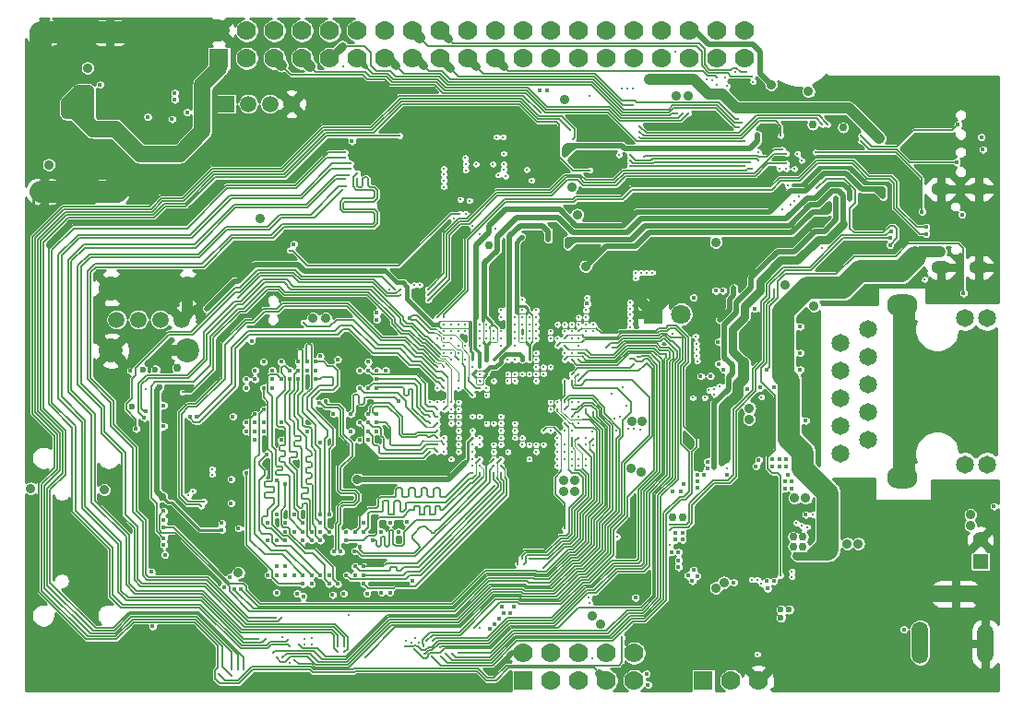
<source format=gbr>
%TF.GenerationSoftware,KiCad,Pcbnew,5.1.4-e60b266~84~ubuntu18.04.1*%
%TF.CreationDate,2025-05-23T09:22:49+03:00*%
%TF.ProjectId,A64-OlinuXino_Rev_H,4136342d-4f6c-4696-9e75-58696e6f5f52,H*%
%TF.SameCoordinates,PX5f5e100PY5f5e100*%
%TF.FileFunction,Copper,L3,Inr*%
%TF.FilePolarity,Positive*%
%FSLAX46Y46*%
G04 Gerber Fmt 4.6, Leading zero omitted, Abs format (unit mm)*
G04 Created by KiCad (PCBNEW 5.1.4-e60b266~84~ubuntu18.04.1) date 2025-05-23 09:22:49*
%MOMM*%
%LPD*%
G04 APERTURE LIST*
%TA.AperFunction,ViaPad*%
%ADD10O,1.800000X1.200000*%
%TD*%
%TA.AperFunction,ViaPad*%
%ADD11O,2.300000X1.300000*%
%TD*%
%TA.AperFunction,ViaPad*%
%ADD12O,2.700000X1.300000*%
%TD*%
%TA.AperFunction,ViaPad*%
%ADD13O,2.800000X2.000000*%
%TD*%
%TA.AperFunction,ViaPad*%
%ADD14C,1.650000*%
%TD*%
%TA.AperFunction,ViaPad*%
%ADD15C,1.778000*%
%TD*%
%TA.AperFunction,ViaPad*%
%ADD16R,1.778000X1.778000*%
%TD*%
%TA.AperFunction,ViaPad*%
%ADD17C,5.500000*%
%TD*%
%TA.AperFunction,ViaPad*%
%ADD18C,1.500000*%
%TD*%
%TA.AperFunction,ViaPad*%
%ADD19C,2.200000*%
%TD*%
%TA.AperFunction,ViaPad*%
%ADD20R,1.500000X1.500000*%
%TD*%
%TA.AperFunction,ViaPad*%
%ADD21R,1.422400X1.422400*%
%TD*%
%TA.AperFunction,ViaPad*%
%ADD22R,0.400000X0.400000*%
%TD*%
%TA.AperFunction,ViaPad*%
%ADD23R,1.400000X1.400000*%
%TD*%
%TA.AperFunction,ViaPad*%
%ADD24C,1.400000*%
%TD*%
%TA.AperFunction,ViaPad*%
%ADD25C,1.800000*%
%TD*%
%TA.AperFunction,ViaPad*%
%ADD26R,1.800000X1.800000*%
%TD*%
%TA.AperFunction,ViaPad*%
%ADD27O,3.700000X1.500000*%
%TD*%
%TA.AperFunction,ViaPad*%
%ADD28O,1.500000X3.600000*%
%TD*%
%TA.AperFunction,ViaPad*%
%ADD29O,1.500000X3.900000*%
%TD*%
%TA.AperFunction,ViaPad*%
%ADD30C,0.750000*%
%TD*%
%TA.AperFunction,ViaPad*%
%ADD31C,0.900000*%
%TD*%
%TA.AperFunction,ViaPad*%
%ADD32C,0.450000*%
%TD*%
%TA.AperFunction,ViaPad*%
%ADD33C,0.327000*%
%TD*%
%TA.AperFunction,ViaPad*%
%ADD34C,0.600000*%
%TD*%
%TA.AperFunction,ViaPad*%
%ADD35C,0.406400*%
%TD*%
%TA.AperFunction,Conductor*%
%ADD36C,1.016000*%
%TD*%
%TA.AperFunction,Conductor*%
%ADD37C,1.524000*%
%TD*%
%TA.AperFunction,Conductor*%
%ADD38C,0.508000*%
%TD*%
%TA.AperFunction,Conductor*%
%ADD39C,0.106600*%
%TD*%
%TA.AperFunction,Conductor*%
%ADD40C,0.254000*%
%TD*%
%TA.AperFunction,Conductor*%
%ADD41C,2.032000*%
%TD*%
%TA.AperFunction,Conductor*%
%ADD42C,0.203200*%
%TD*%
%TA.AperFunction,Conductor*%
%ADD43C,0.711200*%
%TD*%
%TA.AperFunction,Conductor*%
%ADD44C,0.127000*%
%TD*%
%TA.AperFunction,Conductor*%
%ADD45C,0.762000*%
%TD*%
%TA.AperFunction,Conductor*%
%ADD46C,0.406400*%
%TD*%
%TA.AperFunction,Conductor*%
%ADD47C,0.304800*%
%TD*%
%TA.AperFunction,Conductor*%
%ADD48C,0.152400*%
%TD*%
G04 APERTURE END LIST*
D10*
%TO.N,GND*%
%TO.C,USB-OTG1*%
X87842000Y46450000D03*
X84372000Y46450000D03*
X84372000Y39250000D03*
X87842000Y39250000D03*
%TD*%
D11*
%TO.N,GND*%
%TO.C,HDMI1*%
X2055000Y60818000D03*
X2055000Y46218000D03*
D12*
X8105000Y46218000D03*
X8105000Y60818000D03*
%TD*%
D13*
%TO.N,Net-(C196-Pad2)*%
%TO.C,LAN1*%
X80823000Y19964000D03*
X80823000Y35764000D03*
D14*
%TO.N,/USB&HDMI\002CWiFi&BT\002CEthernet\002CLCD/PHYAD0*%
X88595000Y21133000D03*
%TO.N,/USB&HDMI\002CWiFi&BT\002CEthernet\002CLCD/VDD33*%
X86563000Y21133000D03*
%TO.N,/USB&HDMI\002CWiFi&BT\002CEthernet\002CLCD/PHYAD1*%
X88595000Y34595000D03*
%TO.N,/USB&HDMI\002CWiFi&BT\002CEthernet\002CLCD/VDD33*%
X86563000Y34595000D03*
%TO.N,/USB&HDMI\002CWiFi&BT\002CEthernet\002CLCD/MDI[3]-*%
X75133000Y22149000D03*
%TO.N,/USB&HDMI\002CWiFi&BT\002CEthernet\002CLCD/MDI[3]+*%
X77673000Y23419000D03*
%TO.N,/USB&HDMI\002CWiFi&BT\002CEthernet\002CLCD/MDI[2]-*%
X75133000Y24689000D03*
%TO.N,/USB&HDMI\002CWiFi&BT\002CEthernet\002CLCD/MDI[2]+*%
X77673000Y25959000D03*
%TO.N,Net-(C200-Pad2)*%
X75133000Y27229000D03*
%TO.N,Net-(C199-Pad2)*%
X77673000Y28499000D03*
%TO.N,/USB&HDMI\002CWiFi&BT\002CEthernet\002CLCD/MDI[1]-*%
X75133000Y29769000D03*
%TO.N,/USB&HDMI\002CWiFi&BT\002CEthernet\002CLCD/MDI[1]+*%
X77673000Y31039000D03*
%TO.N,/USB&HDMI\002CWiFi&BT\002CEthernet\002CLCD/MDI[0]-*%
X75133000Y32309000D03*
%TO.N,/USB&HDMI\002CWiFi&BT\002CEthernet\002CLCD/MDI[0]+*%
X77673000Y33579000D03*
%TD*%
D15*
%TO.N,UART3-RX*%
%TO.C,UEXT1*%
X48590000Y3861000D03*
%TO.N,UART3-TX*%
X48590000Y1321000D03*
%TO.N,GND*%
X46050000Y3861000D03*
D16*
%TO.N,+3.3V*%
X46050000Y1321000D03*
D15*
%TO.N,TWI1-SCK*%
X51130000Y1321000D03*
%TO.N,TWI1-SDA*%
X51130000Y3861000D03*
%TO.N,/Power Supply\002C Extensions and MiPi-DSI/UEXT-MOSI*%
X53670000Y3861000D03*
%TO.N,/Power Supply\002C Extensions and MiPi-DSI/UEXT-MISO*%
X53670000Y1321000D03*
%TO.N,/Power Supply\002C Extensions and MiPi-DSI/UEXT-CLK*%
X56210000Y1321000D03*
%TO.N,/Power Supply\002C Extensions and MiPi-DSI/UEXT-CS*%
X56210000Y3861000D03*
%TD*%
D17*
%TO.N,GND*%
%TO.C,Mounting_hole2*%
X14500000Y3400000D03*
%TD*%
%TO.N,GND*%
%TO.C,Mounting_hole3*%
X13000000Y59100000D03*
%TD*%
%TO.N,GND*%
%TO.C,Mounting_hole1*%
X72800000Y3400000D03*
%TD*%
D18*
%TO.N,GND*%
%TO.C,USB1*%
X14712000Y34468000D03*
%TO.N,/USB&HDMI\002CWiFi&BT\002CEthernet\002CLCD/USB1-DP*%
X12712000Y34468000D03*
%TO.N,/USB&HDMI\002CWiFi&BT\002CEthernet\002CLCD/USB1-DM*%
X10712000Y34468000D03*
%TO.N,Net-(C74-Pad1)*%
X8712000Y34468000D03*
D19*
%TO.N,GND*%
X8212000Y31618000D03*
X8212000Y37318000D03*
X15212000Y31618000D03*
X15212000Y37318000D03*
%TD*%
D18*
%TO.N,GND*%
%TO.C,HSIC1*%
X24793000Y54280000D03*
%TO.N,Net-(HSIC1-Pad3)*%
X22793000Y54280000D03*
%TO.N,Net-(HSIC1-Pad2)*%
X20793000Y54280000D03*
D20*
%TO.N,Net-(HSIC1-Pad1)*%
X18793000Y54280000D03*
%TD*%
D21*
%TO.N,GND*%
%TO.C,U15*%
X66624000Y32690000D03*
%TD*%
%TO.N,GND*%
%TO.C,U14*%
X65862000Y15354500D03*
D22*
X68062000Y16154500D03*
X67362000Y16154500D03*
X66662000Y16154500D03*
X66662000Y16854500D03*
X66662000Y17554500D03*
X65062000Y17554500D03*
X65062000Y16854500D03*
X65062000Y16154500D03*
X64362000Y16154500D03*
X63662000Y16154500D03*
X63662000Y14554500D03*
X64362000Y14554500D03*
X65062000Y14554500D03*
X65062000Y13854500D03*
X65062000Y13154500D03*
X66662000Y13154500D03*
X66662000Y13854500D03*
X66662000Y14554500D03*
X67362000Y14554500D03*
X68062000Y14554500D03*
%TD*%
D15*
%TO.N,PC4*%
%TO.C,GPIO1*%
X40970000Y61011000D03*
%TO.N,/Power Supply\002C Extensions and MiPi-DSI/PE7*%
X40970000Y58471000D03*
%TO.N,/Power Supply\002C Extensions and MiPi-DSI/PB4*%
X38430000Y61011000D03*
%TO.N,/Power Supply\002C Extensions and MiPi-DSI/PE6*%
X38430000Y58471000D03*
%TO.N,/Power Supply\002C Extensions and MiPi-DSI/PB3*%
X35890000Y61011000D03*
%TO.N,/Power Supply\002C Extensions and MiPi-DSI/PE5*%
X35890000Y58471000D03*
%TO.N,/Power Supply\002C Extensions and MiPi-DSI/PB2*%
X33350000Y61011000D03*
%TO.N,/Power Supply\002C Extensions and MiPi-DSI/PE4*%
X33350000Y58471000D03*
%TO.N,/Power Supply\002C Extensions and MiPi-DSI/PB1*%
X30810000Y61011000D03*
%TO.N,/Power Supply\002C Extensions and MiPi-DSI/PE3*%
X30810000Y58471000D03*
%TO.N,AP-RESET#*%
X20650000Y61011000D03*
%TO.N,+3.3V*%
X20650000Y58471000D03*
%TO.N,GND*%
X18110000Y61011000D03*
D16*
%TO.N,+5V*%
X18110000Y58471000D03*
D15*
%TO.N,/Power Supply\002C Extensions and MiPi-DSI/PE0*%
X23190000Y58471000D03*
%TO.N,UBOOT*%
X23190000Y61011000D03*
%TO.N,KEYADC*%
X25730000Y61011000D03*
%TO.N,/Power Supply\002C Extensions and MiPi-DSI/PE1*%
X25730000Y58471000D03*
%TO.N,/Power Supply\002C Extensions and MiPi-DSI/PE2*%
X28270000Y58471000D03*
%TO.N,/Power Supply\002C Extensions and MiPi-DSI/PB0*%
X28270000Y61011000D03*
%TO.N,PL10*%
X53670000Y61011000D03*
%TO.N,/Power Supply\002C Extensions and MiPi-DSI/PE12*%
X53670000Y58471000D03*
%TO.N,/Power Supply\002C Extensions and MiPi-DSI/PE11*%
X51130000Y58471000D03*
%TO.N,PL9*%
X51130000Y61011000D03*
%TO.N,PL8*%
X48590000Y61011000D03*
%TO.N,/Power Supply\002C Extensions and MiPi-DSI/PE10*%
X48590000Y58471000D03*
%TO.N,/Power Supply\002C Extensions and MiPi-DSI/PE8*%
X43510000Y58471000D03*
%TO.N,PC7*%
X43510000Y61011000D03*
%TO.N,/Power Supply\002C Extensions and MiPi-DSI/PE9*%
X46050000Y58471000D03*
%TO.N,PL7*%
X46050000Y61011000D03*
%TO.N,/Power Supply\002C Extensions and MiPi-DSI/PE13*%
X56210000Y58471000D03*
%TO.N,PL11*%
X56210000Y61011000D03*
%TO.N,/Power Supply\002C Extensions and MiPi-DSI/PE14*%
X58750000Y58471000D03*
%TO.N,PL12*%
X58750000Y61011000D03*
%TO.N,/Power Supply\002C Extensions and MiPi-DSI/PE15*%
X61290000Y58471000D03*
%TO.N,/Power Supply\002C Extensions and MiPi-DSI/1.8V_DVDD-CSI*%
X61290000Y61011000D03*
%TO.N,/Power Supply\002C Extensions and MiPi-DSI/PE16\005CPOWERON*%
X63830000Y58471000D03*
%TO.N,/Power Supply\002C Extensions and MiPi-DSI/2.8V_AVDD-CSI*%
X63830000Y61011000D03*
%TO.N,/Power Supply\002C Extensions and MiPi-DSI/PE17\005CGPIO_LED*%
X66370000Y58471000D03*
%TO.N,VCC-PE*%
X66370000Y61011000D03*
%TD*%
%TO.N,GND*%
%TO.C,DBG_UART1*%
X67640000Y1321000D03*
%TO.N,Net-(D4-Pad1)*%
X65100000Y1321000D03*
D16*
%TO.N,Net-(DBG_UART1-Pad1)*%
X62560000Y1321000D03*
%TD*%
D23*
%TO.N,VBAT*%
%TO.C,LIPO_BAT1*%
X87982860Y12250620D03*
D24*
%TO.N,GND*%
X87980320Y14262300D03*
%TD*%
D25*
%TO.N,Net-(C211-Pad2)*%
%TO.C,PHYRST1*%
X60528000Y34976000D03*
D26*
%TO.N,GND*%
X57988000Y34976000D03*
%TD*%
D27*
%TO.N,GND*%
%TO.C,PWR1*%
X85695000Y9276000D03*
D28*
X88441000Y4676000D03*
D29*
%TO.N,+5V_EXT*%
X82441000Y4826000D03*
%TD*%
D30*
%TO.N,+5V_EXT*%
X71704000Y14529000D03*
X70815000Y14529000D03*
D31*
%TO.N,+5V*%
X53162000Y6528000D03*
X52399998Y7290000D03*
X4140000Y53391000D03*
X6172000Y54407000D03*
X6172000Y55486500D03*
D32*
X43383000Y6528000D03*
X42938492Y6083500D03*
D31*
X21911591Y43730591D03*
X5156000Y53391000D03*
X6172000Y53391000D03*
X78689000Y51105000D03*
X57607000Y56566000D03*
X70058510Y37643000D03*
D33*
%TO.N,GND*%
X58932011Y32293239D03*
X42240000Y51200000D03*
X41732000Y51200000D03*
X42748000Y53518000D03*
D32*
X43002000Y2083000D03*
X43002000Y686000D03*
X43637000Y686000D03*
X66878000Y39357500D03*
D33*
X43973490Y34025469D03*
X42250000Y49962000D03*
X38747500Y49136500D03*
D34*
X47900000Y51359000D03*
D31*
X53797000Y43993000D03*
D33*
X42240000Y47750000D03*
X42748000Y47750000D03*
D32*
X61163000Y37452500D03*
X61226500Y38087500D03*
D31*
X63576000Y40401590D03*
D32*
X67766994Y41834000D03*
X53568442Y49809558D03*
D31*
X10744000Y5512000D03*
D30*
X12915212Y12128212D03*
D32*
X59385000Y686000D03*
D31*
X39336162Y9102101D03*
X37922000Y8992263D03*
D32*
X26689621Y9368305D03*
X32334000Y9322006D03*
X36510500Y9400000D03*
X35841000Y9400000D03*
X34490259Y9509741D03*
X31000500Y9322006D03*
X30175006Y9322000D03*
X71831000Y27229008D03*
X21885000Y32563000D03*
X23444000Y32563000D03*
X25349000Y32563000D03*
X27254000Y32563000D03*
D33*
X48525000Y24925000D03*
D35*
X42675000Y26225000D03*
D32*
X32200000Y15000000D03*
X34600000Y14200000D03*
X30600000Y10200000D03*
X34600000Y15800000D03*
X33000000Y10200000D03*
X33000000Y15800000D03*
D33*
X45275000Y22975000D03*
X45275000Y22325000D03*
X43975000Y22325000D03*
X44625000Y22975000D03*
X42025000Y22325000D03*
X38775000Y21675000D03*
X37475000Y20375000D03*
X42025000Y24275000D03*
D32*
X28200000Y15800000D03*
X22600000Y9400000D03*
X23400000Y15800000D03*
X24200000Y16600000D03*
X33400000Y24200000D03*
X30200000Y25000000D03*
X29000000Y23200000D03*
X28600000Y25000000D03*
X29800000Y30800000D03*
X29400000Y29800000D03*
X25222000Y21387000D03*
X22428000Y21387000D03*
X26200000Y25000000D03*
X21400000Y30600000D03*
X24600000Y30600000D03*
X28200000Y30800000D03*
D33*
X42025000Y26225000D03*
X42025000Y28825000D03*
X43325000Y29475000D03*
X42675000Y28825000D03*
D32*
X78689000Y43231000D03*
D31*
X81737000Y50343000D03*
D32*
X84404000Y56566000D03*
X85674000Y56566000D03*
X73990000Y56566000D03*
D33*
X49175000Y28825000D03*
D31*
X71831000Y11735000D03*
X57226000Y10592000D03*
X56210000Y10592000D03*
D33*
X47875000Y21675000D03*
X47225000Y23625000D03*
X48525000Y22975000D03*
X47225000Y24275000D03*
D31*
X48971000Y16180000D03*
X76784000Y7798000D03*
D32*
X80340000Y11100000D03*
X79641500Y11100000D03*
X75387000Y11417500D03*
X75196500Y10719000D03*
D31*
X87452000Y17831000D03*
X87452000Y18974000D03*
X55829000Y15291000D03*
X72085000Y24181000D03*
X55829000Y13259000D03*
D32*
X71831000Y26467000D03*
D31*
X89103000Y53899000D03*
X87325000Y53899000D03*
X81610000Y45009000D03*
X69672000Y55423000D03*
X82753000Y50343000D03*
D33*
X45275000Y30125000D03*
X44625000Y30125000D03*
X45925000Y30125000D03*
X46575000Y30125000D03*
X45925000Y28175000D03*
X46575000Y28825000D03*
X45925000Y28825000D03*
X45275000Y28175000D03*
X44625000Y28175000D03*
X43975000Y28175000D03*
X43325000Y28175000D03*
X43975000Y28825000D03*
X46575000Y28175000D03*
X47225000Y28175000D03*
X47875000Y28175000D03*
X48525000Y27525000D03*
D35*
X47225000Y26875000D03*
X47875000Y26875000D03*
X43975000Y27525000D03*
D33*
X43325000Y27525000D03*
D35*
X44625000Y27525000D03*
X45275000Y27525000D03*
X45925000Y27525000D03*
X46575000Y27525000D03*
X47225000Y27525000D03*
X47875000Y27525000D03*
D33*
X48525000Y25575000D03*
X49175000Y25575000D03*
D35*
X47875000Y26225000D03*
X43325000Y26875000D03*
X42675000Y26875000D03*
X43975000Y26875000D03*
X44625000Y26875000D03*
X45275000Y26875000D03*
X45925000Y26875000D03*
X46575000Y26875000D03*
X47225000Y26225000D03*
X46575000Y26225000D03*
X45925000Y26225000D03*
X45275000Y26225000D03*
X44625000Y26225000D03*
X43975000Y26225000D03*
X43325000Y26225000D03*
X47875000Y25575000D03*
X47225000Y25575000D03*
X46575000Y25575000D03*
X46575000Y24925000D03*
X47225000Y24925000D03*
D33*
X43325000Y25575000D03*
X45275000Y25575000D03*
D32*
X30600000Y15800000D03*
X32200000Y15800000D03*
X19200000Y16900000D03*
D31*
X2108000Y23673000D03*
D32*
X13792000Y51105000D03*
X13792000Y48184000D03*
X13792000Y54026000D03*
X11506000Y54026000D03*
X11506000Y51105000D03*
X11506000Y48184000D03*
X7188000Y53772000D03*
X7188000Y50724000D03*
X7188000Y56693000D03*
D33*
X45925000Y25575000D03*
X52425000Y34675000D03*
X39425000Y24275000D03*
X38775000Y24925000D03*
X40725000Y32725000D03*
D31*
X84658000Y44882000D03*
X83642000Y44882000D03*
X23571000Y41072000D03*
X7569000Y19990000D03*
X2362000Y4496000D03*
X2362000Y5639000D03*
X1092000Y23673000D03*
X48971000Y15164000D03*
D32*
X44272000Y686000D03*
D31*
X74503225Y39415775D03*
X67132000Y45263000D03*
D32*
X85039000Y56185000D03*
X85039000Y54407000D03*
X86436000Y54407000D03*
X79959000Y54026000D03*
X84023000Y53645000D03*
X31000000Y24200000D03*
X28200000Y23200000D03*
X31000000Y30600000D03*
X23800000Y24200000D03*
X22200000Y23400000D03*
D31*
X29794000Y32817000D03*
X7188000Y8814000D03*
X13538000Y44120000D03*
X14681000Y44120000D03*
D32*
X72085000Y33833000D03*
X26365000Y48946000D03*
X24714000Y50597000D03*
D31*
X61290000Y23165000D03*
D33*
X45925000Y33375000D03*
D32*
X32600000Y30600000D03*
D33*
X38125000Y35325000D03*
D32*
X31800000Y29000000D03*
X25222000Y34341000D03*
X32600000Y23400000D03*
X22809000Y51486000D03*
D31*
X18364000Y51740000D03*
X20142000Y51740000D03*
X21793000Y51740000D03*
D32*
X23825000Y51486000D03*
D31*
X22555000Y41072000D03*
D32*
X54813000Y51105000D03*
X78689000Y43866000D03*
D31*
X76911000Y36500000D03*
X77927000Y36500000D03*
D32*
X84912000Y37516000D03*
D31*
X29857500Y55423000D03*
X30810000Y55423000D03*
X28905000Y53137000D03*
X29857500Y53137000D03*
X27952500Y53137000D03*
D32*
X838000Y16815000D03*
D31*
X63322000Y53258490D03*
X62306000Y53258490D03*
D32*
X75387000Y50343000D03*
X74752000Y50343000D03*
D35*
X47875000Y24925000D03*
D31*
X1092000Y55677000D03*
X1092000Y53899000D03*
X1092000Y51994000D03*
X1092000Y50216000D03*
X1092000Y48438000D03*
X6807000Y48057000D03*
X6807000Y49962000D03*
X1092000Y58979000D03*
X1092000Y57328000D03*
D32*
X59385000Y1321000D03*
X24200000Y9400000D03*
X25800000Y16600000D03*
X29000000Y11000000D03*
X32200000Y10200000D03*
X20600000Y23400000D03*
X23000000Y30600000D03*
X26200000Y29000000D03*
X32080000Y35738000D03*
X18364000Y16434000D03*
X16459000Y22403000D03*
X16459000Y23038000D03*
D31*
X7188000Y10338000D03*
X1092000Y940000D03*
X2235000Y2083000D03*
X1092000Y3226000D03*
X1092000Y5639000D03*
D32*
X79451000Y9322000D03*
D31*
X47447000Y41707000D03*
D32*
X43637000Y2464000D03*
D31*
X27571500Y41072000D03*
X28524000Y40056000D03*
X27571500Y40056000D03*
D33*
X41668500Y47750000D03*
X42250000Y48750000D03*
X42748000Y50343000D03*
X42750000Y51200000D03*
X42750000Y49750000D03*
X47200000Y46750000D03*
X47900000Y47750000D03*
X47900000Y48750000D03*
D32*
X79430320Y54454192D03*
X75387000Y56566000D03*
X74625000Y56566000D03*
X86690000Y56566000D03*
X87706000Y56566000D03*
X89357000Y56566000D03*
X88658500Y56566000D03*
X89357000Y55931000D03*
X89357000Y55296000D03*
X89357000Y54661000D03*
X86182000Y56185000D03*
X87198000Y56185000D03*
X88188600Y56185000D03*
D31*
X83007000Y52629000D03*
D32*
X82753000Y56566000D03*
X76022000Y56566000D03*
X80594000Y54026000D03*
X83514992Y54407008D03*
X82753000Y54026000D03*
X85674000Y55550000D03*
X86690000Y55550000D03*
X87706000Y55550000D03*
X88595000Y55550000D03*
X80721000Y54915000D03*
X7569000Y49200000D03*
D30*
X46558000Y41707000D03*
D32*
X61290000Y3886400D03*
X61290000Y3276800D03*
D31*
%TO.N,+1.5V*%
X66795562Y26340000D03*
D32*
X25285509Y9321997D03*
X31698994Y9322000D03*
X29540000Y9322000D03*
X31800000Y23400000D03*
X30600000Y11000000D03*
X33000000Y9400000D03*
X33800000Y9400000D03*
X35354607Y15851227D03*
X33000000Y15000000D03*
X29800000Y15000000D03*
X35900000Y10500000D03*
X23400000Y9400000D03*
X27400000Y15000000D03*
X23400000Y16600000D03*
X25000000Y16600000D03*
X31000000Y23400000D03*
X32600000Y24200000D03*
X30200000Y24200000D03*
X27400000Y23200000D03*
X28600000Y25800000D03*
X31800000Y30600000D03*
X31000000Y29800000D03*
X32600000Y29800000D03*
X33400000Y29800000D03*
X26200000Y24200000D03*
X22200000Y30600000D03*
X23800000Y30600000D03*
X27000000Y29800000D03*
X26200000Y29800000D03*
X19200000Y17600000D03*
D33*
X42025000Y25575000D03*
X41375000Y25575000D03*
D31*
X66751000Y25324000D03*
D33*
X45275000Y24275000D03*
X45275000Y24925000D03*
X43975000Y24925000D03*
X43975000Y23625000D03*
X43975000Y24275000D03*
X43325000Y24925000D03*
X42675000Y24925000D03*
D32*
X31400000Y15800000D03*
X33800000Y15800000D03*
X34600000Y15000000D03*
D33*
X43975000Y25575000D03*
D32*
X29000000Y30800000D03*
X23800000Y23400000D03*
X21400000Y23400000D03*
X28200000Y11000000D03*
X21100000Y32500000D03*
%TO.N,/VREF0_DDR3*%
X27400000Y31100000D03*
X26600000Y10200000D03*
X23800000Y25000000D03*
X19900000Y15300000D03*
X19200000Y19800000D03*
X19380000Y25578000D03*
D33*
%TO.N,/S0SVREF*%
X41375000Y23625000D03*
D31*
X30800000Y19800000D03*
D33*
%TO.N,Net-(C37-Pad2)*%
X40250000Y45500000D03*
D32*
%TO.N,GNDA*%
X32588000Y34468000D03*
X32588000Y35103000D03*
D33*
X37475000Y26875000D03*
D34*
X12649000Y28245000D03*
D30*
X12903000Y18212000D03*
D32*
X18364000Y15164000D03*
D33*
%TO.N,/NAND Flash \002C eMMC\002C T-Card and Audio/MBIAS*%
X40075000Y28825000D03*
D32*
X13030000Y14402000D03*
%TO.N,+3.0VA*%
X60274000Y13132000D03*
D33*
X41375000Y29475000D03*
X45925000Y30775000D03*
D32*
X59639000Y13132000D03*
D31*
X27889000Y34595000D03*
D34*
X10109000Y26467000D03*
D33*
%TO.N,Net-(C51-Pad1)*%
X38775000Y26875000D03*
%TO.N,/NAND Flash \002C eMMC\002C T-Card and Audio/MICIN1P*%
X16712992Y17767500D03*
X38125000Y30125000D03*
D32*
%TO.N,Net-(C54-Pad2)*%
X35636000Y34595000D03*
D33*
X42025000Y28175000D03*
X41375000Y27525000D03*
%TO.N,Net-(C55-Pad1)*%
X38125000Y28175000D03*
D32*
%TO.N,Net-(C57-Pad2)*%
X13030000Y13767000D03*
X19126000Y10846000D03*
D33*
%TO.N,Net-(C59-Pad1)*%
X38125000Y26875000D03*
%TO.N,/NAND Flash \002C eMMC\002C T-Card and Audio/MICIN1N*%
X38775000Y30125000D03*
X16459000Y17323000D03*
%TO.N,Net-(C61-Pad1)*%
X40075000Y26875000D03*
%TO.N,Net-(C61-Pad2)*%
X40075000Y26225000D03*
D31*
%TO.N,+5V_USBOTG*%
X83261000Y40691000D03*
D30*
X71958000Y12751000D03*
X71069000Y12751000D03*
D31*
X84277000Y40691000D03*
D33*
%TO.N,Net-(C68-Pad2)*%
X82880000Y38151000D03*
%TO.N,/USB&HDMI\002CWiFi&BT\002CEthernet\002CLCD/USB0-VBUSDET*%
X56743424Y24379675D03*
X72974000Y46533000D03*
D32*
X79705000Y41326000D03*
%TO.N,+3.3VD*%
X62052000Y18986226D03*
D33*
X45275000Y30775000D03*
D32*
X62052000Y19609000D03*
D30*
X14300000Y30023000D03*
D31*
X2489000Y48692000D03*
D32*
%TO.N,+3.3VWiFiIO*%
X64768310Y21577500D03*
X64211000Y21196500D03*
D33*
X47225000Y31425000D03*
D32*
X50114000Y41834000D03*
X50114000Y41199000D03*
X64846000Y43104000D03*
X64211000Y43104000D03*
X74752000Y46279000D03*
%TO.N,VCC-PL*%
X60020000Y14275000D03*
X76022000Y45517000D03*
X60655000Y14275000D03*
D33*
X42675000Y30775000D03*
D32*
X76022000Y46279000D03*
%TO.N,1.1V_CPUS*%
X68910000Y21641000D03*
X79070000Y46469500D03*
D33*
X42025000Y30125000D03*
D32*
X69545000Y21641000D03*
X79070000Y45771000D03*
X46113500Y44564500D03*
D31*
%TO.N,1.1V_CPUX*%
X50749000Y18720000D03*
D33*
X49175000Y21025000D03*
X49175000Y21675000D03*
X49825000Y21675000D03*
X50475000Y21675000D03*
X51125000Y21675000D03*
X51125000Y21025000D03*
X50475000Y21025000D03*
X51775000Y21675000D03*
X51775000Y21025000D03*
X49175000Y22325000D03*
X49825000Y22325000D03*
X50475000Y22325000D03*
X49175000Y23625000D03*
X48525000Y24275000D03*
X49825000Y22975000D03*
X49175000Y22975000D03*
D31*
X49733000Y19736000D03*
X49733000Y18720000D03*
X50749000Y19730480D03*
D32*
%TO.N,Net-(C125-Pad2)*%
X60782000Y19355000D03*
%TO.N,IPS*%
X59702500Y18719988D03*
X68910000Y21006000D03*
X67646119Y21585620D03*
X44082889Y8116889D03*
D31*
X70942000Y18085000D03*
X71958000Y18085000D03*
D30*
X70815000Y13640000D03*
X71704000Y13640000D03*
D31*
X64465000Y10338000D03*
D32*
X60274000Y12370000D03*
X60274000Y11735000D03*
D30*
X60655000Y16307000D03*
X59766000Y16307000D03*
D32*
X62941000Y21412400D03*
X62941000Y20777400D03*
X67386000Y21006000D03*
X69545000Y21006000D03*
D31*
X87071000Y16561000D03*
X87071000Y15545000D03*
D32*
X60528000Y18720000D03*
D31*
X63703000Y9830000D03*
D33*
X64719000Y20815500D03*
D32*
X64719000Y20244000D03*
D31*
%TO.N,Net-(C135-Pad1)*%
X76784000Y13894000D03*
X75768000Y13894000D03*
D32*
%TO.N,VBAT*%
X71958000Y16561000D03*
D34*
%TO.N,Net-(C143-Pad2)*%
X70434000Y7838006D03*
X69672000Y7838006D03*
X69672000Y7099500D03*
D32*
%TO.N,Net-(C149-Pad1)*%
X61988500Y10909500D03*
X61544000Y10465000D03*
%TO.N,3.0V_RTC*%
X68465498Y9766498D03*
D33*
X41375000Y30775000D03*
D32*
X68402000Y10465000D03*
X16967000Y35484000D03*
D34*
X12268000Y29896000D03*
D31*
%TO.N,1.1V_SYS*%
X56004016Y25121410D03*
X56915685Y25128015D03*
D33*
X42675000Y28175000D03*
X43325000Y28825000D03*
X42675000Y27525000D03*
X45275000Y29475000D03*
X44625000Y29475000D03*
X45925000Y29475000D03*
X46575000Y29475000D03*
X47225000Y29475000D03*
X47225000Y30125000D03*
X47225000Y28825000D03*
X45275000Y28825000D03*
X44625000Y28825000D03*
%TO.N,AP-RESET#*%
X67005000Y10592000D03*
X67894000Y27356000D03*
X40075000Y31425000D03*
X29540000Y57709000D03*
D32*
X85928000Y52375000D03*
D33*
X77038000Y51359000D03*
D32*
%TO.N,/Power Supply\002C Extensions and MiPi-DSI/3.3V_MIPI*%
X44843500Y7544002D03*
X61988500Y20244000D03*
X62623500Y20244000D03*
X45161000Y8128200D03*
%TO.N,/Power Supply\002C Extensions and MiPi-DSI/2.8V_AVDD-CSI*%
X74752000Y44882000D03*
X74752000Y45580500D03*
X63576000Y21514000D03*
X63576000Y20879000D03*
%TO.N,VCC-PE*%
X74117000Y45136000D03*
X60655000Y14910000D03*
X60020000Y14910000D03*
X74117000Y44501000D03*
D31*
X51759490Y39357500D03*
%TO.N,/Power Supply\002C Extensions and MiPi-DSI/1.8V_DVDD-CSI*%
X68783000Y56058000D03*
D32*
X70688000Y19609000D03*
X70053000Y19609000D03*
%TO.N,Net-(C174-Pad2)*%
X70307000Y20244000D03*
D33*
%TO.N,Net-(C177-Pad2)*%
X72085000Y15418000D03*
D32*
X85801000Y48946000D03*
D33*
X77038000Y50851000D03*
D32*
%TO.N,1.2V_HSIC*%
X70180000Y21641000D03*
X70180000Y21006000D03*
D33*
X43325000Y30775000D03*
D30*
X75387000Y52121000D03*
D32*
X47574000Y55486500D03*
X48208996Y55486500D03*
X48336000Y42469000D03*
X48336000Y41834000D03*
%TO.N,Net-(C181-Pad2)*%
X69037000Y10465000D03*
D33*
%TO.N,Net-(C183-Pad1)*%
X38127943Y32727943D03*
X36525000Y37643000D03*
%TO.N,Net-(C184-Pad1)*%
X38775000Y32075000D03*
X36017000Y37643000D03*
%TO.N,Net-(C188-Pad2)*%
X46575000Y30775000D03*
D32*
X45923000Y42088000D03*
D33*
%TO.N,Net-(C192-Pad2)*%
X41375000Y30125000D03*
%TO.N,KEYADC*%
X33731000Y37262000D03*
%TO.N,Net-(D4-Pad2)*%
X67513000Y3734000D03*
X50475000Y24275000D03*
D32*
X57353000Y1956000D03*
D33*
%TO.N,Net-(DBG_UART1-Pad1)*%
X48525000Y26875000D03*
D32*
%TO.N,Net-(FET1-Pad3)*%
X7188000Y56058000D03*
D33*
%TO.N,/USB&HDMI\002CWiFi&BT\002CEthernet\002CLCD/HCEC*%
X40725000Y33375000D03*
D32*
X11569500Y53073500D03*
X13792000Y52883000D03*
D33*
%TO.N,/Power Supply\002C Extensions and MiPi-DSI/PE16*%
X51775000Y34025000D03*
X63830000Y56058000D03*
%TO.N,/Power Supply\002C Extensions and MiPi-DSI/PE15*%
X57861000Y38786000D03*
%TO.N,PL12*%
X40075000Y34025000D03*
%TO.N,/Power Supply\002C Extensions and MiPi-DSI/PE14*%
X52425000Y33375000D03*
%TO.N,PL11*%
X39425000Y32725000D03*
%TO.N,/Power Supply\002C Extensions and MiPi-DSI/PE13*%
X50475000Y34025000D03*
%TO.N,PL10*%
X39425000Y34025000D03*
%TO.N,/Power Supply\002C Extensions and MiPi-DSI/PE12*%
X51775000Y33375000D03*
X64719000Y55931000D03*
%TO.N,PL9*%
X39425000Y33375000D03*
%TO.N,/Power Supply\002C Extensions and MiPi-DSI/PE11*%
X49825000Y34025000D03*
X56083000Y55677000D03*
%TO.N,PL8*%
X38775000Y34025000D03*
%TO.N,/Power Supply\002C Extensions and MiPi-DSI/PE10*%
X63385500Y56439000D03*
X51775000Y34675000D03*
%TO.N,PL7*%
X38775000Y32725000D03*
%TO.N,/Power Supply\002C Extensions and MiPi-DSI/PE9*%
X64592000Y56693000D03*
X50475000Y31425000D03*
%TO.N,PC7*%
X55575000Y55677000D03*
X47225000Y32725000D03*
%TO.N,/Power Supply\002C Extensions and MiPi-DSI/PE8*%
X52425000Y34025000D03*
X63830000Y56693000D03*
%TO.N,/Power Supply\002C Extensions and MiPi-DSI/PE0*%
X51125000Y32075000D03*
X66370000Y50851000D03*
%TO.N,UBOOT*%
X34747000Y36754000D03*
X19888000Y36500000D03*
X40725000Y30775000D03*
%TO.N,/Power Supply\002C Extensions and MiPi-DSI/PE1*%
X51775000Y35325000D03*
X61163000Y53391000D03*
%TO.N,/Power Supply\002C Extensions and MiPi-DSI/PE2*%
X51125000Y34675000D03*
X60147000Y53391000D03*
%TO.N,/Power Supply\002C Extensions and MiPi-DSI/PB0*%
X48525000Y26225000D03*
X60020000Y59106000D03*
%TO.N,/Power Supply\002C Extensions and MiPi-DSI/PE3*%
X51125000Y34025000D03*
X60655000Y53391000D03*
%TO.N,/Power Supply\002C Extensions and MiPi-DSI/PB1*%
X55702000Y24435000D03*
X67132000Y56312000D03*
%TO.N,/Power Supply\002C Extensions and MiPi-DSI/PE4*%
X65862000Y52121000D03*
X51125000Y32725000D03*
%TO.N,/Power Supply\002C Extensions and MiPi-DSI/PB2*%
X49175000Y26875000D03*
X65481000Y57201000D03*
%TO.N,/Power Supply\002C Extensions and MiPi-DSI/PE5*%
X66116000Y52565500D03*
X49825000Y31425000D03*
%TO.N,/Power Supply\002C Extensions and MiPi-DSI/PB3*%
X56211018Y24431608D03*
X67005000Y56820000D03*
%TO.N,/Power Supply\002C Extensions and MiPi-DSI/PE6*%
X49825000Y33375000D03*
X56083000Y54153000D03*
%TO.N,/Power Supply\002C Extensions and MiPi-DSI/PB4*%
X49825000Y24275000D03*
X66497000Y57201000D03*
%TO.N,/Power Supply\002C Extensions and MiPi-DSI/PE7*%
X65728094Y52899190D03*
X50475000Y32725000D03*
%TO.N,PC4*%
X47225000Y33375000D03*
X54813000Y49581000D03*
X55067000Y55677000D03*
%TO.N,/USB&HDMI\002CWiFi&BT\002CEthernet\002CLCD/HSCL*%
X42025000Y34025000D03*
D32*
X15189000Y53518000D03*
D33*
%TO.N,/USB&HDMI\002CWiFi&BT\002CEthernet\002CLCD/HSDA*%
X40075000Y33375000D03*
D32*
X14046000Y54661000D03*
D33*
%TO.N,/NAND Flash \002C eMMC\002C T-Card and Audio/HPOUTR*%
X38775000Y28175000D03*
D32*
X15443000Y25578000D03*
D33*
%TO.N,/NAND Flash \002C eMMC\002C T-Card and Audio/HPOUTFB*%
X38775000Y26225000D03*
X25857000Y34214000D03*
X11379000Y28118000D03*
%TO.N,/NAND Flash \002C eMMC\002C T-Card and Audio/HPOUTL*%
X38775000Y28825000D03*
D32*
X16078000Y25578000D03*
D33*
%TO.N,TWI0-SDA*%
X23046810Y3861000D03*
X27063500Y3750190D03*
X50475000Y26225000D03*
%TO.N,TWI0-SCK*%
X23380500Y3416500D03*
X26301500Y3480000D03*
X49825000Y26875000D03*
%TO.N,PH11*%
X46621498Y12497000D03*
X42082629Y6115250D03*
X51125000Y22975000D03*
%TO.N,PH10*%
X46502839Y10321810D03*
X25410454Y4639190D03*
X50475000Y25575000D03*
%TO.N,/USB&HDMI\002CWiFi&BT\002CEthernet\002CLCD/LCD_D7*%
X56517484Y31019375D03*
X41526348Y6159257D03*
%TO.N,/USB&HDMI\002CWiFi&BT\002CEthernet\002CLCD/LCD_D6*%
X38938000Y3797500D03*
X49175000Y32075000D03*
%TO.N,/USB&HDMI\002CWiFi&BT\002CEthernet\002CLCD/LCD_D5*%
X31508500Y3480000D03*
X51125000Y29475000D03*
%TO.N,/USB&HDMI\002CWiFi&BT\002CEthernet\002CLCD/LCD_D4*%
X38475893Y3542160D03*
X49825000Y32725000D03*
%TO.N,/USB&HDMI\002CWiFi&BT\002CEthernet\002CLCD/LCD_D3*%
X38430000Y4385190D03*
X51125000Y31425000D03*
%TO.N,/USB&HDMI\002CWiFi&BT\002CEthernet\002CLCD/LCD_D2*%
X37664084Y3524624D03*
X51125000Y33375000D03*
%TO.N,/USB&HDMI\002CWiFi&BT\002CEthernet\002CLCD/LCD_D20*%
X55828998Y30848500D03*
X37160000Y4940500D03*
%TO.N,/USB&HDMI\002CWiFi&BT\002CEthernet\002CLCD/LCD_D10*%
X35242014Y5002343D03*
X54686000Y14529000D03*
X50475000Y26875000D03*
%TO.N,/USB&HDMI\002CWiFi&BT\002CEthernet\002CLCD/LCD_D11*%
X35182253Y4432321D03*
X51125000Y30775000D03*
%TO.N,/NAND Flash \002C eMMC\002C T-Card and Audio/SDC0-D2*%
X52420972Y25955305D03*
D32*
X13030006Y16878500D03*
D33*
%TO.N,/NAND Flash \002C eMMC\002C T-Card and Audio/SDC0-D3*%
X51775000Y23625000D03*
D32*
X13030000Y16053000D03*
%TO.N,/NAND Flash \002C eMMC\002C T-Card and Audio/SDC0-CMD*%
X13030000Y15418000D03*
D33*
X49175000Y26225000D03*
%TO.N,Net-(MICRO_SD1-Pad5)*%
X54552373Y24301369D03*
D32*
X13157000Y12878000D03*
%TO.N,/NAND Flash \002C eMMC\002C T-Card and Audio/SDC0-D0*%
X20142000Y9703000D03*
D33*
X49825000Y28825000D03*
%TO.N,/NAND Flash \002C eMMC\002C T-Card and Audio/SDC0-D1*%
X51761058Y26232161D03*
D32*
X19497313Y9712899D03*
D33*
%TO.N,/NAND Flash \002C eMMC\002C T-Card and Audio/SDC0-DET#*%
X54432000Y25387500D03*
D32*
X18560803Y9899812D03*
D33*
%TO.N,/Power Supply\002C Extensions and MiPi-DSI/MIPI-DSI-RST*%
X46113500Y11989000D03*
X51125000Y23625000D03*
%TO.N,/Power Supply\002C Extensions and MiPi-DSI/MIPI-DSI-BKL*%
X45542000Y12004662D03*
X49825000Y24925000D03*
%TO.N,/Power Supply\002C Extensions and MiPi-DSI/DSI-D0N*%
X24449847Y5034436D03*
X29667000Y49327000D03*
X47225000Y35325000D03*
%TO.N,/Power Supply\002C Extensions and MiPi-DSI/MIPI-DSI-EN*%
X45906348Y12464765D03*
X50475000Y23625000D03*
%TO.N,/Power Supply\002C Extensions and MiPi-DSI/DSI-D0P*%
X24587000Y4496000D03*
X29667000Y49835000D03*
X47225000Y34675000D03*
%TO.N,/Power Supply\002C Extensions and MiPi-DSI/DSI-CKN*%
X45917010Y34675000D03*
X23317000Y7083320D03*
X30810000Y47422000D03*
%TO.N,/Power Supply\002C Extensions and MiPi-DSI/DSI-D1N*%
X21706248Y5117946D03*
X30175000Y48311000D03*
X46575000Y34025000D03*
%TO.N,/Power Supply\002C Extensions and MiPi-DSI/DSI-CKP*%
X45917010Y35325000D03*
X23825000Y7083320D03*
X30810000Y47930000D03*
%TO.N,/Power Supply\002C Extensions and MiPi-DSI/DSI-D1P*%
X22373619Y5131000D03*
X30175000Y48819000D03*
X46575000Y34675000D03*
%TO.N,/Power Supply\002C Extensions and MiPi-DSI/DSI-D3N*%
X43973490Y34675000D03*
X29603500Y3924500D03*
X29413000Y46342500D03*
%TO.N,/Power Supply\002C Extensions and MiPi-DSI/DSI-D2N*%
X45274828Y34029490D03*
X29032000Y4496000D03*
X30019806Y7337320D03*
X29667000Y47358494D03*
%TO.N,/Power Supply\002C Extensions and MiPi-DSI/DSI-D3P*%
X43973490Y35325000D03*
X29587310Y4496000D03*
X29794000Y46723500D03*
%TO.N,/Power Supply\002C Extensions and MiPi-DSI/DSI-D2P*%
X45270039Y34676461D03*
X29031994Y3924500D03*
X30048000Y47697156D03*
D32*
%TO.N,Net-(PWRON1-Pad1)*%
X88214000Y50089000D03*
%TO.N,/S0SRST*%
X22600000Y15800000D03*
D33*
X39425000Y26225000D03*
D32*
X20600000Y29000000D03*
D33*
%TO.N,Net-(R3-Pad2)*%
X41375000Y21025000D03*
%TO.N,Net-(R4-Pad2)*%
X41375000Y21675000D03*
D32*
%TO.N,Net-(R9-Pad1)*%
X28524000Y9195000D03*
%TO.N,Net-(R13-Pad1)*%
X25857000Y9068000D03*
D33*
%TO.N,/USB&HDMI\002CWiFi&BT\002CEthernet\002CLCD/USB0-ID*%
X72847000Y49835000D03*
X51125000Y24925000D03*
D32*
X82626000Y44374000D03*
D33*
%TO.N,USB0-DRV*%
X69672000Y10973000D03*
X69037000Y37262000D03*
%TO.N,Net-(R41-Pad2)*%
X73431200Y41021200D03*
%TO.N,USB1-DRV*%
X40208306Y44187619D03*
X24587000Y40818000D03*
%TO.N,/USB&HDMI\002CWiFi&BT\002CEthernet\002CLCD/HHPD*%
X40725000Y34025000D03*
D32*
X14046000Y55296000D03*
D33*
%TO.N,Net-(R54-Pad1)*%
X69545000Y48311000D03*
%TO.N,/USB&HDMI\002CWiFi&BT\002CEthernet\002CLCD/WL-SDIO-CLK*%
X49177690Y34025000D03*
X66877994Y48946000D03*
X55829000Y49073000D03*
%TO.N,Net-(R60-Pad1)*%
X69799000Y44628000D03*
%TO.N,AP-CK32KO*%
X67005000Y48311000D03*
X37287000Y37262000D03*
%TO.N,/USB&HDMI\002CWiFi&BT\002CEthernet\002CLCD/EPHY-RST#*%
X56192758Y30382303D03*
X50475000Y29475000D03*
%TO.N,TWI1-SCK*%
X52400000Y3353000D03*
X52427112Y22892573D03*
%TO.N,UART3-RX*%
X52353811Y24186515D03*
%TO.N,TWI1-SDA*%
X51125000Y25575000D03*
%TO.N,Net-(R83-Pad1)*%
X59512000Y13750810D03*
%TO.N,/Power Supply\002C Extensions and MiPi-DSI/DC5SET*%
X71069000Y15799000D03*
%TO.N,AP-NMI#*%
X20396000Y2337000D03*
X42025000Y32075000D03*
X71577000Y15545000D03*
X70688000Y10846000D03*
X34700000Y51350000D03*
%TO.N,Net-(R86-Pad1)*%
X59512000Y15672000D03*
D32*
X79832000Y42596000D03*
D33*
%TO.N,Net-(R87-Pad1)*%
X59511460Y15163994D03*
D32*
X79705000Y41961000D03*
D33*
%TO.N,PMU-SCK*%
X67513000Y10592000D03*
X52146000Y8433000D03*
X39425000Y31425000D03*
X34747000Y37262000D03*
D32*
X10490000Y24435000D03*
%TO.N,Net-(R89-Pad1)*%
X88087000Y51232000D03*
D33*
%TO.N,PMU-SDA*%
X18062690Y1956000D03*
X67894000Y10227196D03*
X38775000Y31425000D03*
X34239000Y37262000D03*
D32*
X9982000Y29769000D03*
D33*
X55072107Y5273575D03*
%TO.N,Net-(R96-Pad1)*%
X42025000Y29475000D03*
%TO.N,Net-(R97-Pad1)*%
X51125000Y26875000D03*
%TO.N,Net-(R98-Pad1)*%
X54152527Y27701420D03*
%TO.N,/NAND Flash \002C eMMC\002C T-Card and Audio/HP-DET*%
X39425000Y26875000D03*
X14744500Y27800500D03*
%TO.N,/USB&HDMI\002CWiFi&BT\002CEthernet\002CLCD/WL-SDIO-D3*%
X57353000Y38786000D03*
X67640000Y49835000D03*
%TO.N,/USB&HDMI\002CWiFi&BT\002CEthernet\002CLCD/WL-SDIO-D0*%
X48525000Y32725000D03*
X66370004Y48565000D03*
X55829000Y48565000D03*
%TO.N,/USB&HDMI\002CWiFi&BT\002CEthernet\002CLCD/WL-SDIO-D2*%
X50475000Y33375000D03*
X57099000Y49454000D03*
X69799000Y50089000D03*
%TO.N,/USB&HDMI\002CWiFi&BT\002CEthernet\002CLCD/WL-SDIO-D1*%
X56845000Y38786000D03*
X70180000Y48311000D03*
%TO.N,/USB&HDMI\002CWiFi&BT\002CEthernet\002CLCD/WL-SDIO-CMD*%
X67608250Y49104750D03*
X48525000Y33375000D03*
X55829000Y49581000D03*
%TO.N,/USB&HDMI\002CWiFi&BT\002CEthernet\002CLCD/BT-UART-RX*%
X55829000Y34341000D03*
X71577000Y49073000D03*
%TO.N,/USB&HDMI\002CWiFi&BT\002CEthernet\002CLCD/WL-PMU-EN*%
X70180000Y49708000D03*
X37287000Y36754000D03*
%TO.N,/USB&HDMI\002CWiFi&BT\002CEthernet\002CLCD/BT-RST-N*%
X37287000Y36246000D03*
X70180000Y48819000D03*
%TO.N,SPI0_CLK*%
X19253000Y2337000D03*
X50304500Y51867000D03*
X46575000Y33375000D03*
%TO.N,SPI0_MOSI*%
X19253000Y1765500D03*
X50558500Y51041500D03*
X47225000Y34025000D03*
%TO.N,SPI0_CS*%
X19824500Y2337000D03*
X52146000Y54978500D03*
X52146000Y48184000D03*
X46575000Y32725000D03*
%TO.N,Net-(T1-Pad3)*%
X72593000Y16561000D03*
X70688000Y11354000D03*
%TO.N,/USB&HDMI\002CWiFi&BT\002CEthernet\002CLCD/BT-UART-TX*%
X56337000Y38786000D03*
X70942000Y48311000D03*
%TO.N,/USB&HDMI\002CWiFi&BT\002CEthernet\002CLCD/BT-PCM-DOUT*%
X56337000Y38278000D03*
X70307000Y46787000D03*
%TO.N,/USB&HDMI\002CWiFi&BT\002CEthernet\002CLCD/AP-WAKE-BT*%
X73990000Y52375000D03*
X38775000Y33375000D03*
X56718000Y52248000D03*
%TO.N,/USB&HDMI\002CWiFi&BT\002CEthernet\002CLCD/BT-PCM-DIN*%
X55829000Y35484000D03*
X70947534Y45384466D03*
%TO.N,/USB&HDMI\002CWiFi&BT\002CEthernet\002CLCD/BT-PCM-SYNC*%
X55829000Y36055500D03*
X71323000Y45754810D03*
%TO.N,/USB&HDMI\002CWiFi&BT\002CEthernet\002CLCD/WL-WAKE-AP*%
X69672000Y51359000D03*
X40725000Y32075000D03*
X56718000Y51232000D03*
%TO.N,/USB&HDMI\002CWiFi&BT\002CEthernet\002CLCD/BT-WAKE-AP*%
X40075000Y32075000D03*
X56718000Y51740000D03*
X73482000Y52375000D03*
%TO.N,/S0SDQ1*%
X41375000Y20375000D03*
D32*
X30600000Y15000000D03*
%TO.N,/S0SDQ5*%
X29800000Y14200000D03*
D33*
X42025000Y20375000D03*
D32*
%TO.N,/S0SDQ3*%
X30600000Y11800000D03*
D33*
X43325000Y20375000D03*
%TO.N,/S0SDQ6*%
X43975000Y20375000D03*
D32*
X29800000Y11000000D03*
%TO.N,/S0SDQM2*%
X30200000Y25800000D03*
X34620000Y26975000D03*
D33*
%TO.N,/S0SDQ4*%
X42025000Y21025000D03*
D32*
X32200000Y14200000D03*
D33*
%TO.N,/S0SDQM0*%
X43383000Y19228000D03*
D32*
X31400000Y11800000D03*
D33*
%TO.N,/S0SDQ7*%
X43975000Y21025000D03*
D32*
X31400000Y10200000D03*
%TO.N,/S0SA8*%
X22600000Y11000000D03*
D33*
X39425000Y21675000D03*
D32*
X20600000Y24200000D03*
%TO.N,/S0SA6*%
X23400000Y11000000D03*
D33*
X41375000Y22325000D03*
D32*
X21400000Y24200000D03*
D33*
%TO.N,/S0SDQ2*%
X42025000Y21675000D03*
D32*
X31400000Y15000000D03*
%TO.N,/S0SCKE0*%
X28200000Y10200000D03*
D33*
X43325000Y22325000D03*
D32*
X23400000Y19700000D03*
D33*
%TO.N,/S0SDQ0*%
X43975000Y21675000D03*
D32*
X31400000Y11000000D03*
%TO.N,/S0SBA1*%
X25800000Y10200000D03*
D33*
X47225000Y22325000D03*
D32*
X20600000Y20400000D03*
%TO.N,/S0SDQ26*%
X31000000Y25000000D03*
D33*
X37475000Y22325000D03*
D32*
%TO.N,/S0SDQ25*%
X31800000Y24200000D03*
D33*
X38125000Y22325000D03*
%TO.N,/S0SA9*%
X38775000Y22325000D03*
D32*
X23400000Y14200000D03*
X21400000Y29000000D03*
D33*
%TO.N,/S0SA7*%
X40075000Y22325000D03*
D32*
X24200000Y15800000D03*
X21400000Y29800000D03*
D33*
%TO.N,/S0SA5*%
X41375000Y22975000D03*
D32*
X24200000Y15000000D03*
X23000000Y29000000D03*
%TO.N,/S0SA14*%
X23400000Y11800000D03*
D33*
X43325000Y22975000D03*
D32*
X20600000Y25000000D03*
D33*
%TO.N,/S0SA10*%
X44625000Y22325000D03*
D32*
X27400000Y11000000D03*
X22500000Y22100000D03*
D33*
%TO.N,/S0SA1*%
X46575000Y21675000D03*
D32*
X25000000Y11000000D03*
X22200000Y25000000D03*
D33*
%TO.N,/S0SA15*%
X47225000Y22975000D03*
D32*
X26600000Y11000000D03*
X22200000Y26200000D03*
%TO.N,/S0SA11*%
X24200000Y11800000D03*
D33*
X47875000Y22975000D03*
D32*
X21400000Y25000000D03*
D33*
%TO.N,/S0SDQ27*%
X38125000Y22975000D03*
D32*
X31800000Y25000000D03*
D33*
%TO.N,/S0SDQ24*%
X38775000Y22975000D03*
D32*
X32600000Y25000000D03*
D33*
%TO.N,/S0SODT0*%
X40075000Y22975000D03*
D32*
X27400000Y16600000D03*
X26200000Y30600000D03*
D33*
%TO.N,/S0SCS0*%
X40075000Y23625000D03*
D32*
X26600000Y15000000D03*
X25400000Y29800000D03*
D33*
%TO.N,/S0SCS1*%
X42025000Y22975000D03*
D32*
X27400000Y15800000D03*
X25400000Y30600000D03*
D33*
%TO.N,/S0SA12*%
X43975000Y22975000D03*
D32*
X25800000Y11000000D03*
X21400000Y25800000D03*
%TO.N,/S0SA2*%
X24200000Y14200000D03*
D33*
X45925000Y22975000D03*
D32*
X22200000Y28200000D03*
%TO.N,/S0SA0*%
X25800000Y14200000D03*
D33*
X45925000Y23625000D03*
D32*
X23000000Y28200000D03*
D33*
%TO.N,UART3-TX*%
X51775000Y22975000D03*
D32*
%TO.N,/S0SBA2*%
X25800000Y15000000D03*
D33*
X38775000Y23625000D03*
D32*
X23800000Y29000000D03*
%TO.N,/S0SCKE1*%
X29000000Y10200000D03*
D33*
X42025000Y23625000D03*
D32*
X24200000Y19400000D03*
%TO.N,/S0SA3*%
X25000000Y15000000D03*
X23000000Y29800000D03*
D33*
X45275000Y23625000D03*
%TO.N,/S0SA4*%
X46575000Y22975000D03*
D32*
X24200000Y11000000D03*
X22200000Y24200000D03*
D33*
%TO.N,VDDFB-CPUX*%
X52019000Y8941000D03*
X47875000Y24275000D03*
D32*
X65354000Y10338000D03*
D33*
X49860000Y15291000D03*
%TO.N,/S0SDQ28*%
X37475000Y24925000D03*
D32*
X32600000Y28200000D03*
%TO.N,/S0SDQM3*%
X31000000Y28200000D03*
D33*
X38125000Y24925000D03*
%TO.N,/S0SODT1*%
X40075000Y24275000D03*
D32*
X28200000Y16600000D03*
X27000000Y30600000D03*
%TO.N,/S0SRAS*%
X28200000Y15000000D03*
D33*
X41375000Y24275000D03*
D32*
X27000000Y29000000D03*
D33*
%TO.N,/S0SDQ29*%
X37475000Y25575000D03*
D32*
X31800000Y28200000D03*
D33*
%TO.N,/S0SDQ30*%
X38125000Y25575000D03*
D32*
X32600000Y29000000D03*
%TO.N,/S0SWE*%
X26600000Y14200000D03*
D33*
X39425000Y25575000D03*
D32*
X24600000Y29000000D03*
%TO.N,/S0SBA0*%
X25800000Y15800000D03*
D33*
X39425000Y24925000D03*
D32*
X24600000Y29800000D03*
D33*
%TO.N,/S0SA13*%
X40075000Y24925000D03*
D32*
X22600000Y14200000D03*
X20600000Y28200000D03*
%TO.N,/S0SDQ31*%
X31800000Y29800000D03*
D33*
X38125000Y26225000D03*
D32*
%TO.N,/S0SCAS*%
X27400000Y14200000D03*
D33*
X40075000Y25575000D03*
D32*
X25400000Y29000000D03*
D33*
%TO.N,/USB&HDMI\002CWiFi&BT\002CEthernet\002CLCD/BT-UART-CTS*%
X55829000Y33789966D03*
X71196000Y49708000D03*
%TO.N,/USB&HDMI\002CWiFi&BT\002CEthernet\002CLCD/BT-PCM-CLK*%
X55829000Y34912500D03*
X70566534Y45003466D03*
%TO.N,Net-(HSIC1-Pad2)*%
X42675000Y32725000D03*
%TO.N,Net-(HSIC1-Pad3)*%
X42025000Y32725000D03*
D32*
%TO.N,/S0SDQS0_N*%
X30556000Y13195500D03*
D33*
X43325000Y21025000D03*
%TO.N,/S0SDQS0_P*%
X43325000Y21675000D03*
D32*
X31052024Y13572990D03*
%TO.N,/S0SCK_N*%
X28651000Y13157400D03*
X27300000Y26800000D03*
%TO.N,/S0SCK_P*%
X29286000Y13157400D03*
X27889000Y26975000D03*
%TO.N,/S0SDQS3_N*%
X32600000Y25800000D03*
D33*
X38125000Y23625000D03*
%TO.N,/S0SDQS3_P*%
X38125000Y24275000D03*
D32*
X31800000Y25800000D03*
%TO.N,Net-(3.3V/VCC-PE:2.8V1-Pad2)*%
X51892000Y35928500D03*
D33*
X49175000Y32725000D03*
D31*
%TO.N,Net-(C196-Pad2)*%
X88595000Y24435000D03*
X87325000Y25705000D03*
X87325000Y32690000D03*
X87325000Y30150000D03*
X88595000Y26975000D03*
X87325000Y28245000D03*
X88595000Y28880000D03*
X88595000Y31420000D03*
X87325000Y23165000D03*
D32*
%TO.N,/USB&HDMI\002CWiFi&BT\002CEthernet\002CLCD/VDD33*%
X63196469Y29275190D03*
X71450000Y29896000D03*
D31*
X72720000Y35738000D03*
D32*
X65354000Y37389000D03*
X64084000Y34468000D03*
X67767000Y28245000D03*
X62312090Y29268408D03*
%TO.N,Net-(C204-Pad2)*%
X63929017Y32436000D03*
X66624000Y28117938D03*
X64407620Y29896000D03*
X61671000Y36500000D03*
X63957000Y30404000D03*
X69037000Y28245000D03*
%TO.N,Net-(C207-Pad2)*%
X71450000Y33833000D03*
X71450000Y31420000D03*
X67259000Y35484000D03*
D33*
%TO.N,Net-(R105-Pad2)*%
X61846837Y32944000D03*
D32*
%TO.N,Net-(R111-Pad2)*%
X71958000Y25197000D03*
X89230000Y17323000D03*
%TO.N,Net-(R113-Pad2)*%
X68402000Y29896000D03*
X86436000Y36881000D03*
%TO.N,Net-(R119-Pad1)*%
X64338000Y37135000D03*
D33*
%TO.N,Net-(RM15-Pad1.1)*%
X61908810Y32245500D03*
%TO.N,Net-(RM15-Pad4.1)*%
X61987973Y30658000D03*
%TO.N,Net-(RM15-Pad2.1)*%
X61925000Y31737500D03*
%TO.N,Net-(RM15-Pad3.1)*%
X61935903Y31172930D03*
%TO.N,VCC-PC*%
X44415190Y47613793D03*
D32*
X49860000Y50216000D03*
X67513000Y50851000D03*
X67513000Y51486000D03*
D33*
X47225000Y30775000D03*
D31*
X50495000Y46660000D03*
D33*
X40750000Y48750000D03*
X46800000Y47250000D03*
X46350000Y48250000D03*
D32*
X49869000Y49550000D03*
D33*
%TO.N,Net-(C42-Pad1)*%
X41683690Y48751705D03*
X44195800Y51232000D03*
X43586200Y51232000D03*
%TO.N,/NAND Flash \002C eMMC\002C T-Card and Audio/LINEINL*%
X15315998Y18339000D03*
X17475000Y20244000D03*
%TO.N,/NAND Flash \002C eMMC\002C T-Card and Audio/LINEINR*%
X15697000Y18720000D03*
X17475000Y20752000D03*
%TO.N,USB0-D_P*%
X38125000Y34675000D03*
D32*
X83007000Y42977000D03*
D33*
%TO.N,USB0-D_N*%
X38775000Y34675000D03*
D32*
X83007000Y42342000D03*
%TO.N,Net-(C58-Pad1)*%
X11892699Y11282009D03*
X11999567Y6288433D03*
D33*
%TO.N,/NAND Flash \002C eMMC\002C T-Card and Audio/LINEOUTR*%
X39425000Y30775000D03*
D32*
X11379000Y26086000D03*
%TO.N,Net-(C86-Pad2)*%
X13030000Y26594000D03*
D33*
%TO.N,/NAND Flash \002C eMMC\002C T-Card and Audio/LINEOUTL*%
X40075000Y30775000D03*
D32*
X11252000Y25451000D03*
%TO.N,Net-(C87-Pad2)*%
X13030000Y24689000D03*
%TO.N,Net-(C151-Pad1)*%
X61671000Y11481000D03*
X61163000Y10973000D03*
D33*
%TO.N,Net-(C88-Pad2)*%
X55186685Y28252321D03*
%TO.N,/Power Supply\002C Extensions and MiPi-DSI/UEXT-MISO*%
X47629294Y53470690D03*
%TO.N,/NAND Flash \002C eMMC\002C T-Card and Audio/eMMC_CLK*%
X44250000Y48768200D03*
%TO.N,/USB&HDMI\002CWiFi&BT\002CEthernet\002CLCD/GCLKIN\005CLCD_VSYNC*%
X55492130Y26546690D03*
X26666310Y5181800D03*
%TO.N,/USB&HDMI\002CWiFi&BT\002CEthernet\002CLCD/GRXCK\005CLCD_D18*%
X54240657Y31928000D03*
X40081000Y3874707D03*
%TO.N,/Power Supply\002C Extensions and MiPi-DSI/PE17\005CGPIO_LED*%
X51892000Y36500000D03*
X62863800Y56488791D03*
%TO.N,/USB&HDMI\002CWiFi&BT\002CEthernet\002CLCD/PH8\005CCTP-RST*%
X23952000Y3416500D03*
X49825000Y26225000D03*
%TO.N,/USB&HDMI\002CWiFi&BT\002CEthernet\002CLCD/PH7\005CCTP-INT*%
X47891498Y11671500D03*
X52425000Y23539544D03*
X24587000Y2972000D03*
%TO.N,/USB&HDMI\002CWiFi&BT\002CEthernet\002CLCD/GMDC\005CLCD-PWM*%
X55934058Y25928534D03*
X25031500Y3226000D03*
X50475000Y28825000D03*
%TO.N,/USB&HDMI\002CWiFi&BT\002CEthernet\002CLCD/GMDIO\005CLCD_PWR*%
X54949613Y25578000D03*
X23941000Y5309804D03*
D32*
X63703000Y37135000D03*
D33*
%TO.N,/USB&HDMI\002CWiFi&BT\002CEthernet\002CLCD/GTXCK\005CLCD_DE*%
X62687000Y27292500D03*
X25934153Y4639190D03*
%TO.N,/USB&HDMI\002CWiFi&BT\002CEthernet\002CLCD/GTXD0\005CLCD_CLK*%
X63081705Y28004705D03*
X25943259Y5178310D03*
%TO.N,/USB&HDMI\002CWiFi&BT\002CEthernet\002CLCD/GTXCTL\005CLCD_HSYNC*%
X61607500Y27278795D03*
X26641638Y4671885D03*
%TO.N,/USB&HDMI\002CWiFi&BT\002CEthernet\002CLCD/GRXD0\005CLCD_D15*%
X58039584Y31062193D03*
X37699174Y4969485D03*
X50475000Y30775000D03*
%TO.N,/USB&HDMI\002CWiFi&BT\002CEthernet\002CLCD/GRXD1\005CLCD_D14*%
X59104586Y31326736D03*
X36997128Y3757909D03*
X49825000Y30775000D03*
%TO.N,/USB&HDMI\002CWiFi&BT\002CEthernet\002CLCD/GRXD2\005CLCD_D13*%
X57340002Y30465529D03*
X36842500Y4425281D03*
X51125000Y28825000D03*
%TO.N,/USB&HDMI\002CWiFi&BT\002CEthernet\002CLCD/GRXD3\005CLCD_D12*%
X59794508Y31072377D03*
X36071957Y4169661D03*
X49825000Y32075000D03*
%TO.N,/USB&HDMI\002CWiFi&BT\002CEthernet\002CLCD/GTXD1\005CLCD_D23*%
X63576000Y27610010D03*
X35764996Y4815336D03*
%TO.N,/USB&HDMI\002CWiFi&BT\002CEthernet\002CLCD/GTXD2\005CLCD_D22*%
X63576000Y28117977D03*
X36080500Y5257996D03*
%TO.N,/USB&HDMI\002CWiFi&BT\002CEthernet\002CLCD/GTXD3\005CLCD_D21*%
X64052219Y28375101D03*
X36429129Y4772672D03*
%TO.N,/USB&HDMI\002CWiFi&BT\002CEthernet\002CLCD/GRXCTL\005CLCD_D19*%
X59763666Y32474621D03*
X53670000Y31928000D03*
X39509502Y3797500D03*
%TO.N,/NAND Flash \002C eMMC\002C T-Card and Audio/NAND0-RB0\005CSDC2-CMD*%
X43445063Y42785063D03*
X43325000Y32725000D03*
X44250000Y48250000D03*
%TO.N,/NAND Flash \002C eMMC\002C T-Card and Audio/NAND0-DQS\005CSDC2-RST*%
X45928029Y36323205D03*
X43747810Y47750000D03*
%TO.N,/NAND Flash \002C eMMC\002C T-Card and Audio/NAND0-ALE\005CSDC2-DS*%
X44246600Y49708000D03*
X43983690Y32055000D03*
%TO.N,/NAND Flash \002C eMMC\002C T-Card and Audio/NAND0-DQ0\005CSDC2-D0*%
X45272969Y33357110D03*
X38750000Y47250000D03*
%TO.N,/NAND Flash \002C eMMC\002C T-Card and Audio/NAND0-RE\005CSDC2-CLK*%
X42053102Y42338401D03*
X42025000Y33375000D03*
%TO.N,/NAND Flash \002C eMMC\002C T-Card and Audio/NAND0-DQ4\005CSDC2-D4*%
X38747500Y46660000D03*
X45925000Y32725000D03*
%TO.N,/NAND Flash \002C eMMC\002C T-Card and Audio/NAND0-DQ1\005CSDC2-D1*%
X43975000Y32725000D03*
X38747500Y47803000D03*
%TO.N,/NAND Flash \002C eMMC\002C T-Card and Audio/NAND0-DQ5\005CSDC2-D5*%
X40747749Y44187619D03*
X43975000Y33375000D03*
%TO.N,/NAND Flash \002C eMMC\002C T-Card and Audio/NAND0-DQ2\005CSDC2-D2*%
X38731546Y48342129D03*
X43325000Y33375000D03*
%TO.N,/NAND Flash \002C eMMC\002C T-Card and Audio/NAND0-DQ3\005CSDC2-D3*%
X39642004Y43783738D03*
X42675000Y33375000D03*
%TO.N,/NAND Flash \002C eMMC\002C T-Card and Audio/NAND0-DQ6\005CSDC2-D6*%
X41097000Y45390022D03*
X41377240Y43040500D03*
X40750000Y48184000D03*
X42675000Y34025000D03*
%TO.N,/NAND Flash \002C eMMC\002C T-Card and Audio/NAND0-DQ7\005CSDC2-D7*%
X45925000Y34025000D03*
X40716000Y49327000D03*
%TO.N,Net-(R15-Pad1)*%
X43250000Y48750000D03*
%TO.N,Net-(R107-Pad1)*%
X59709992Y33141992D03*
D32*
%TO.N,+1.8V*%
X70688000Y18974000D03*
X70053000Y18974000D03*
D33*
X40075000Y28175000D03*
D31*
X26746000Y34595000D03*
D34*
X11125000Y29896000D03*
D30*
X72593000Y52375000D03*
D32*
%TO.N,+3.3V*%
X56337000Y8941000D03*
D30*
X42858872Y41313291D03*
D33*
X45275000Y32063168D03*
X45275000Y32710139D03*
X44625000Y30775000D03*
D31*
X49860000Y54666510D03*
D32*
X30302000Y50851000D03*
X24968000Y41389512D03*
D31*
X55956000Y20815500D03*
X56839490Y20434500D03*
D33*
X48525000Y30125000D03*
D32*
X80975000Y6020000D03*
D33*
X47875000Y29475000D03*
D31*
X19888000Y11227000D03*
D32*
X86309000Y44120000D03*
X44221200Y7480500D03*
X43827500Y6972500D03*
D31*
X63703000Y41580000D03*
D33*
X47875000Y30125000D03*
D31*
X51003000Y44120000D03*
X61163000Y55047510D03*
X60083500Y55042000D03*
X838000Y18974000D03*
X7569000Y18847000D03*
X72212000Y55423000D03*
D32*
X18357157Y15792157D03*
X57480004Y940000D03*
D31*
%TO.N,Net-(D3-Pad1)*%
X6045000Y57582000D03*
%TD*%
D36*
%TO.N,+5V*%
X5156000Y53391000D02*
X6172000Y54407000D01*
X4140000Y53391000D02*
X4140000Y53454500D01*
X4140000Y53454500D02*
X6172000Y55486500D01*
X4140000Y54407000D02*
X5219500Y55486500D01*
X4140000Y53391000D02*
X4140000Y54407000D01*
X5219500Y55486500D02*
X6172000Y55486500D01*
X4140000Y53391000D02*
X6172000Y53391000D01*
X6172000Y55486500D02*
X6172000Y52375000D01*
X6172000Y52375000D02*
X6553000Y51994000D01*
D37*
X6553000Y51994000D02*
X5156000Y53391000D01*
X8585000Y51994000D02*
X6553000Y51994000D01*
X18110000Y57582000D02*
X16586000Y56058000D01*
X18110000Y58471000D02*
X18110000Y57582000D01*
X16586000Y56058000D02*
X16586000Y51803500D01*
X16586000Y51803500D02*
X14490500Y49708000D01*
X14490500Y49708000D02*
X10871000Y49708000D01*
X10871000Y49708000D02*
X8585000Y51994000D01*
D36*
X65608000Y53899000D02*
X64338000Y55169000D01*
X64338000Y55169000D02*
X63068000Y55169000D01*
X78689000Y51105000D02*
X75895000Y53899000D01*
X61671000Y56566000D02*
X57607000Y56566000D01*
X63068000Y55169000D02*
X61671000Y56566000D01*
X75895000Y53899000D02*
X65608000Y53899000D01*
D38*
%TO.N,GND*%
X43637000Y2464000D02*
X43256000Y2083000D01*
X43256000Y2083000D02*
X43002000Y2083000D01*
D39*
X47875000Y33050000D02*
X48681443Y33050000D01*
X49501171Y33869728D02*
X49501171Y34998829D01*
X49501171Y34998829D02*
X49500000Y35000000D01*
X48681443Y33050000D02*
X49501171Y33869728D01*
D40*
X11760000Y16434000D02*
X11760000Y13283424D01*
X11125000Y17069000D02*
X11760000Y16434000D01*
X11760000Y13283424D02*
X12540213Y12503211D01*
X12540213Y12503211D02*
X12915212Y12128212D01*
D39*
X43650000Y23300000D02*
X43650000Y23950000D01*
X43650000Y24600000D02*
X43650000Y25250000D01*
X43650000Y23950000D02*
X43650000Y24600000D01*
X43650000Y25250000D02*
X43325000Y25575000D01*
X43650000Y22650000D02*
X43650000Y23300000D01*
D40*
X43975000Y22325000D02*
X43650000Y22650000D01*
D39*
X43975000Y22325000D02*
X43975000Y22325000D01*
X44300000Y23300000D02*
X44300000Y25900000D01*
X44300000Y25900000D02*
X44625000Y26225000D01*
X44625000Y22975000D02*
X44300000Y23300000D01*
X44950000Y23300000D02*
X44950000Y25250000D01*
X44950000Y25250000D02*
X45275000Y25575000D01*
X45275000Y22975000D02*
X44950000Y23300000D01*
X45600000Y25250000D02*
X45925000Y25575000D01*
X45600000Y24600000D02*
X45600000Y25250000D01*
X45600000Y23950000D02*
X45600000Y24600000D01*
X45600000Y23300000D02*
X45600000Y23950000D01*
X45275000Y22975000D02*
X45600000Y23300000D01*
X46250000Y24600000D02*
X46250000Y22000000D01*
X46575000Y24925000D02*
X46250000Y24600000D01*
X46900000Y22650000D02*
X46900000Y22000000D01*
X46900000Y23300000D02*
X46900000Y22650000D01*
X47225000Y23625000D02*
X46900000Y23300000D01*
X47550000Y22650000D02*
X47550000Y22000000D01*
X47550000Y23300000D02*
X47550000Y22650000D01*
X47225000Y23625000D02*
X47550000Y23300000D01*
X43650000Y22650000D02*
X43000000Y22650000D01*
X43650000Y24600000D02*
X45600000Y24600000D01*
X45600000Y25250000D02*
X43650000Y25250000D01*
X39750000Y23300000D02*
X40400000Y23300000D01*
X40400000Y23300000D02*
X40400000Y23950000D01*
X40400000Y23950000D02*
X39750000Y23950000D01*
X39425000Y24275000D02*
X39750000Y23950000D01*
X39750000Y23950000D02*
X39750000Y23300000D01*
X39750000Y24600000D02*
X39425000Y24275000D01*
X39750000Y24600000D02*
X40400000Y24600000D01*
X40400000Y23950000D02*
X40400000Y24600000D01*
X39750000Y25900000D02*
X38775000Y25900000D01*
X38775000Y25250000D02*
X38775000Y24925000D01*
X38775000Y25900000D02*
X38775000Y25250000D01*
X39750000Y25250000D02*
X39750000Y25900000D01*
X39750000Y24600000D02*
X39750000Y25250000D01*
X40400000Y25250000D02*
X40400000Y24600000D01*
X40400000Y25900000D02*
X40400000Y25250000D01*
X39750000Y25900000D02*
X40400000Y25900000D01*
X40400000Y25250000D02*
X39750000Y25250000D01*
X46900000Y31100000D02*
X47875000Y31100000D01*
X46900000Y30450000D02*
X46900000Y31100000D01*
X46900000Y29800000D02*
X46900000Y30450000D01*
X46900000Y29150000D02*
X46900000Y29800000D01*
X46575000Y28825000D02*
X46900000Y29150000D01*
X48200000Y29800000D02*
X48850000Y29800000D01*
X47550000Y29800000D02*
X48200000Y29800000D01*
X46900000Y29800000D02*
X47550000Y29800000D01*
X44950000Y29800000D02*
X44950000Y28500000D01*
X45600000Y29800000D02*
X44950000Y29800000D01*
X46250000Y29800000D02*
X45600000Y29800000D01*
X46900000Y29800000D02*
X46250000Y29800000D01*
X45600000Y29800000D02*
X45600000Y28500000D01*
X46250000Y29800000D02*
X46250000Y28825000D01*
D41*
X65862000Y15354500D02*
X65862000Y11989000D01*
X65862000Y15354500D02*
X68211500Y15354500D01*
X65862000Y15354500D02*
X66052500Y15354500D01*
X64211000Y15354500D02*
X63957000Y15100500D01*
X65862000Y15354500D02*
X64211000Y15354500D01*
X64211000Y15354500D02*
X63131500Y15354500D01*
X63957000Y15100500D02*
X63957000Y12751000D01*
X68211500Y15354500D02*
X67894000Y15037000D01*
X67894000Y15037000D02*
X67894000Y12624000D01*
X67894000Y17654243D02*
X67631626Y17916617D01*
X67894000Y15037000D02*
X67894000Y17654243D01*
X65862000Y17792888D02*
X65851860Y17803028D01*
X65862000Y15354500D02*
X65862000Y17792888D01*
X63957000Y17212824D02*
X64188930Y17444754D01*
X63957000Y15100500D02*
X63957000Y17212824D01*
D38*
X44272000Y686000D02*
X43764000Y686000D01*
D39*
X47550000Y23300000D02*
X43650000Y23300000D01*
D40*
X40538200Y22098200D02*
X39547600Y21107600D01*
X40538200Y23161800D02*
X40538200Y22098200D01*
X40400000Y23300000D02*
X40538200Y23161800D01*
D39*
X43000000Y25575000D02*
X43000000Y23950000D01*
X43325000Y25575000D02*
X43000000Y25575000D01*
X41700000Y26225000D02*
X41700000Y25250000D01*
X42025000Y26225000D02*
X41700000Y26225000D01*
X42350000Y22000000D02*
X43650000Y22000000D01*
X42025000Y22325000D02*
X42350000Y22000000D01*
X47550000Y29150000D02*
X48200000Y29150000D01*
X44300000Y29150000D02*
X47550000Y29150000D01*
X43975000Y28825000D02*
X44300000Y29150000D01*
X47550000Y29150000D02*
X47550000Y29800000D01*
X46900000Y31750000D02*
X47550000Y31750000D01*
X46900000Y31100000D02*
X46900000Y31750000D01*
X51450000Y35000000D02*
X51450000Y34350000D01*
X51450000Y35000000D02*
X52100000Y35000000D01*
X52100000Y34350000D02*
X51450000Y34350000D01*
X52425000Y34675000D02*
X52100000Y34350000D01*
D40*
X1047000Y43821000D02*
X1047000Y46218000D01*
X585396Y43359396D02*
X1047000Y43821000D01*
X585396Y24689000D02*
X585396Y43359396D01*
X1092000Y24182396D02*
X585396Y24689000D01*
X1092000Y23673000D02*
X1092000Y24182396D01*
D39*
X48200000Y30450000D02*
X49175000Y30450000D01*
X47550000Y30450000D02*
X48200000Y30450000D01*
X46900000Y30450000D02*
X47550000Y30450000D01*
D40*
X37414000Y27991000D02*
X37541000Y27864000D01*
X32600000Y30600000D02*
X34424000Y30600000D01*
X36398000Y29769000D02*
X37414000Y28753000D01*
X35255000Y29769000D02*
X36398000Y29769000D01*
X34424000Y30600000D02*
X35255000Y29769000D01*
X37414000Y28753000D02*
X37414000Y27991000D01*
D42*
X26238000Y35357000D02*
X28524000Y35357000D01*
X25222000Y34341000D02*
X26238000Y35357000D01*
D40*
X22584001Y51710999D02*
X22809000Y51486000D01*
X21793000Y51740000D02*
X22555000Y51740000D01*
X22555000Y51740000D02*
X22584001Y51710999D01*
D43*
X47875000Y34350000D02*
X47875000Y35975000D01*
X47875000Y33700000D02*
X47875000Y34350000D01*
X47875000Y33050000D02*
X47875000Y33700000D01*
X47875000Y31100000D02*
X47875000Y33050000D01*
D40*
X38125000Y35325000D02*
X37319000Y35325000D01*
X37319000Y35325000D02*
X36652000Y35992000D01*
X36652000Y35992000D02*
X36652000Y37211200D01*
X37033000Y37592200D02*
X37033000Y38151000D01*
D42*
X36652000Y37211200D02*
X37033000Y37592200D01*
D40*
X37033000Y38151000D02*
X35890000Y38151000D01*
D38*
X15062000Y44120000D02*
X17983000Y47041000D01*
X14681000Y44120000D02*
X15062000Y44120000D01*
D41*
X8778000Y46218000D02*
X9728000Y47168000D01*
X7847000Y46218000D02*
X8778000Y46218000D01*
X7847000Y46218000D02*
X1747000Y46218000D01*
X7847000Y60818000D02*
X1747000Y60818000D01*
X1747000Y57943000D02*
X2108000Y57582000D01*
X1747000Y60818000D02*
X1747000Y57943000D01*
D39*
X48200000Y34350000D02*
X47875000Y34350000D01*
X47875000Y34350000D02*
X48200000Y34350000D01*
X51450000Y34350000D02*
X47875000Y34350000D01*
X50800000Y33700000D02*
X50800000Y35000000D01*
X50150000Y33700000D02*
X50800000Y33700000D01*
X47875000Y33700000D02*
X50150000Y33700000D01*
X48850000Y31100000D02*
X48850000Y34675000D01*
X47875000Y31100000D02*
X48850000Y31100000D01*
X50150000Y33700000D02*
X50150000Y35000000D01*
D36*
X57988000Y34976000D02*
X57988000Y35230000D01*
X57988000Y35230000D02*
X59385000Y36627000D01*
D39*
X47550000Y29800000D02*
X47550000Y30450000D01*
X48200000Y29800000D02*
X48200000Y30450000D01*
D43*
X48525000Y23625000D02*
X48525000Y22975000D01*
X47225000Y23625000D02*
X48525000Y23625000D01*
X48525000Y22975000D02*
X48525000Y20700000D01*
D40*
X43650000Y22000000D02*
X43975000Y22325000D01*
X43975000Y22325000D02*
X44625000Y21675000D01*
X43975000Y22325000D02*
X44625000Y22975000D01*
D39*
X45600000Y23950000D02*
X43000000Y23950000D01*
X47550000Y22650000D02*
X46900000Y22650000D01*
X39750000Y25250000D02*
X38775000Y25250000D01*
X39750000Y23300000D02*
X39750000Y22650000D01*
X39750000Y22650000D02*
X40400000Y22650000D01*
D37*
X84545000Y9276000D02*
X83434000Y9276000D01*
X84045000Y9276000D02*
X87625000Y9276000D01*
X87625000Y9276000D02*
X88849000Y8052000D01*
X88849000Y8052000D02*
X88745000Y7948000D01*
D39*
X39750000Y26550000D02*
X39750000Y27200000D01*
X39750000Y25900000D02*
X39750000Y26550000D01*
X39750000Y26550000D02*
X40400000Y26550000D01*
X43000000Y27850000D02*
X42350000Y27850000D01*
X43325000Y28175000D02*
X43000000Y27850000D01*
X48850000Y26550000D02*
X48850000Y27200000D01*
X48850000Y25900000D02*
X48850000Y26550000D01*
D44*
X48525000Y25575000D02*
X48850000Y25900000D01*
D39*
X48850000Y26550000D02*
X48200000Y26550000D01*
D40*
X13919000Y26086000D02*
X13919000Y18847000D01*
X15189000Y27356000D02*
X13919000Y26086000D01*
X17983000Y29515000D02*
X15824000Y27356000D01*
X17983000Y32563000D02*
X17983000Y29515000D01*
X20269000Y34849000D02*
X17983000Y32563000D01*
X15824000Y27356000D02*
X15189000Y27356000D01*
X20650000Y34849000D02*
X20269000Y34849000D01*
X22682000Y36881000D02*
X20650000Y34849000D01*
X23952000Y36373000D02*
X23444000Y36881000D01*
X31445000Y36373000D02*
X23952000Y36373000D01*
X23444000Y36881000D02*
X22682000Y36881000D01*
X32080000Y35738000D02*
X31445000Y36373000D01*
X20015000Y29215000D02*
X20015000Y27356000D01*
X21400000Y30600000D02*
X20015000Y29215000D01*
D38*
X9093000Y24943000D02*
X11125000Y22911000D01*
X9093000Y30737000D02*
X9093000Y24943000D01*
D36*
X8212000Y31618000D02*
X9093000Y30737000D01*
D38*
X11125000Y22911000D02*
X11125000Y17069000D01*
D40*
X13919000Y18847000D02*
X13919000Y18212000D01*
X13919000Y18212000D02*
X15443000Y16688000D01*
X15443000Y16688000D02*
X15951000Y16688000D01*
D42*
X32588000Y33807600D02*
X32588000Y33807600D01*
X32080000Y34315600D02*
X32588000Y33807600D01*
X32080000Y35738000D02*
X32080000Y34315600D01*
X33248400Y33807600D02*
X33350000Y33706000D01*
X32588000Y33807600D02*
X33248400Y33807600D01*
X28905000Y34976000D02*
X29286000Y34976000D01*
X28524000Y35357000D02*
X28905000Y34976000D01*
D36*
X7188000Y36294000D02*
X8212000Y37318000D01*
X7188000Y32642000D02*
X7188000Y36294000D01*
X8212000Y31618000D02*
X7188000Y32642000D01*
D41*
X8212000Y37318000D02*
X15212000Y37318000D01*
D36*
X15212000Y34968000D02*
X15212000Y37318000D01*
X14712000Y34468000D02*
X15212000Y34968000D01*
D41*
X16642000Y37318000D02*
X19634000Y40310000D01*
X15212000Y37318000D02*
X16642000Y37318000D01*
D36*
X22174000Y40691000D02*
X22555000Y41072000D01*
X20015000Y40691000D02*
X22174000Y40691000D01*
X19634000Y40310000D02*
X20015000Y40691000D01*
X22555000Y41072000D02*
X23571000Y41072000D01*
D41*
X11064000Y60818000D02*
X12903000Y58979000D01*
X7597000Y60818000D02*
X11064000Y60818000D01*
X12903000Y58979000D02*
X13157000Y58725000D01*
X13157000Y58725000D02*
X13030000Y58598000D01*
X15443000Y61011000D02*
X18110000Y61011000D01*
X13030000Y58598000D02*
X15443000Y61011000D01*
D36*
X13609000Y31618000D02*
X13030000Y31039000D01*
X15212000Y31618000D02*
X13609000Y31618000D01*
D38*
X45034000Y3861000D02*
X43637000Y2464000D01*
X46050000Y3861000D02*
X45034000Y3861000D01*
D40*
X38125000Y36195000D02*
X38125000Y35325000D01*
X39600000Y37670000D02*
X38125000Y36195000D01*
X39600000Y41650000D02*
X39600000Y37670000D01*
D36*
X55393209Y37643000D02*
X57988000Y35048209D01*
X47447000Y40310000D02*
X50114000Y37643000D01*
X57988000Y35048209D02*
X57988000Y34976000D01*
X50114000Y37643000D02*
X55393209Y37643000D01*
X47447000Y40310000D02*
X47447000Y41707000D01*
D45*
X47447000Y40818000D02*
X46558000Y41707000D01*
X47447000Y40310000D02*
X47447000Y40818000D01*
X46558000Y41707000D02*
X47447000Y41707000D01*
D38*
%TO.N,/S0SVREF*%
X40725000Y21350000D02*
X39171000Y19796000D01*
X39171000Y19796000D02*
X33646000Y19796000D01*
X33646000Y19796000D02*
X33650000Y19800000D01*
X33650000Y19800000D02*
X30800000Y19800000D01*
D40*
X40725000Y21350000D02*
X40957499Y21582499D01*
X40957499Y21582499D02*
X40957499Y23207499D01*
X40957499Y23207499D02*
X40970000Y23220000D01*
X41375000Y23625000D02*
X40970000Y23220000D01*
%TO.N,GNDA*%
X13411000Y17704000D02*
X13792000Y17704000D01*
X12903000Y18212000D02*
X13411000Y17704000D01*
X13792000Y17704000D02*
X16332000Y15164000D01*
X16332000Y15164000D02*
X18364000Y15164000D01*
D38*
X12522000Y28118000D02*
X12649000Y28245000D01*
X12395000Y27991000D02*
X12522000Y28118000D01*
X12395000Y18720000D02*
X12395000Y27991000D01*
X12903000Y18212000D02*
X12395000Y18720000D01*
D44*
%TO.N,/NAND Flash \002C eMMC\002C T-Card and Audio/MBIAS*%
X11887000Y28372000D02*
X11887000Y18085000D01*
X17348000Y30277000D02*
X15824000Y28753000D01*
X19888000Y35484000D02*
X17348000Y32944000D01*
X20396000Y35484000D02*
X19888000Y35484000D01*
X12268000Y28753000D02*
X11887000Y28372000D01*
X22428000Y37516000D02*
X20396000Y35484000D01*
X15824000Y28753000D02*
X12268000Y28753000D01*
X23698000Y37516000D02*
X22428000Y37516000D01*
X31826000Y37008000D02*
X24206000Y37008000D01*
X34239000Y34595000D02*
X31826000Y37008000D01*
X37026800Y32309000D02*
X36779000Y32309000D01*
X36779000Y32309000D02*
X35636000Y33452000D01*
X17348000Y32944000D02*
X17348000Y30277000D01*
X35636000Y33452000D02*
X35001000Y33452000D01*
X35001000Y33452000D02*
X34239000Y34214000D01*
X24206000Y37008000D02*
X23698000Y37516000D01*
X34239000Y34214000D02*
X34239000Y34595000D01*
X38303000Y31032800D02*
X37026800Y32309000D01*
X11887000Y18085000D02*
X12395000Y17577000D01*
X12395000Y17577000D02*
X12395000Y15037000D01*
X12395000Y15037000D02*
X13030000Y14402000D01*
D39*
X40075000Y29640000D02*
X38830000Y30885000D01*
X40075000Y28825000D02*
X40075000Y29640000D01*
X38830000Y30885000D02*
X38450800Y30885000D01*
X38303000Y31032800D02*
X38303000Y31032800D01*
X38450800Y30885000D02*
X38303000Y31032800D01*
D46*
%TO.N,+3.0VA*%
X45925000Y31006223D02*
X45643313Y31287910D01*
X45925000Y30775000D02*
X45925000Y31006223D01*
X44421030Y31287910D02*
X43975000Y30841880D01*
X43975000Y30841880D02*
X43975000Y30577000D01*
X43975000Y30577000D02*
X43523000Y30125000D01*
X43523000Y30125000D02*
X43000000Y30125000D01*
X43000000Y30125000D02*
X42675000Y29800000D01*
X45643313Y31287910D02*
X44421030Y31287910D01*
D39*
X41700000Y29800000D02*
X42350000Y29800000D01*
D40*
X41375000Y29475000D02*
X41700000Y29150000D01*
X41700000Y29800000D02*
X41375000Y29475000D01*
D39*
X41700000Y29150000D02*
X41700000Y28625000D01*
X41700000Y29150000D02*
X42350000Y29150000D01*
X41825000Y28500000D02*
X42225000Y28500000D01*
X41700000Y28625000D02*
X41825000Y28500000D01*
X42350000Y28625000D02*
X42225000Y28500000D01*
X42350000Y29150000D02*
X42350000Y28625000D01*
D40*
X42350000Y29150000D02*
X42675000Y29475000D01*
X42675000Y29800000D02*
X42675000Y29475000D01*
X42675000Y29800000D02*
X42350000Y29800000D01*
D44*
%TO.N,/NAND Flash \002C eMMC\002C T-Card and Audio/MICIN1P*%
X36321800Y31420000D02*
X35178800Y32563000D01*
X18643400Y32182000D02*
X18643400Y29007000D01*
X14706400Y25832000D02*
X14706400Y18313600D01*
X29819400Y35712600D02*
X24079000Y35712600D01*
X23571000Y35204600D02*
X22301000Y35204600D01*
X32969000Y32563000D02*
X29819400Y35712600D01*
X21285000Y34188600D02*
X20650000Y34188600D01*
X22301000Y35204600D02*
X21285000Y34188600D01*
X18643400Y29007000D02*
X16078000Y26441600D01*
X35178800Y32563000D02*
X32969000Y32563000D01*
X15316000Y26441600D02*
X14706400Y25832000D01*
X16481769Y17767500D02*
X16712992Y17767500D01*
X15252500Y17767500D02*
X16481769Y17767500D01*
X14706400Y18313600D02*
X15252500Y17767500D01*
X36779000Y31420000D02*
X36321800Y31420000D01*
X20650000Y34188600D02*
X18643400Y32182000D01*
X24079000Y35712600D02*
X23571000Y35204600D01*
X37961501Y30288499D02*
X37910501Y30288499D01*
X38125000Y30125000D02*
X37961501Y30288499D01*
X16078000Y26441600D02*
X15316000Y26441600D01*
X37910501Y30288499D02*
X36779000Y31420000D01*
D39*
%TO.N,Net-(C54-Pad2)*%
X38624095Y32400000D02*
X38451424Y32572671D01*
X38088000Y33242000D02*
X37922000Y33242000D01*
X39920000Y31750000D02*
X39270000Y32400000D01*
X38451424Y32878576D02*
X38088000Y33242000D01*
X38451424Y32572671D02*
X38451424Y32878576D01*
X40400000Y31575000D02*
X40225000Y31750000D01*
X40400000Y30450000D02*
X40400000Y31575000D01*
X40225000Y31750000D02*
X39920000Y31750000D01*
X39270000Y32400000D02*
X38624095Y32400000D01*
D44*
X35636000Y34595000D02*
X35636000Y34595000D01*
D39*
X40400000Y32400000D02*
X39750000Y33050000D01*
D44*
X41050000Y28825000D02*
X41050000Y29150000D01*
X41700000Y28175000D02*
X41050000Y28825000D01*
X42025000Y28175000D02*
X41700000Y28175000D01*
D39*
X41050000Y29150000D02*
X41050000Y31100000D01*
X41050000Y31250000D02*
X41050000Y31100000D01*
X40400000Y31900000D02*
X41050000Y31250000D01*
X40400000Y31900000D02*
X40400000Y32400000D01*
D44*
X40725000Y28175000D02*
X40725000Y30125000D01*
X40725000Y30125000D02*
X40400000Y30450000D01*
X41375000Y27525000D02*
X40725000Y28175000D01*
X36298000Y34822000D02*
X35863000Y34822000D01*
X35863000Y34822000D02*
X35636000Y34595000D01*
D39*
X38615000Y33050000D02*
X38073000Y33592000D01*
X39750000Y33050000D02*
X38615000Y33050000D01*
D44*
X37528000Y33592000D02*
X36298000Y34822000D01*
X38073000Y33592000D02*
X37528000Y33592000D01*
X36188000Y34468000D02*
X37414000Y33242000D01*
X35763000Y34468000D02*
X36188000Y34468000D01*
X37922000Y33242000D02*
X37414000Y33242000D01*
X35763000Y34468000D02*
X35636000Y34595000D01*
%TO.N,/NAND Flash \002C eMMC\002C T-Card and Audio/MICIN1N*%
X23952000Y35992000D02*
X29946400Y35992000D01*
X22174000Y35484000D02*
X23444000Y35484000D01*
X21158000Y34468000D02*
X22174000Y35484000D01*
X23444000Y35484000D02*
X23952000Y35992000D01*
X20523000Y34468000D02*
X21158000Y34468000D01*
X18364000Y32309000D02*
X20523000Y34468000D01*
X15951000Y26721000D02*
X18364000Y29134000D01*
X16268500Y17513500D02*
X15125500Y17513500D01*
X36880600Y31699400D02*
X37922000Y30658000D01*
X18364000Y29134000D02*
X18364000Y32309000D01*
X14427000Y25959000D02*
X15189000Y26721000D01*
X16459000Y17323000D02*
X16268500Y17513500D01*
X33096000Y32842400D02*
X35305800Y32842400D01*
X15125500Y17513500D02*
X14427000Y18212000D01*
X14427000Y18212000D02*
X14427000Y25959000D01*
X29946400Y35992000D02*
X33096000Y32842400D01*
X36448800Y31699400D02*
X36880600Y31699400D01*
X15189000Y26721000D02*
X15951000Y26721000D01*
X35305800Y32842400D02*
X36448800Y31699400D01*
D39*
X38446000Y30454000D02*
X38126000Y30454000D01*
X38126000Y30454000D02*
X37922000Y30658000D01*
X38775000Y30125000D02*
X38446000Y30454000D01*
D41*
%TO.N,+5V_USBOTG*%
X69926000Y35230000D02*
X69926000Y29388000D01*
X72085000Y37389000D02*
X69926000Y35230000D01*
X75387000Y37389000D02*
X72085000Y37389000D01*
X76911000Y38913000D02*
X75387000Y37389000D01*
X81991000Y40183000D02*
X80721000Y38913000D01*
X80721000Y38913000D02*
X76911000Y38913000D01*
X69926000Y29388000D02*
X70434000Y28880000D01*
X70434000Y28880000D02*
X70434000Y23546000D01*
X70434000Y23546000D02*
X71704000Y22276000D01*
X71704000Y22276000D02*
X71704000Y20815500D01*
X71704000Y20815500D02*
X73990000Y18529500D01*
X73990000Y18529500D02*
X73990000Y14656000D01*
X73990000Y13386000D02*
X73990000Y13386000D01*
X73990000Y14656000D02*
X73990000Y13386000D01*
D45*
X71958000Y12751000D02*
X72593000Y12751000D01*
X71069000Y12751000D02*
X71958000Y12751000D01*
X72339000Y12751000D02*
X72593000Y12751000D01*
X73990000Y12751000D02*
X72339000Y12751000D01*
X73990000Y13386000D02*
X73990000Y12751000D01*
X72339000Y13005000D02*
X73990000Y14656000D01*
X72339000Y12751000D02*
X72339000Y13005000D01*
D36*
X84277000Y40691000D02*
X83261000Y40691000D01*
D41*
X81991000Y40183000D02*
X81991000Y40183000D01*
D36*
X82499000Y40691000D02*
X83261000Y40691000D01*
X81991000Y40183000D02*
X82499000Y40691000D01*
D44*
%TO.N,/USB&HDMI\002CWiFi&BT\002CEthernet\002CLCD/USB0-VBUSDET*%
X73863000Y47422000D02*
X72974000Y46533000D01*
X76530000Y46406000D02*
X75514000Y47422000D01*
X76530000Y45199500D02*
X76530000Y46406000D01*
X76022000Y44691500D02*
X76530000Y45199500D01*
X76022000Y42850000D02*
X76022000Y44691500D01*
X76403000Y42469000D02*
X76022000Y42850000D01*
X80340000Y41961000D02*
X80340000Y42850000D01*
X79070000Y42469000D02*
X76403000Y42469000D01*
X79705000Y41326000D02*
X80340000Y41961000D01*
X80340000Y42850000D02*
X80086000Y43104000D01*
X75514000Y47422000D02*
X73863000Y47422000D01*
X80086000Y43104000D02*
X79705000Y43104000D01*
X79705000Y43104000D02*
X79070000Y42469000D01*
D38*
%TO.N,+3.3VWiFiIO*%
X64211000Y26467000D02*
X64592000Y26848000D01*
X64211000Y21196500D02*
X64211000Y26467000D01*
X64592000Y26848000D02*
X64592000Y24502598D01*
D36*
X64592000Y26473606D02*
X64592000Y24502598D01*
X66243000Y30531000D02*
X66243000Y29007000D01*
X65730872Y28494872D02*
X65730872Y27612478D01*
X65730872Y27612478D02*
X64592000Y26473606D01*
X66243000Y29007000D02*
X65730872Y28494872D01*
D38*
X64211000Y21196500D02*
X64592000Y21577500D01*
X64592000Y21577500D02*
X64768310Y21577500D01*
X64211000Y21450500D02*
X64528500Y21768000D01*
X64211000Y21196500D02*
X64211000Y21450500D01*
X64528500Y21768000D02*
X64592000Y21768000D01*
D36*
X64592000Y24502598D02*
X64592000Y21768000D01*
D38*
X50114000Y41834000D02*
X50114000Y41199000D01*
X57226000Y43104000D02*
X55956000Y41834000D01*
X64211000Y43104000D02*
X57226000Y43104000D01*
X75006000Y46279000D02*
X74752000Y46279000D01*
X75387000Y43231000D02*
X75387000Y45898000D01*
X75387000Y45898000D02*
X75006000Y46279000D01*
X50749000Y41834000D02*
X50812500Y41834000D01*
X50114000Y41199000D02*
X50749000Y41834000D01*
X55956000Y41834000D02*
X50812500Y41834000D01*
X50812500Y41834000D02*
X50114000Y41834000D01*
D45*
X73990000Y41834000D02*
X75387000Y43231000D01*
X73101000Y41834000D02*
X73990000Y41834000D01*
X69672000Y39929000D02*
X71196000Y39929000D01*
X65256389Y31517611D02*
X65256389Y33608389D01*
X67767000Y37135000D02*
X67767000Y38024000D01*
X71196000Y39929000D02*
X73101000Y41834000D01*
X67767000Y38024000D02*
X69672000Y39929000D01*
X66243000Y30531000D02*
X65256389Y31517611D01*
X65256389Y33608389D02*
X66370000Y34722000D01*
X66370000Y34722000D02*
X66370000Y35738000D01*
X66370000Y35738000D02*
X67767000Y37135000D01*
D38*
X74433802Y46279000D02*
X74752000Y46279000D01*
X74390696Y46279000D02*
X74433802Y46279000D01*
X73120696Y45009000D02*
X74390696Y46279000D01*
X64211000Y43104000D02*
X70453696Y43104000D01*
X72358696Y45009000D02*
X73120696Y45009000D01*
X70453696Y43104000D02*
X72358696Y45009000D01*
%TO.N,VCC-PL*%
X76022000Y46279000D02*
X76022000Y45517000D01*
D46*
X42675000Y31425000D02*
X42675000Y32075000D01*
X42675000Y31425000D02*
X42675000Y30775000D01*
D40*
X42675000Y32075000D02*
X43000000Y32400000D01*
D39*
X43000000Y32400000D02*
X43000000Y33700000D01*
D40*
X42675000Y32075000D02*
X42350000Y32400000D01*
D39*
X42350000Y32400000D02*
X42350000Y34350000D01*
D47*
X42350000Y34350000D02*
X42350000Y34675000D01*
D39*
X43650000Y33706000D02*
X43650000Y33700000D01*
X43650000Y32525000D02*
X43650000Y33706000D01*
X43525000Y32400000D02*
X43650000Y32525000D01*
X43000000Y32400000D02*
X43525000Y32400000D01*
D40*
X42494000Y34675000D02*
X42350000Y34675000D01*
X43129000Y34221000D02*
X43129000Y33960000D01*
X42675000Y34675000D02*
X43129000Y34221000D01*
X42494000Y34675000D02*
X42675000Y34675000D01*
D44*
X43396000Y33960000D02*
X43129000Y33960000D01*
X43650000Y33706000D02*
X43396000Y33960000D01*
X43000000Y33831000D02*
X43129000Y33960000D01*
X43000000Y33700000D02*
X43000000Y33831000D01*
D38*
X72872400Y45644000D02*
X74142400Y46914000D01*
X74142400Y46914000D02*
X75387000Y46914000D01*
X70180000Y43739000D02*
X72085000Y45644000D01*
X75387000Y46914000D02*
X75797001Y46503999D01*
X50603971Y42469000D02*
X55575000Y42469000D01*
X72085000Y45644000D02*
X72872400Y45644000D01*
X42494000Y39675000D02*
X43637000Y40818000D01*
X42494000Y34675000D02*
X42494000Y39675000D01*
X55575000Y42469000D02*
X56845000Y43739000D01*
X43637000Y40818000D02*
X43637000Y42031393D01*
X75797001Y46503999D02*
X76022000Y46279000D01*
X56845000Y43739000D02*
X70180000Y43739000D01*
X43637000Y42031393D02*
X45471607Y43866000D01*
X45471607Y43866000D02*
X49206971Y43866000D01*
X49206971Y43866000D02*
X50603971Y42469000D01*
%TO.N,1.1V_CPUS*%
X79070000Y45771000D02*
X79070000Y46279000D01*
X79070000Y46279000D02*
X79070000Y46469500D01*
X78751802Y46469500D02*
X79070000Y46469500D01*
X78117500Y46469500D02*
X78371500Y46469500D01*
X78371500Y46469500D02*
X79070000Y45771000D01*
X78117500Y46469500D02*
X78751802Y46469500D01*
D47*
X42025000Y31400000D02*
X41592300Y31832700D01*
X42025000Y30125000D02*
X42025000Y31400000D01*
X41592300Y31832700D02*
X41592300Y34455300D01*
X41592300Y34455300D02*
X41732000Y34595000D01*
D38*
X77101500Y46469500D02*
X78117500Y46469500D01*
X71958000Y46279000D02*
X73609000Y47930000D01*
X70561000Y46279000D02*
X71958000Y46279000D01*
X50848267Y43104000D02*
X55194000Y43104000D01*
X55194000Y43104000D02*
X56464000Y44374000D01*
X41732000Y41275981D02*
X42920882Y42464863D01*
X41732000Y34595000D02*
X41732000Y41275981D01*
X75641000Y47930000D02*
X77101500Y46469500D01*
X42920882Y42464863D02*
X42920882Y43036671D01*
X56464000Y44374000D02*
X68656000Y44374000D01*
X42920882Y43036671D02*
X44448711Y44564500D01*
X68656000Y44374000D02*
X70561000Y46279000D01*
X44448711Y44564500D02*
X49387767Y44564500D01*
X73609000Y47930000D02*
X75641000Y47930000D01*
X49387767Y44564500D02*
X50848267Y43104000D01*
D47*
%TO.N,3.0V_RTC*%
X41161900Y33700000D02*
X41161900Y34174600D01*
X41161900Y33050000D02*
X41161900Y33700000D01*
X41161900Y32075000D02*
X41161900Y33050000D01*
D40*
X41161900Y31638100D02*
X41161900Y32075000D01*
X41375000Y31425000D02*
X41161900Y31638100D01*
X41375000Y30775000D02*
X41375000Y31425000D01*
D39*
X38450000Y33700000D02*
X40400000Y33700000D01*
X41161900Y33700000D02*
X40400000Y33700000D01*
X40986500Y34350000D02*
X40400000Y34350000D01*
X41161900Y34174600D02*
X40986500Y34350000D01*
D42*
X38450000Y34350000D02*
X38125000Y34025000D01*
D39*
X40400000Y34350000D02*
X38450000Y34350000D01*
D42*
X38450000Y33700000D02*
X38125000Y34025000D01*
D38*
X25349000Y39548000D02*
X21412000Y39548000D01*
X25984000Y38913000D02*
X25349000Y39548000D01*
X33385000Y38913000D02*
X25984000Y38913000D01*
D46*
X37730000Y34025000D02*
X38125000Y34025000D01*
X35382000Y36373000D02*
X37730000Y34025000D01*
X35382000Y37516000D02*
X35382000Y36373000D01*
X34993000Y37905000D02*
X35382000Y37516000D01*
X34393000Y37905000D02*
X34993000Y37905000D01*
X33385000Y38913000D02*
X34393000Y37905000D01*
D38*
X19888000Y38024000D02*
X19507000Y38024000D01*
X21412000Y39548000D02*
X19888000Y38024000D01*
X19507000Y38024000D02*
X16967000Y35484000D01*
D44*
%TO.N,AP-RESET#*%
X85420000Y51867000D02*
X85928000Y52375000D01*
X81864000Y51867000D02*
X85420000Y51867000D01*
X80340000Y50343000D02*
X81864000Y51867000D01*
X78054000Y50343000D02*
X80340000Y50343000D01*
X77038000Y51359000D02*
X78054000Y50343000D01*
D38*
%TO.N,/Power Supply\002C Extensions and MiPi-DSI/2.8V_AVDD-CSI*%
X74752000Y45580500D02*
X74752000Y44882000D01*
X74752000Y43675500D02*
X74752000Y44563802D01*
X65227000Y30277000D02*
X64514698Y30989302D01*
X64862181Y29150181D02*
X65227000Y29515000D01*
X64862181Y28070681D02*
X64862181Y29150181D01*
X65608000Y35103000D02*
X65608000Y36055500D01*
X70878500Y40691000D02*
X72783500Y42596000D01*
X72783500Y42596000D02*
X73672500Y42596000D01*
X64514698Y34009698D02*
X65608000Y35103000D01*
X63576000Y20879000D02*
X63576000Y26784500D01*
X63576000Y26784500D02*
X64862181Y28070681D01*
X69354500Y40691000D02*
X70878500Y40691000D01*
X64514698Y30989302D02*
X64514698Y34009698D01*
X65608000Y36055500D02*
X66973250Y37420750D01*
X73672500Y42596000D02*
X74752000Y43675500D01*
X74752000Y44563802D02*
X74752000Y44882000D01*
X65227000Y29515000D02*
X65227000Y30277000D01*
X66973250Y37420750D02*
X66973250Y38309750D01*
X66973250Y38309750D02*
X69354500Y40691000D01*
%TO.N,VCC-PE*%
X57607000Y42469000D02*
X56337000Y41199000D01*
X56337000Y41199000D02*
X53600990Y41199000D01*
X72593000Y44374000D02*
X70688000Y42469000D01*
X74117000Y44501000D02*
X73990000Y44374000D01*
X70688000Y42469000D02*
X57607000Y42469000D01*
X53600990Y41199000D02*
X51759490Y39357500D01*
X74117000Y44501000D02*
X74117000Y45136000D01*
X73355000Y44374000D02*
X73291500Y44374000D01*
X74117000Y45136000D02*
X73355000Y44374000D01*
X73990000Y44374000D02*
X73291500Y44374000D01*
X73291500Y44374000D02*
X72593000Y44374000D01*
%TO.N,/Power Supply\002C Extensions and MiPi-DSI/1.8V_DVDD-CSI*%
X67767000Y57074000D02*
X68783000Y56058000D01*
X67767000Y59106000D02*
X67767000Y57074000D01*
X67132000Y59741000D02*
X67767000Y59106000D01*
X61798000Y61011000D02*
X63068000Y59741000D01*
X63068000Y59741000D02*
X67132000Y59741000D01*
X61290000Y61011000D02*
X61798000Y61011000D01*
D44*
%TO.N,Net-(C177-Pad2)*%
X80340000Y50089000D02*
X77800000Y50089000D01*
X77800000Y50089000D02*
X77038000Y50851000D01*
X85801000Y48946000D02*
X81483000Y48946000D01*
X81483000Y48946000D02*
X80340000Y50089000D01*
D40*
%TO.N,1.2V_HSIC*%
X43325000Y30809734D02*
X44725000Y32209734D01*
X43325000Y30775000D02*
X43325000Y30809734D01*
D38*
X48336000Y42469000D02*
X48336000Y41834000D01*
X48336000Y42596000D02*
X48336000Y42469000D01*
X44725000Y32245500D02*
X44725000Y42096500D01*
X47828000Y43104000D02*
X48336000Y42596000D01*
X45732500Y43104000D02*
X47828000Y43104000D01*
X44725000Y42096500D02*
X45732500Y43104000D01*
D39*
%TO.N,Net-(C188-Pad2)*%
X45593529Y34519728D02*
X45600000Y34513257D01*
X45593529Y34993529D02*
X45593529Y34519728D01*
X45600000Y32500000D02*
X45700000Y32400000D01*
X45700000Y32400000D02*
X46250000Y32400000D01*
X45600000Y35000000D02*
X45593529Y34993529D01*
X45600000Y34513257D02*
X45600000Y32500000D01*
X46250000Y35000000D02*
X46250000Y34350000D01*
D40*
X46575000Y30775000D02*
X46575000Y31425000D01*
X46575000Y31425000D02*
X46575000Y32075000D01*
X46250000Y32400000D02*
X46575000Y32075000D01*
D39*
X46250000Y35000000D02*
X45600000Y35000000D01*
X46250000Y34350000D02*
X46250000Y32400000D01*
X46900000Y32400000D02*
X46900000Y34350000D01*
D44*
X46575000Y32075000D02*
X46900000Y32400000D01*
D46*
X45415000Y35738000D02*
X45415000Y35611000D01*
D40*
X46431000Y35181000D02*
X46431000Y35484000D01*
X46400000Y35150000D02*
X46431000Y35181000D01*
X46250000Y35000000D02*
X46400000Y35150000D01*
D44*
X46625000Y35150000D02*
X46900000Y34875000D01*
D39*
X46900000Y34350000D02*
X46900000Y34875000D01*
D44*
X46400000Y35150000D02*
X46625000Y35150000D01*
D46*
X45415000Y35185000D02*
X45415000Y35611000D01*
D40*
X45600000Y35000000D02*
X45415000Y35185000D01*
X46177000Y35738000D02*
X45415000Y35738000D01*
X46431000Y35484000D02*
X46177000Y35738000D01*
D46*
X45698001Y41863001D02*
X45923000Y42088000D01*
X45415000Y35738000D02*
X45415000Y41580000D01*
X45415000Y41580000D02*
X45698001Y41863001D01*
D45*
%TO.N,/Power Supply\002C Extensions and MiPi-DSI/PE8*%
X43510000Y58471000D02*
X44272000Y57709000D01*
D44*
X63639500Y56883500D02*
X63830000Y56693000D01*
X62972750Y56883500D02*
X63639500Y56883500D01*
X62528250Y57328000D02*
X62972750Y56883500D01*
X44272000Y57709000D02*
X44653000Y57328000D01*
X44653000Y57328000D02*
X62528250Y57328000D01*
D36*
%TO.N,/Power Supply\002C Extensions and MiPi-DSI/PE0*%
X23825000Y57836000D02*
X23190000Y58471000D01*
D44*
X66138777Y50851000D02*
X66370000Y50851000D01*
X53797000Y53518000D02*
X56464000Y50851000D01*
X31318000Y56947000D02*
X31699000Y56566000D01*
X56464000Y50851000D02*
X66138777Y50851000D01*
X37922000Y56058000D02*
X38684000Y55296000D01*
X24714000Y56947000D02*
X31318000Y56947000D01*
X23825000Y57836000D02*
X24714000Y56947000D01*
X31699000Y56566000D02*
X33350000Y56566000D01*
X33350000Y56566000D02*
X33858000Y56058000D01*
X33858000Y56058000D02*
X37922000Y56058000D01*
X46290268Y55296000D02*
X48068268Y53518000D01*
X38684000Y55296000D02*
X46290268Y55296000D01*
X48068268Y53518000D02*
X53797000Y53518000D01*
%TO.N,UBOOT*%
X33477000Y36627000D02*
X32207000Y37897000D01*
X34620000Y36627000D02*
X33477000Y36627000D01*
X34747000Y36754000D02*
X34620000Y36627000D01*
X32206991Y37896991D02*
X25476009Y37896991D01*
X32207000Y37897000D02*
X32206991Y37896991D01*
X25476009Y37896991D02*
X24841000Y38532000D01*
X24841000Y38532000D02*
X21920000Y38532000D01*
X21920000Y38532000D02*
X19888000Y36500000D01*
X19888000Y36500000D02*
X19888000Y36500000D01*
D36*
%TO.N,/Power Supply\002C Extensions and MiPi-DSI/PE1*%
X26492000Y57709000D02*
X26365000Y57836000D01*
X25730000Y58471000D02*
X26492000Y57709000D01*
D44*
X31572000Y57201000D02*
X31953000Y56820000D01*
X60999501Y53227501D02*
X61163000Y53391000D01*
X53893797Y53751691D02*
X54889488Y52756000D01*
X33985000Y56312000D02*
X38049000Y56312000D01*
X48165065Y53751691D02*
X53893797Y53751691D01*
X31953000Y56820000D02*
X33477000Y56820000D01*
X46366756Y55550000D02*
X48165065Y53751691D01*
X38811000Y55550000D02*
X46366756Y55550000D01*
X27000000Y57201000D02*
X31572000Y57201000D01*
X33477000Y56820000D02*
X33985000Y56312000D01*
X60528000Y52756000D02*
X60999501Y53227501D01*
X26492000Y57709000D02*
X27000000Y57201000D01*
X54889488Y52756000D02*
X60528000Y52756000D01*
X38049000Y56312000D02*
X38811000Y55550000D01*
D45*
%TO.N,/Power Supply\002C Extensions and MiPi-DSI/PE2*%
X28270000Y58471000D02*
X29413000Y59614000D01*
D44*
X32080000Y58979000D02*
X31445000Y59614000D01*
X32588000Y57328000D02*
X32080000Y57836000D01*
X52284548Y56058000D02*
X39065000Y56058000D01*
X31445000Y59614000D02*
X29413000Y59614000D01*
X33858000Y57328000D02*
X32588000Y57328000D01*
X55078548Y53264000D02*
X52284548Y56058000D01*
X59512000Y53264000D02*
X55078548Y53264000D01*
X60147000Y53391000D02*
X59639000Y53391000D01*
X38303000Y56820000D02*
X34366000Y56820000D01*
X32080000Y57836000D02*
X32080000Y58979000D01*
X34366000Y56820000D02*
X33858000Y57328000D01*
X59639000Y53391000D02*
X59512000Y53264000D01*
X39065000Y56058000D02*
X38303000Y56820000D01*
D38*
%TO.N,/Power Supply\002C Extensions and MiPi-DSI/PE3*%
X30810000Y58471000D02*
X31572000Y57709000D01*
D44*
X32207000Y57074000D02*
X33604000Y57074000D01*
X34112000Y56566000D02*
X38176000Y56566000D01*
X31572000Y57709000D02*
X32207000Y57074000D01*
X54965976Y53010000D02*
X60274000Y53010000D01*
X33604000Y57074000D02*
X34112000Y56566000D01*
X48261862Y53985382D02*
X53990594Y53985382D01*
X60491501Y53227501D02*
X60655000Y53391000D01*
X46443244Y55804000D02*
X48261862Y53985382D01*
X60274000Y53010000D02*
X60491501Y53227501D01*
X38176000Y56566000D02*
X38938000Y55804000D01*
X38938000Y55804000D02*
X46443244Y55804000D01*
X53990594Y53985382D02*
X54965976Y53010000D01*
D45*
%TO.N,/Power Supply\002C Extensions and MiPi-DSI/PE4*%
X33731000Y58471000D02*
X34366000Y57836000D01*
X33350000Y58471000D02*
X33731000Y58471000D01*
D44*
X65862000Y52121000D02*
X65481000Y52121000D01*
X55155036Y53518000D02*
X52361036Y56312000D01*
X65481000Y52121000D02*
X63703000Y53899000D01*
X35128000Y57074000D02*
X34366000Y57836000D01*
X39192000Y56312000D02*
X38430000Y57074000D01*
X38430000Y57074000D02*
X35128000Y57074000D01*
X63703000Y53899000D02*
X59816512Y53899000D01*
X52361036Y56312000D02*
X39192000Y56312000D01*
X59816512Y53899000D02*
X59435512Y53518000D01*
X59435512Y53518000D02*
X55155036Y53518000D01*
D45*
%TO.N,/Power Supply\002C Extensions and MiPi-DSI/PE5*%
X36271000Y58471000D02*
X36906000Y57836000D01*
X35890000Y58471000D02*
X36271000Y58471000D01*
D44*
X65417500Y52565500D02*
X65884777Y52565500D01*
X39319000Y56566000D02*
X52437524Y56566000D01*
X52437524Y56566000D02*
X55231524Y53772000D01*
X55231524Y53772000D02*
X59359024Y53772000D01*
X59359024Y53772000D02*
X59740024Y54153000D01*
X65884777Y52565500D02*
X66116000Y52565500D01*
X63830000Y54153000D02*
X65417500Y52565500D01*
X37414000Y57328000D02*
X38557000Y57328000D01*
X36906000Y57836000D02*
X37414000Y57328000D01*
X59740024Y54153000D02*
X63830000Y54153000D01*
X38557000Y57328000D02*
X39319000Y56566000D01*
D36*
%TO.N,/Power Supply\002C Extensions and MiPi-DSI/PB3*%
X35890000Y61011000D02*
X36525000Y60376000D01*
D44*
X37287000Y59614000D02*
X36525000Y60376000D01*
X61925000Y59614000D02*
X37287000Y59614000D01*
X65100000Y56820000D02*
X64782500Y57137500D01*
X62433000Y57772500D02*
X62433000Y59106000D01*
X67005000Y56820000D02*
X65100000Y56820000D01*
X64782500Y57137500D02*
X63068000Y57137500D01*
X63068000Y57137500D02*
X62433000Y57772500D01*
X62433000Y59106000D02*
X61925000Y59614000D01*
D45*
%TO.N,/Power Supply\002C Extensions and MiPi-DSI/PE6*%
X38430000Y58471000D02*
X39319000Y57582000D01*
D44*
X56083000Y54153000D02*
X55181012Y54153000D01*
X40081000Y56820000D02*
X39827000Y57074000D01*
X39827000Y57074000D02*
X39319000Y57582000D01*
X55181012Y54153000D02*
X52514012Y56820000D01*
X52514012Y56820000D02*
X40081000Y56820000D01*
D45*
%TO.N,/Power Supply\002C Extensions and MiPi-DSI/PB4*%
X38430000Y61011000D02*
X39192000Y60249000D01*
D44*
X65989000Y57201000D02*
X66497000Y57201000D01*
X65227000Y57582000D02*
X65608000Y57582000D01*
X65036500Y57391500D02*
X65227000Y57582000D01*
X39573000Y59868000D02*
X62179000Y59868000D01*
X62179000Y59868000D02*
X62687000Y59360000D01*
X62687000Y59360000D02*
X62687000Y57848988D01*
X39192000Y60249000D02*
X39573000Y59868000D01*
X62687000Y57848988D02*
X63144488Y57391500D01*
X65608000Y57582000D02*
X65989000Y57201000D01*
X63144488Y57391500D02*
X65036500Y57391500D01*
D45*
%TO.N,/Power Supply\002C Extensions and MiPi-DSI/PE7*%
X41732000Y57709000D02*
X40970000Y58471000D01*
D44*
X55067000Y54597500D02*
X52590500Y57074000D01*
X56273500Y54597500D02*
X55067000Y54597500D01*
X65484134Y52899190D02*
X63976324Y54407000D01*
X52590500Y57074000D02*
X42367000Y57074000D01*
X42367000Y57074000D02*
X41732000Y57709000D01*
X63976324Y54407000D02*
X56464000Y54407000D01*
X56464000Y54407000D02*
X56273500Y54597500D01*
X65728094Y52899190D02*
X65484134Y52899190D01*
D42*
%TO.N,/NAND Flash \002C eMMC\002C T-Card and Audio/HPOUTR*%
X19634000Y31801000D02*
X19634000Y28372000D01*
X20904000Y33071000D02*
X19634000Y31801000D01*
X29032000Y33071000D02*
X20904000Y33071000D01*
X29540000Y33579000D02*
X29032000Y33071000D01*
X32207000Y31420000D02*
X30048000Y33579000D01*
X34493000Y31420000D02*
X32207000Y31420000D01*
X35636000Y30277000D02*
X34493000Y31420000D01*
X19634000Y28372000D02*
X16332000Y25070000D01*
X36525000Y30277000D02*
X35636000Y30277000D01*
X38197000Y28753000D02*
X38049000Y28753000D01*
X30048000Y33579000D02*
X29540000Y33579000D01*
X38049000Y28753000D02*
X36525000Y30277000D01*
X38775000Y28175000D02*
X38197000Y28753000D01*
X15443000Y25451000D02*
X15443000Y25578000D01*
X15824000Y25070000D02*
X15443000Y25451000D01*
X16332000Y25070000D02*
X15824000Y25070000D01*
D44*
%TO.N,/NAND Flash \002C eMMC\002C T-Card and Audio/HPOUTFB*%
X38775000Y26225000D02*
X39100000Y26550000D01*
D39*
X39100000Y26550000D02*
X39100000Y29150000D01*
D44*
X28270000Y33833000D02*
X26238000Y33833000D01*
X28905000Y34468000D02*
X28270000Y33833000D01*
X32715000Y32182000D02*
X30429000Y34468000D01*
X35001000Y32182000D02*
X32715000Y32182000D01*
X36688000Y31039000D02*
X36144000Y31039000D01*
X26238000Y33833000D02*
X25857000Y34214000D01*
X38054000Y29673000D02*
X36688000Y31039000D01*
X30429000Y34468000D02*
X28905000Y34468000D01*
X38577000Y29673000D02*
X38054000Y29673000D01*
X36144000Y31039000D02*
X35001000Y32182000D01*
X39100000Y29150000D02*
X38577000Y29673000D01*
D42*
%TO.N,/NAND Flash \002C eMMC\002C T-Card and Audio/HPOUTL*%
X38775000Y28825000D02*
X38466000Y29134000D01*
X38466000Y29134000D02*
X38176000Y29134000D01*
X38176000Y29134000D02*
X36652000Y30658000D01*
X30302000Y33960000D02*
X29286000Y33960000D01*
X20777000Y33452000D02*
X19253000Y31928000D01*
X36652000Y30658000D02*
X35890000Y30658000D01*
X35890000Y30658000D02*
X34747000Y31801000D01*
X34747000Y31801000D02*
X32461000Y31801000D01*
X29286000Y33960000D02*
X28778000Y33452000D01*
X28778000Y33452000D02*
X20777000Y33452000D01*
X19253000Y31928000D02*
X19253000Y28626000D01*
X32461000Y31801000D02*
X30302000Y33960000D01*
X16205000Y25578000D02*
X16078000Y25578000D01*
X19253000Y28626000D02*
X16205000Y25578000D01*
D44*
%TO.N,TWI0-SDA*%
X53012118Y26235162D02*
X53012118Y25652557D01*
X48494128Y9988128D02*
X46348838Y9988128D01*
X50475000Y26225000D02*
X50951500Y26225000D01*
X51574500Y26848000D02*
X52399280Y26848000D01*
X27524190Y3289500D02*
X27226999Y3586691D01*
X27226999Y3586691D02*
X27063500Y3750190D01*
X29806988Y3289500D02*
X27524190Y3289500D01*
X52399280Y26848000D02*
X53012118Y26235162D01*
X51257000Y12116000D02*
X50622000Y12116000D01*
X39908848Y7145264D02*
X33662752Y7145264D01*
X52781000Y15926000D02*
X52781000Y13640000D01*
X42931393Y10167809D02*
X39908848Y7145264D01*
X53985001Y17130001D02*
X52781000Y15926000D01*
X46169157Y10167809D02*
X42931393Y10167809D01*
X52781000Y13640000D02*
X51257000Y12116000D01*
X53012118Y25652557D02*
X53985001Y24679674D01*
X50951500Y26225000D02*
X51574500Y26848000D01*
X46348838Y9988128D02*
X46169157Y10167809D01*
X53985001Y24679674D02*
X53985001Y17130001D01*
X50622000Y12116000D02*
X48494128Y9988128D01*
X33662752Y7145264D02*
X29806988Y3289500D01*
X23210309Y4024499D02*
X23046810Y3861000D01*
X27063500Y3750190D02*
X26762190Y4051500D01*
X23237310Y4051500D02*
X23210309Y4024499D01*
X26762190Y4051500D02*
X23237310Y4051500D01*
%TO.N,TWI0-SCK*%
X53479500Y25846151D02*
X54940000Y24385651D01*
X43124987Y9700427D02*
X40102442Y6677882D01*
X53289000Y13386000D02*
X51511000Y11608000D01*
X51511000Y11608000D02*
X50876000Y11608000D01*
X33856346Y6677882D02*
X29962537Y2784073D01*
X48788746Y9520746D02*
X46149077Y9520746D01*
X29962537Y2784073D02*
X26997429Y2784073D01*
X54558990Y23482490D02*
X54558990Y16941990D01*
X54558990Y16941990D02*
X53289000Y15672000D01*
X49825000Y26875000D02*
X49825000Y27067000D01*
X49825000Y27067000D02*
X50241000Y27483000D01*
X50241000Y27483000D02*
X52425256Y27483000D01*
X52425256Y27483000D02*
X53479500Y26428756D01*
X53479500Y26428756D02*
X53479500Y25846151D01*
X54940000Y24385651D02*
X54940000Y23863500D01*
X54940000Y23863500D02*
X54558990Y23482490D01*
X53289000Y15672000D02*
X53289000Y13386000D01*
X50876000Y11608000D02*
X48788746Y9520746D01*
X46149077Y9520746D02*
X45969396Y9700427D01*
X45969396Y9700427D02*
X43124987Y9700427D01*
X26997429Y2784073D02*
X26464999Y3316501D01*
X40102442Y6677882D02*
X33856346Y6677882D01*
X26464999Y3316501D02*
X26301500Y3480000D01*
X26221819Y3559681D02*
X24684179Y3559681D01*
X23761500Y3035500D02*
X23380500Y3416500D01*
X26301500Y3480000D02*
X26221819Y3559681D01*
X24684179Y3559681D02*
X24159998Y3035500D01*
X24159998Y3035500D02*
X23761500Y3035500D01*
%TO.N,PH11*%
X48336000Y12497000D02*
X46852721Y12497000D01*
X52272900Y18084900D02*
X51003000Y16815000D01*
X46852721Y12497000D02*
X46621498Y12497000D01*
X51125000Y22975000D02*
X52272900Y21827100D01*
X49733000Y13894000D02*
X48336000Y12497000D01*
X51003000Y16815000D02*
X51003000Y14529000D01*
X51003000Y14529000D02*
X50368000Y13894000D01*
X52272900Y21827100D02*
X52272900Y18084900D01*
X50368000Y13894000D02*
X49733000Y13894000D01*
%TO.N,PH10*%
X52778427Y26138365D02*
X52778427Y25555760D01*
X50495000Y12370000D02*
X48446810Y10321810D01*
X52527000Y13767000D02*
X51130000Y12370000D01*
X53751310Y24582877D02*
X53751310Y17277310D01*
X53751310Y17277310D02*
X52527000Y16053000D01*
X51130000Y12370000D02*
X50495000Y12370000D01*
X50475000Y25575000D02*
X50859000Y25959000D01*
X52778427Y25555760D02*
X53751310Y24582877D01*
X46734062Y10321810D02*
X46502839Y10321810D01*
X48446810Y10321810D02*
X46734062Y10321810D01*
X51650988Y26594000D02*
X52322792Y26594000D01*
X50859000Y25959000D02*
X51015988Y25959000D01*
X51015988Y25959000D02*
X51650988Y26594000D01*
X52322792Y26594000D02*
X52778427Y26138365D01*
X52527000Y16053000D02*
X52527000Y13767000D01*
X25410454Y4639190D02*
X25764454Y4285190D01*
X29730500Y3543500D02*
X33565955Y7378955D01*
X27889000Y3543500D02*
X29730500Y3543500D01*
X27147310Y4285190D02*
X27889000Y3543500D01*
X33565955Y7378955D02*
X39812051Y7378955D01*
X39812051Y7378955D02*
X42915832Y10482736D01*
X42915832Y10482736D02*
X46341913Y10482736D01*
X46341913Y10482736D02*
X46502839Y10321810D01*
X25764454Y4285190D02*
X27147310Y4285190D01*
%TO.N,/USB&HDMI\002CWiFi&BT\002CEthernet\002CLCD/LCD_D7*%
X51511000Y10338000D02*
X52146000Y10338000D01*
X56827705Y31098373D02*
X56748707Y31019375D01*
X49525291Y8352291D02*
X51511000Y10338000D01*
X45665092Y8352291D02*
X49525291Y8352291D01*
X56591000Y18837273D02*
X58308073Y20554346D01*
X45485411Y8531972D02*
X45665092Y8352291D01*
X52146000Y10338000D02*
X54178000Y12370000D01*
X56464000Y12370000D02*
X56591000Y12497000D01*
X43899063Y8531972D02*
X45485411Y8531972D01*
X41526348Y6159257D02*
X43899063Y8531972D01*
X54178000Y12370000D02*
X56464000Y12370000D01*
X56748707Y31019375D02*
X56517484Y31019375D01*
X56591000Y12497000D02*
X56591000Y18837273D01*
X58308073Y20554346D02*
X58308073Y30299855D01*
X58308073Y30299855D02*
X57509555Y31098373D01*
X57509555Y31098373D02*
X56827705Y31098373D01*
%TO.N,/USB&HDMI\002CWiFi&BT\002CEthernet\002CLCD/LCD_D6*%
X59160135Y33198000D02*
X59549824Y32808311D01*
X39509500Y3226000D02*
X39101499Y3634001D01*
X51676500Y32626500D02*
X54736235Y32626500D01*
X54736235Y32626500D02*
X55098629Y32988894D01*
X58648976Y33198000D02*
X59160135Y33198000D01*
X59549824Y32808311D02*
X60549776Y32808311D01*
X60549776Y32808311D02*
X60655000Y32703087D01*
X60655000Y32703087D02*
X60655000Y30785000D01*
X51450000Y32400000D02*
X51676500Y32626500D01*
X60210500Y30340500D02*
X60210500Y19812869D01*
X58439870Y32988894D02*
X58648976Y33198000D01*
X58625573Y18227942D02*
X58625573Y8841109D01*
X58625573Y8841109D02*
X57074464Y7290000D01*
X43042785Y3226000D02*
X39509500Y3226000D01*
X55098629Y32988894D02*
X58439870Y32988894D01*
X39101499Y3634001D02*
X38938000Y3797500D01*
X45244976Y5428191D02*
X43042785Y3226000D01*
X53967191Y5428191D02*
X45244976Y5428191D01*
X55829000Y7290000D02*
X53967191Y5428191D01*
X57074464Y7290000D02*
X55829000Y7290000D01*
X60655000Y30785000D02*
X60210500Y30340500D01*
X60210500Y19812869D02*
X58625573Y18227942D01*
D39*
X49500000Y32400000D02*
X51450000Y32400000D01*
D44*
X49175000Y32075000D02*
X49500000Y32400000D01*
%TO.N,/USB&HDMI\002CWiFi&BT\002CEthernet\002CLCD/LCD_D5*%
X53797000Y13132000D02*
X51765000Y11100000D01*
X50800000Y28500000D02*
X50884809Y28415191D01*
X53797000Y15418000D02*
X53797000Y13132000D01*
X51130000Y11100000D02*
X49083364Y9053364D01*
X55067000Y21323500D02*
X55067000Y16688000D01*
X57607000Y27292500D02*
X57607000Y23863500D01*
X51340809Y28415191D02*
X51816125Y28890507D01*
X45955483Y9053364D02*
X45775802Y9233045D01*
X51816125Y28890507D02*
X56008993Y28890507D01*
X56008993Y28890507D02*
X57607000Y27292500D01*
X57607000Y23863500D02*
X55067000Y21323500D01*
X40296036Y6210500D02*
X34239000Y6210500D01*
X31671999Y3643499D02*
X31508500Y3480000D01*
X45775802Y9233045D02*
X43318581Y9233045D01*
X50884809Y28415191D02*
X51340809Y28415191D01*
X55067000Y16688000D02*
X53797000Y15418000D01*
X43318581Y9233045D02*
X40296036Y6210500D01*
X51765000Y11100000D02*
X51130000Y11100000D01*
X49083364Y9053364D02*
X45955483Y9053364D01*
X34239000Y6210500D02*
X31671999Y3643499D01*
X51125000Y29475000D02*
X50800000Y29150000D01*
D39*
X50800000Y29150000D02*
X50800000Y28500000D01*
D44*
%TO.N,/USB&HDMI\002CWiFi&BT\002CEthernet\002CLCD/LCD_D4*%
X43119262Y2971989D02*
X39046064Y2971989D01*
X55956000Y7036000D02*
X54114500Y5194500D01*
X57150952Y7036000D02*
X55956000Y7036000D01*
X58877033Y8762081D02*
X57150952Y7036000D01*
X39046064Y2971989D02*
X38639392Y3378661D01*
X58572488Y33452000D02*
X59195663Y33452000D01*
X54114500Y5194500D02*
X45341773Y5194500D01*
X45341773Y5194500D02*
X43119262Y2971989D01*
X38639392Y3378661D02*
X38475893Y3542160D01*
X54639438Y32860191D02*
X55001832Y33222585D01*
X59195663Y33452000D02*
X59453019Y33709356D01*
X60464500Y30213500D02*
X60464500Y23050988D01*
X58343073Y33222585D02*
X58572488Y33452000D01*
X60909000Y30658000D02*
X60464500Y30213500D01*
X59979219Y33709356D02*
X60909000Y32779575D01*
X59453019Y33709356D02*
X59979219Y33709356D01*
X58877033Y16709809D02*
X58877033Y8762081D01*
X60782000Y18212000D02*
X60379224Y18212000D01*
X61226500Y18656500D02*
X60782000Y18212000D01*
X55001832Y33222585D02*
X58343073Y33222585D01*
X51450000Y33050000D02*
X51639809Y32860191D01*
X60379224Y18212000D02*
X58877033Y16709809D01*
X51639809Y32860191D02*
X54639438Y32860191D01*
X60464500Y23050988D02*
X61226500Y22288988D01*
X61226500Y22288988D02*
X61226500Y18656500D01*
X60909000Y32779575D02*
X60909000Y30658000D01*
X49825000Y32725000D02*
X50150000Y33050000D01*
D39*
X50150000Y33050000D02*
X51450000Y33050000D01*
D44*
%TO.N,/USB&HDMI\002CWiFi&BT\002CEthernet\002CLCD/LCD_D3*%
X59447409Y30925629D02*
X59447409Y31520424D01*
X51933580Y9375446D02*
X52707446Y9375446D01*
X51638000Y31425000D02*
X51356223Y31425000D01*
X59242837Y30721057D02*
X59447409Y30925629D01*
X48921089Y6362955D02*
X51933580Y9375446D01*
X52084927Y30978073D02*
X51638000Y31425000D01*
X59242837Y20167158D02*
X59242837Y30721057D01*
X54409760Y30978073D02*
X52084927Y30978073D01*
X57607000Y18531321D02*
X59242837Y20167158D01*
X55485817Y32054130D02*
X54409760Y30978073D01*
X57099000Y11354000D02*
X57607000Y11862000D01*
X57607000Y11862000D02*
X57607000Y18531321D01*
X54686000Y11354000D02*
X57099000Y11354000D01*
X38540810Y4496000D02*
X42990833Y4496000D01*
X52707446Y9375446D02*
X54686000Y11354000D01*
X51356223Y31425000D02*
X51125000Y31425000D01*
X59307407Y31660426D02*
X58574237Y31660426D01*
X42990833Y4496000D02*
X44857788Y6362955D01*
X38430000Y4385190D02*
X38540810Y4496000D01*
X59447409Y31520424D02*
X59307407Y31660426D01*
X44857788Y6362955D02*
X48921089Y6362955D01*
X58574237Y31660426D02*
X58180533Y32054130D01*
X58180533Y32054130D02*
X55485817Y32054130D01*
%TO.N,/USB&HDMI\002CWiFi&BT\002CEthernet\002CLCD/LCD_D2*%
X61480500Y22339500D02*
X61480500Y18529500D01*
X58496000Y33706000D02*
X59119175Y33706000D01*
X59356222Y33943047D02*
X60076016Y33943047D01*
X59131044Y8685604D02*
X57227440Y6782000D01*
X37827583Y3361125D02*
X37664084Y3524624D01*
X54670659Y33221900D02*
X54905035Y33456276D01*
X61163000Y32856063D02*
X61163000Y30531000D01*
X56083000Y6782000D02*
X54261810Y4960810D01*
X59131044Y16604596D02*
X59131044Y8685604D01*
X60718500Y30086500D02*
X60718500Y24689000D01*
X45438570Y4960809D02*
X43195761Y2718000D01*
X54905035Y33456276D02*
X58246276Y33456276D01*
X60484448Y17958000D02*
X59131044Y16604596D01*
X53228100Y33221900D02*
X54670659Y33221900D01*
X52750000Y33700000D02*
X53228100Y33221900D01*
X58246276Y33456276D02*
X58496000Y33706000D01*
X59119175Y33706000D02*
X59356222Y33943047D01*
X60076016Y33943047D02*
X61163000Y32856063D01*
X61163000Y30531000D02*
X60718500Y30086500D01*
X60718500Y24689000D02*
X61925000Y23482500D01*
X61925000Y23482500D02*
X61925000Y22784000D01*
X61925000Y22784000D02*
X61480500Y22339500D01*
X61480500Y18529500D02*
X60909000Y17958000D01*
X60909000Y17958000D02*
X60484448Y17958000D01*
X57227440Y6782000D02*
X56083000Y6782000D01*
X54261810Y4960810D02*
X45438570Y4960809D01*
X43195761Y2718000D02*
X38470708Y2718000D01*
X38470708Y2718000D02*
X37827583Y3361125D01*
X51125000Y33375000D02*
X51450000Y33700000D01*
D39*
X51450000Y33700000D02*
X52750000Y33700000D01*
D44*
%TO.N,/USB&HDMI\002CWiFi&BT\002CEthernet\002CLCD/LCD_D20*%
X54305000Y12878000D02*
X54305000Y15164000D01*
X52019000Y10592000D02*
X54305000Y12878000D01*
X45761889Y8585982D02*
X49377982Y8585982D01*
X43512175Y8765663D02*
X45582208Y8765663D01*
X40258512Y5512000D02*
X43512175Y8765663D01*
X58074382Y30203058D02*
X57412758Y30864682D01*
X51384000Y10592000D02*
X52019000Y10592000D01*
X55575000Y16434000D02*
X55575000Y18151761D01*
X37731500Y5512000D02*
X40258512Y5512000D01*
X54305000Y15164000D02*
X55575000Y16434000D01*
X49377982Y8585982D02*
X51384000Y10592000D01*
X58074382Y20651143D02*
X58074382Y30203058D01*
X45582208Y8765663D02*
X45761889Y8585982D01*
X37160000Y4940500D02*
X37731500Y5512000D01*
X57412758Y30864682D02*
X57180401Y30864682D01*
X56196618Y30848500D02*
X56060221Y30848500D01*
X55575000Y18151761D02*
X58074382Y20651143D01*
X57180401Y30864682D02*
X56953936Y30638217D01*
X56953936Y30638217D02*
X56406901Y30638217D01*
X56406901Y30638217D02*
X56196618Y30848500D01*
X56060221Y30848500D02*
X55828998Y30848500D01*
%TO.N,/USB&HDMI\002CWiFi&BT\002CEthernet\002CLCD/LCD_D11*%
X44664194Y6830337D02*
X48727495Y6830337D01*
X56845000Y11862000D02*
X57099000Y12116000D01*
X42837857Y5004000D02*
X44664194Y6830337D01*
X51288499Y30611501D02*
X51125000Y30775000D01*
X37366682Y4399332D02*
X37620681Y4399332D01*
X35460974Y4479819D02*
X35923168Y4479819D01*
X55679411Y31586748D02*
X54603354Y30510691D01*
X36345943Y4438991D02*
X36693343Y4091591D01*
X36268961Y4438991D02*
X36345943Y4438991D01*
X58775455Y30798231D02*
X57986939Y31586748D01*
X48727495Y6830337D02*
X51739986Y9842828D01*
X38225349Y5004000D02*
X42837857Y5004000D01*
X57099000Y12116000D02*
X57099000Y18684297D01*
X35182253Y4432321D02*
X35413476Y4432321D01*
X57986939Y31586748D02*
X55679411Y31586748D01*
X35413476Y4432321D02*
X35460974Y4479819D01*
X37620681Y4399332D02*
X38225349Y5004000D01*
X36148979Y4558973D02*
X36268961Y4438991D01*
X36002322Y4558973D02*
X36148979Y4558973D01*
X36693343Y4091591D02*
X37058941Y4091591D01*
X35923168Y4479819D02*
X36002322Y4558973D01*
X51389309Y30510691D02*
X51288499Y30611501D01*
X37058941Y4091591D02*
X37366682Y4399332D01*
X51739986Y9842828D02*
X52412828Y9842828D01*
X57099000Y18684297D02*
X58775455Y20360752D01*
X52412828Y9842828D02*
X54432000Y11862000D01*
X54432000Y11862000D02*
X56845000Y11862000D01*
X58775455Y20360752D02*
X58775455Y30798231D01*
X54603354Y30510691D02*
X51389309Y30510691D01*
%TO.N,/NAND Flash \002C eMMC\002C T-Card and Audio/SDC0-D2*%
X51003000Y12624000D02*
X52273000Y13894000D01*
X50392814Y12624000D02*
X51003000Y12624000D01*
X12852488Y14910000D02*
X14109500Y14910000D01*
X12628691Y16477185D02*
X12628691Y15133797D01*
X53517619Y24486080D02*
X52420972Y25582727D01*
X52420972Y25724082D02*
X52420972Y25955305D01*
X52420972Y25582727D02*
X52420972Y25724082D01*
X52273000Y16180000D02*
X53517619Y17424619D01*
X52273000Y13894000D02*
X52273000Y16180000D01*
X39773608Y7671000D02*
X42819035Y10716427D01*
X19062500Y9513688D02*
X20905188Y7671000D01*
X48405559Y10636745D02*
X50392814Y12624000D01*
X42819035Y10716427D02*
X46959495Y10716427D01*
X47039177Y10636745D02*
X48405559Y10636745D01*
X12628691Y15133797D02*
X12852488Y14910000D01*
X20905188Y7671000D02*
X39773608Y7671000D01*
X13030006Y16878500D02*
X12628691Y16477185D01*
X14109500Y14910000D02*
X19062500Y9957000D01*
X19062500Y9957000D02*
X19062500Y9513688D01*
X53517619Y17424619D02*
X53517619Y24486080D01*
X46959495Y10716427D02*
X47039177Y10636745D01*
%TO.N,/NAND Flash \002C eMMC\002C T-Card and Audio/SDC0-CMD*%
X49175000Y26225000D02*
X49175000Y26052400D01*
D39*
X49175000Y26052400D02*
X50135000Y25092400D01*
X50284400Y24943000D02*
X50495000Y24943000D01*
X50135000Y25092400D02*
X50284400Y24943000D01*
D44*
X13348198Y15418000D02*
X13030000Y15418000D01*
X13931986Y15418000D02*
X13348198Y15418000D01*
X19138986Y10211000D02*
X13931986Y15418000D01*
X20586500Y9957000D02*
X20332500Y10211000D01*
X52780920Y17830920D02*
X51511000Y16561000D01*
X21853927Y8372073D02*
X20586500Y9639500D01*
X20586500Y9639500D02*
X20586500Y9957000D01*
X20332500Y10211000D02*
X19138986Y10211000D01*
X50495000Y24943000D02*
X50888247Y24549753D01*
X51511000Y16561000D02*
X51511000Y14275000D01*
X50888247Y24549753D02*
X52462482Y24549753D01*
X39483217Y8372073D02*
X21853927Y8372073D01*
X51511000Y14275000D02*
X50622000Y13386000D01*
X50622000Y13386000D02*
X50163350Y13386000D01*
X50163350Y13386000D02*
X48115168Y11337818D01*
X52462482Y24549753D02*
X52780920Y24231315D01*
X48115168Y11337818D02*
X47329568Y11337818D01*
X52780920Y24231315D02*
X52780920Y17830920D01*
X47329568Y11337818D02*
X47249886Y11417500D01*
X47249886Y11417500D02*
X42528644Y11417500D01*
X42528644Y11417500D02*
X39483217Y8372073D01*
%TO.N,/NAND Flash \002C eMMC\002C T-Card and Audio/SDC0-D0*%
X49825000Y27448000D02*
X49500000Y27123000D01*
X49825000Y28825000D02*
X49825000Y27448000D01*
X49500000Y27123000D02*
X49500000Y27038500D01*
D39*
X49500000Y26072600D02*
X50322600Y25250000D01*
X49500000Y27038500D02*
X49500000Y26072600D01*
X50322600Y25250000D02*
X51450000Y25250000D01*
D44*
X47232771Y11104127D02*
X47153089Y11183809D01*
X47153089Y11183809D02*
X42625441Y11183809D01*
X20366999Y9478001D02*
X20142000Y9703000D01*
X53034930Y24307793D02*
X53034930Y17703930D01*
X51450000Y25250000D02*
X52092723Y25250000D01*
X50749000Y13132000D02*
X50239838Y13132000D01*
X52092723Y25250000D02*
X53034930Y24307793D01*
X48211965Y11104127D02*
X47232771Y11104127D01*
X50239838Y13132000D02*
X48211965Y11104127D01*
X51765000Y14148000D02*
X50749000Y13132000D01*
X42625441Y11183809D02*
X39580014Y8138382D01*
X51765000Y16434000D02*
X51765000Y14148000D01*
X39580014Y8138382D02*
X21706618Y8138382D01*
X21706618Y8138382D02*
X20366999Y9478001D01*
X53034930Y17703930D02*
X51765000Y16434000D01*
%TO.N,/NAND Flash \002C eMMC\002C T-Card and Audio/SDC0-D1*%
X51765000Y25908211D02*
X53283928Y24389283D01*
X53283928Y24389283D02*
X53283928Y17571928D01*
X48308762Y10870436D02*
X47135974Y10870436D01*
X51765000Y26213000D02*
X51765000Y25908211D01*
X52019000Y14021000D02*
X50876000Y12878000D01*
X50316326Y12878000D02*
X48308762Y10870436D01*
X47135974Y10870436D02*
X47056292Y10950118D01*
X39676811Y7904691D02*
X21305521Y7904691D01*
X21305521Y7904691D02*
X19722312Y9487900D01*
X19722312Y9487900D02*
X19497313Y9712899D01*
X47056292Y10950118D02*
X42722238Y10950118D01*
X50876000Y12878000D02*
X50316326Y12878000D01*
X42722238Y10950118D02*
X39676811Y7904691D01*
X53283928Y17571928D02*
X52019000Y16307000D01*
X52019000Y16307000D02*
X52019000Y14021000D01*
%TO.N,/Power Supply\002C Extensions and MiPi-DSI/MIPI-DSI-RST*%
X50241000Y14148000D02*
X49606000Y14148000D01*
X46397832Y12830682D02*
X46276999Y12709849D01*
X50749000Y16942000D02*
X50749000Y14656000D01*
X46276999Y12709849D02*
X46276999Y12152499D01*
X50749000Y14656000D02*
X50241000Y14148000D01*
X49606000Y14148000D02*
X48288682Y12830682D01*
X51450000Y20813000D02*
X52018890Y20244110D01*
X52018890Y18211890D02*
X50749000Y16942000D01*
X52018890Y20244110D02*
X52018890Y18211890D01*
X48288682Y12830682D02*
X46397832Y12830682D01*
X46276999Y12152499D02*
X46113500Y11989000D01*
X51125000Y23625000D02*
X50800000Y23300000D01*
D39*
X50800000Y23300000D02*
X50800000Y22820000D01*
X51450000Y22170000D02*
X51450000Y21025000D01*
X50800000Y22820000D02*
X51450000Y22170000D01*
X51450000Y21025000D02*
X51450000Y20813000D01*
D44*
%TO.N,/Power Supply\002C Extensions and MiPi-DSI/MIPI-DSI-BKL*%
X50150000Y20700000D02*
X50479000Y20371000D01*
X50241000Y14910000D02*
X49987000Y14656000D01*
X51511000Y18466000D02*
X50241000Y17196000D01*
X51130000Y20371000D02*
X51511000Y19990000D01*
X51511000Y19990000D02*
X51511000Y18466000D01*
X46139576Y13298064D02*
X45542000Y12700488D01*
X45542000Y12235885D02*
X45542000Y12004662D01*
X45542000Y12700488D02*
X45542000Y12235885D01*
X49987000Y14656000D02*
X49352000Y14656000D01*
X47994064Y13298064D02*
X46139576Y13298064D01*
X50479000Y20371000D02*
X51130000Y20371000D01*
X49352000Y14656000D02*
X47994064Y13298064D01*
X50241000Y17196000D02*
X50241000Y14910000D01*
X49825000Y24925000D02*
X50150000Y24600000D01*
D39*
X50150000Y24600000D02*
X50150000Y20700000D01*
D44*
%TO.N,/Power Supply\002C Extensions and MiPi-DSI/DSI-D0N*%
X4775000Y42850000D02*
X2768400Y40843400D01*
X2768400Y26848000D02*
X4927400Y24689000D01*
X15214400Y42850000D02*
X4775000Y42850000D01*
X29667000Y49327000D02*
X28016000Y49327000D01*
X25196600Y46507600D02*
X18872000Y46507600D01*
X9240309Y8285691D02*
X16428797Y8285691D01*
X16428797Y8285691D02*
X20191487Y4523001D01*
X22813947Y4856691D02*
X24272102Y4856691D01*
X24286348Y4870937D02*
X24449847Y5034436D01*
X24272102Y4856691D02*
X24286348Y4870937D01*
X18872000Y46507600D02*
X15214400Y42850000D01*
X8356400Y13487600D02*
X8356400Y9169600D01*
X8356400Y9169600D02*
X9240309Y8285691D01*
X4927400Y16916600D02*
X8356400Y13487600D01*
X20191487Y4523001D02*
X22480257Y4523001D01*
X4927400Y24689000D02*
X4927400Y16916600D01*
X2768400Y40843400D02*
X2768400Y26848000D01*
X22480257Y4523001D02*
X22813947Y4856691D01*
X28016000Y49327000D02*
X25196600Y46507600D01*
%TO.N,/Power Supply\002C Extensions and MiPi-DSI/MIPI-DSI-EN*%
X51257000Y20625000D02*
X51765000Y20117000D01*
X50876000Y20625000D02*
X51257000Y20625000D01*
X49479000Y14402000D02*
X48141373Y13064373D01*
X45906348Y12734348D02*
X45906348Y12464765D01*
X46236373Y13064373D02*
X45906348Y12734348D01*
X51765000Y18339000D02*
X50495000Y17069000D01*
X50800000Y20701000D02*
X50876000Y20625000D01*
X50495000Y17069000D02*
X50495000Y14783000D01*
X51765000Y20117000D02*
X51765000Y18339000D01*
X50495000Y14783000D02*
X50114000Y14402000D01*
X50114000Y14402000D02*
X49479000Y14402000D01*
X48141373Y13064373D02*
X46236373Y13064373D01*
D39*
X50800000Y22485000D02*
X50800000Y21025000D01*
X50475000Y22810000D02*
X50800000Y22485000D01*
D44*
X50475000Y23625000D02*
X50475000Y22810000D01*
D39*
X50800000Y21025000D02*
X50800000Y20701000D01*
D44*
%TO.N,/Power Supply\002C Extensions and MiPi-DSI/DSI-D0P*%
X9067600Y8052000D02*
X16332000Y8052000D01*
X20094690Y4289310D02*
X22577054Y4289310D01*
X28143000Y49835000D02*
X25095000Y46787000D01*
X8077000Y9042600D02*
X9067600Y8052000D01*
X22577054Y4289310D02*
X22910744Y4623000D01*
X8077000Y13360600D02*
X8077000Y9042600D01*
X22910744Y4623000D02*
X24460000Y4623000D01*
X4648000Y24562000D02*
X4648000Y16789600D01*
X2489000Y40945000D02*
X2489000Y26721000D01*
X18745000Y46787000D02*
X15087400Y43129400D01*
X25095000Y46787000D02*
X18745000Y46787000D01*
X29667000Y49835000D02*
X28143000Y49835000D01*
X15087400Y43129400D02*
X4673400Y43129400D01*
X16332000Y8052000D02*
X20094690Y4289310D01*
X4648000Y16789600D02*
X8077000Y13360600D01*
X2489000Y26721000D02*
X4648000Y24562000D01*
X4673400Y43129400D02*
X2489000Y40945000D01*
X24460000Y4623000D02*
X24587000Y4496000D01*
%TO.N,/Power Supply\002C Extensions and MiPi-DSI/DSI-CKN*%
X17050055Y10825691D02*
X20792426Y7083320D01*
X31953000Y46634600D02*
X32359400Y46634600D01*
X23085777Y7083320D02*
X23317000Y7083320D01*
X32664200Y43281800D02*
X32334000Y42951600D01*
X32664200Y45644000D02*
X32308600Y45288400D01*
X32359400Y46634600D02*
X32664200Y46329800D01*
X31826000Y46761600D02*
X31953000Y46634600D01*
X31826000Y47422000D02*
X31826000Y46761600D01*
X29641602Y45288400D02*
X29514602Y45161400D01*
X31699000Y47549000D02*
X31826000Y47422000D01*
X32664200Y46329800D02*
X32664200Y45644000D01*
X32308600Y45288400D02*
X29641602Y45288400D01*
X31445000Y47549000D02*
X31699000Y47549000D01*
X30810000Y46748900D02*
X30924300Y46634600D01*
X30924300Y46634600D02*
X31165600Y46634600D01*
X31165600Y46634600D02*
X31318000Y46787000D01*
X31318000Y46787000D02*
X31318000Y47422000D01*
X31318000Y47422000D02*
X31445000Y47549000D01*
X29514602Y45161400D02*
X29514602Y44678800D01*
X8458000Y24841400D02*
X10515400Y22784000D01*
X29514602Y44678800D02*
X29616202Y44577200D01*
X29616202Y44577200D02*
X32384800Y44577200D01*
X32334000Y42951600D02*
X24079000Y42951600D01*
X32664200Y44297800D02*
X32664200Y43281800D01*
X24079000Y42951600D02*
X23063000Y41935600D01*
X23063000Y41935600D02*
X19354600Y41935600D01*
X16713000Y39294000D02*
X6807000Y39294000D01*
X19354600Y41935600D02*
X16713000Y39294000D01*
X6807000Y39294000D02*
X6324400Y38811400D01*
X6324400Y38811400D02*
X6324400Y29134000D01*
X10515400Y22784000D02*
X10515400Y16942000D01*
X6324400Y29134000D02*
X8458000Y27000400D01*
X8458000Y27000400D02*
X8458000Y24841400D01*
X11653309Y10825691D02*
X17050055Y10825691D01*
X32384800Y44577200D02*
X32664200Y44297800D01*
X10515400Y16942000D02*
X11404400Y16053000D01*
X20792426Y7083320D02*
X23085777Y7083320D01*
X30810000Y47422000D02*
X30810000Y46748900D01*
X11404400Y16053000D02*
X11404400Y11074600D01*
X11404400Y11074600D02*
X11653309Y10825691D01*
%TO.N,/Power Supply\002C Extensions and MiPi-DSI/DSI-D1N*%
X20345488Y5131000D02*
X21666000Y5131000D01*
X16555797Y8920691D02*
X20345488Y5131000D01*
X15595400Y41961000D02*
X5283000Y41961000D01*
X9748309Y8920691D02*
X16555797Y8920691D01*
X5283000Y41961000D02*
X3657400Y40335400D01*
X9118400Y14021000D02*
X9118400Y9550600D01*
X5816400Y17323000D02*
X9118400Y14021000D01*
X30175000Y48311000D02*
X28397000Y48311000D01*
X19253000Y45618600D02*
X15595400Y41961000D01*
X28397000Y48311000D02*
X25704600Y45618600D01*
X25704600Y45618600D02*
X19253000Y45618600D01*
X5816400Y25222400D02*
X5816400Y17323000D01*
X3657400Y27381400D02*
X5816400Y25222400D01*
X9118400Y9550600D02*
X9748309Y8920691D01*
X3657400Y40335400D02*
X3657400Y27381400D01*
%TO.N,/Power Supply\002C Extensions and MiPi-DSI/DSI-CKP*%
X10236000Y22657000D02*
X10236000Y16815000D01*
X32207000Y43231000D02*
X23952000Y43231000D01*
X10236000Y16815000D02*
X11125000Y15926000D01*
X22936000Y42215000D02*
X19227600Y42215000D01*
X20826758Y6718500D02*
X23460180Y6718500D01*
X6045000Y29007000D02*
X8204000Y26848000D01*
X23952000Y43231000D02*
X22936000Y42215000D01*
X16953258Y10592000D02*
X20826758Y6718500D01*
X32257800Y44297800D02*
X32384800Y44170800D01*
X16586000Y39573400D02*
X6705400Y39573400D01*
X6045000Y38913000D02*
X6045000Y29007000D01*
X11506000Y10592000D02*
X16953258Y10592000D01*
X23661501Y6919821D02*
X23825000Y7083320D01*
X32384800Y44170800D02*
X32384800Y43408800D01*
X6705400Y39573400D02*
X6045000Y38913000D01*
X19227600Y42215000D02*
X16586000Y39573400D01*
X11125000Y15926000D02*
X11125000Y10973000D01*
X8204000Y24689000D02*
X10236000Y22657000D01*
X11125000Y10973000D02*
X11506000Y10592000D01*
X23460180Y6718500D02*
X23661501Y6919821D01*
X29235200Y44577200D02*
X29514600Y44297800D01*
X32384800Y43408800D02*
X32207000Y43231000D01*
X8204000Y26848000D02*
X8204000Y24689000D01*
X29514600Y45567800D02*
X29235200Y45288400D01*
X29514600Y44297800D02*
X32257800Y44297800D01*
X29235200Y45288400D02*
X29235200Y44577200D01*
X30403600Y47523600D02*
X30810000Y47930000D01*
X30403600Y47523600D02*
X30403600Y46685400D01*
X30403600Y46685400D02*
X30733800Y46355200D01*
X30733800Y46355200D02*
X32257800Y46355200D01*
X29514600Y45567800D02*
X29540000Y45567800D01*
X32257800Y46355200D02*
X32384800Y46228200D01*
X32384800Y46228200D02*
X32384800Y45745600D01*
X32384800Y45745600D02*
X32207000Y45567800D01*
X32207000Y45567800D02*
X29514600Y45567800D01*
%TO.N,/Power Supply\002C Extensions and MiPi-DSI/DSI-D1P*%
X30175000Y48819000D02*
X28524000Y48819000D01*
X3378000Y27229000D02*
X5537000Y25070000D01*
X16459000Y8687000D02*
X20375691Y4770309D01*
X22012928Y4770309D02*
X22210120Y4967501D01*
X5181400Y42240400D02*
X3378000Y40437000D01*
X8839000Y9423600D02*
X9575600Y8687000D01*
X28524000Y48819000D02*
X25603000Y45898000D01*
X15468400Y42240400D02*
X5181400Y42240400D01*
X25603000Y45898000D02*
X19126000Y45898000D01*
X20375691Y4770309D02*
X22012928Y4770309D01*
X19126000Y45898000D02*
X15468400Y42240400D01*
X3378000Y40437000D02*
X3378000Y27229000D01*
X5537000Y25070000D02*
X5537000Y17196000D01*
X5537000Y17196000D02*
X8839000Y13894000D01*
X8839000Y13894000D02*
X8839000Y9423600D01*
X9575600Y8687000D02*
X16459000Y8687000D01*
X22210120Y4967501D02*
X22373619Y5131000D01*
%TO.N,/Power Supply\002C Extensions and MiPi-DSI/DSI-D3N*%
X9499400Y22276000D02*
X7569000Y24206400D01*
X29249501Y46179001D02*
X29413000Y46342500D01*
X5435400Y28626000D02*
X5435400Y39319400D01*
X29921000Y4242000D02*
X29921000Y5334488D01*
X23825000Y43840600D02*
X26911100Y43840600D01*
X10617000Y15443400D02*
X9499400Y16561000D01*
X5435400Y39319400D02*
X6299000Y40183000D01*
X29921000Y5334488D02*
X28788415Y6467073D01*
X26911100Y43840600D02*
X29249501Y46179001D01*
X6299000Y40183000D02*
X16332000Y40183000D01*
X10617000Y10655500D02*
X10617000Y15443400D01*
X7569000Y24206400D02*
X7569000Y26492400D01*
X7569000Y26492400D02*
X5435400Y28626000D01*
X29603500Y3924500D02*
X29921000Y4242000D01*
X28788415Y6467073D02*
X20590565Y6467073D01*
X18872000Y42723000D02*
X22707400Y42723000D01*
X16866947Y10190691D02*
X11081809Y10190691D01*
X16332000Y40183000D02*
X18872000Y42723000D01*
X22707400Y42723000D02*
X23825000Y43840600D01*
X20590565Y6467073D02*
X16866947Y10190691D01*
X9499400Y16561000D02*
X9499400Y22276000D01*
X11081809Y10190691D02*
X10617000Y10655500D01*
%TO.N,/Power Supply\002C Extensions and MiPi-DSI/DSI-D2N*%
X6705400Y17831000D02*
X9855000Y14681400D01*
X15976400Y41072000D02*
X5791000Y41072000D01*
X28866894Y47358494D02*
X26238000Y44729600D01*
X26238000Y44729600D02*
X19634000Y44729600D01*
X29032000Y4727223D02*
X29032000Y4496000D01*
X19634000Y44729600D02*
X15976400Y41072000D01*
X5791000Y41072000D02*
X4546400Y39827400D01*
X9855000Y14681400D02*
X9855000Y10211000D01*
X16682797Y9555691D02*
X20238797Y5999691D01*
X4546400Y39827400D02*
X4546400Y27991000D01*
X29667000Y47358494D02*
X28866894Y47358494D01*
X6705400Y25832000D02*
X6705400Y17831000D01*
X10510309Y9555691D02*
X16682797Y9555691D01*
X4546400Y27991000D02*
X6705400Y25832000D01*
X28480811Y5999691D02*
X29032000Y5448500D01*
X9855000Y10211000D02*
X10510309Y9555691D01*
X29032000Y5448500D02*
X29032000Y4727223D01*
X20238797Y5999691D02*
X28480811Y5999691D01*
%TO.N,/Power Supply\002C Extensions and MiPi-DSI/DSI-D3P*%
X20493768Y6233382D02*
X28691618Y6233382D01*
X16770150Y9957000D02*
X20493768Y6233382D01*
X10921800Y9957000D02*
X16770150Y9957000D01*
X18745000Y43002400D02*
X16205000Y40462400D01*
X22580400Y43002400D02*
X18745000Y43002400D01*
X29587310Y5337690D02*
X29587310Y4727223D01*
X26517256Y44120000D02*
X23698000Y44120000D01*
X10337600Y15316400D02*
X10337600Y10541200D01*
X7315000Y24054000D02*
X9220000Y22149000D01*
X7315000Y26340000D02*
X7315000Y24054000D01*
X29120756Y46723500D02*
X26517256Y44120000D01*
X16205000Y40462400D02*
X6197400Y40462400D01*
X6197400Y40462400D02*
X5156000Y39421000D01*
X5156000Y28499000D02*
X7315000Y26340000D01*
X5156000Y39421000D02*
X5156000Y28499000D01*
X10337600Y10541200D02*
X10921800Y9957000D01*
X29587310Y4727223D02*
X29587310Y4496000D01*
X23698000Y44120000D02*
X22580400Y43002400D01*
X9220000Y22149000D02*
X9220000Y16434000D01*
X28691618Y6233382D02*
X29587310Y5337690D01*
X29794000Y46723500D02*
X29120756Y46723500D01*
X9220000Y16434000D02*
X10337600Y15316400D01*
%TO.N,/Power Supply\002C Extensions and MiPi-DSI/DSI-D2P*%
X10363000Y9322000D02*
X9575600Y10109400D01*
X5689400Y41351400D02*
X15849400Y41351400D01*
X28799156Y47697156D02*
X30048000Y47697156D01*
X28682747Y4273747D02*
X28682747Y5467267D01*
X26111000Y45009000D02*
X28799156Y47697156D01*
X6426000Y25705000D02*
X4267000Y27864000D01*
X20142000Y5766000D02*
X16586000Y9322000D01*
X9575600Y14554400D02*
X6426000Y17704000D01*
X29031994Y3924500D02*
X28682747Y4273747D01*
X28682747Y5467267D02*
X28384014Y5766000D01*
X16586000Y9322000D02*
X10363000Y9322000D01*
X28384014Y5766000D02*
X20142000Y5766000D01*
X9575600Y10109400D02*
X9575600Y14554400D01*
X6426000Y17704000D02*
X6426000Y25705000D01*
X4267000Y27864000D02*
X4267000Y39929000D01*
X4267000Y39929000D02*
X5689400Y41351400D01*
X15849400Y41351400D02*
X19507000Y45009000D01*
X19507000Y45009000D02*
X26111000Y45009000D01*
%TO.N,/USB&HDMI\002CWiFi&BT\002CEthernet\002CLCD/USB0-ID*%
X72847000Y49835000D02*
X72847000Y49835000D01*
X82626000Y47444412D02*
X82626000Y44374000D01*
X72847000Y49835000D02*
X72847004Y49835000D01*
X80235412Y49835000D02*
X72974000Y49835000D01*
X72974000Y49835000D02*
X72847004Y49835000D01*
X80235412Y49835000D02*
X82626000Y47444412D01*
%TO.N,USB0-DRV*%
X68465500Y20783750D02*
X68465500Y21831500D01*
X69354500Y20371000D02*
X68878250Y20371000D01*
X69608500Y20117000D02*
X69354500Y20371000D01*
X69672000Y10973000D02*
X69608500Y11036500D01*
X68878250Y20371000D02*
X68465500Y20783750D01*
X67894000Y30023000D02*
X68402011Y30531011D01*
X69608500Y11036500D02*
X69608500Y20117000D01*
X69037000Y36500000D02*
X69037000Y37262000D01*
X68465500Y21831500D02*
X69164000Y22530000D01*
X69164000Y22530000D02*
X69164000Y27483000D01*
X67894000Y28753000D02*
X67894000Y30023000D01*
X69164000Y27483000D02*
X67894000Y28753000D01*
X68402011Y30531011D02*
X68402011Y35865011D01*
X68402011Y35865011D02*
X69037000Y36500000D01*
X69037000Y37262000D02*
X69037000Y37262000D01*
%TO.N,USB1-DRV*%
X39386613Y44187619D02*
X39977083Y44187619D01*
X34619994Y39421000D02*
X39386613Y44187619D01*
X39977083Y44187619D02*
X40208306Y44187619D01*
X24587000Y40818000D02*
X24854782Y40818000D01*
X26251782Y39421000D02*
X34619994Y39421000D01*
X24854782Y40818000D02*
X26251782Y39421000D01*
%TO.N,/USB&HDMI\002CWiFi&BT\002CEthernet\002CLCD/WL-SDIO-CLK*%
X56083000Y48819000D02*
X55829000Y49073000D01*
X57988000Y48819000D02*
X56083000Y48819000D01*
X58115000Y48946000D02*
X57988000Y48819000D01*
X66877994Y48946000D02*
X58115000Y48946000D01*
X66877994Y48946000D02*
X66877994Y48946000D01*
%TO.N,AP-CK32KO*%
X37450499Y37425499D02*
X37287000Y37262000D01*
X40069175Y43739000D02*
X38747500Y42417325D01*
X40843000Y43739000D02*
X40069175Y43739000D01*
X48450000Y46350000D02*
X43454000Y46350000D01*
X66624000Y48311000D02*
X66497000Y48184000D01*
X38747500Y38722500D02*
X37450499Y37425499D01*
X43454000Y46350000D02*
X40843000Y43739000D01*
X49850000Y47750000D02*
X48450000Y46350000D01*
X51310000Y47750000D02*
X49850000Y47750000D01*
X66497000Y48184000D02*
X55194000Y48184000D01*
X55194000Y48184000D02*
X54305000Y47295000D01*
X38747500Y42417325D02*
X38747500Y38722500D01*
X54305000Y47295000D02*
X51765000Y47295000D01*
X67005000Y48311000D02*
X66624000Y48311000D01*
X51765000Y47295000D02*
X51310000Y47750000D01*
%TO.N,/USB&HDMI\002CWiFi&BT\002CEthernet\002CLCD/EPHY-RST#*%
X50475000Y29475000D02*
X51023000Y30023000D01*
X51023000Y30023000D02*
X55833455Y30023000D01*
X56029259Y30218804D02*
X56192758Y30382303D01*
X55833455Y30023000D02*
X56029259Y30218804D01*
%TO.N,AP-NMI#*%
X20396000Y3455464D02*
X20396000Y2568223D01*
X15074988Y44882000D02*
X13169988Y44882000D01*
X17741988Y47549000D02*
X15074988Y44882000D01*
X4267000Y43866000D02*
X1981000Y41580000D01*
X13169988Y44882000D02*
X12153988Y43866000D01*
X16221081Y7630383D02*
X20396000Y3455464D01*
X9889431Y7630383D02*
X16221081Y7630383D01*
X12153988Y43866000D02*
X4267000Y43866000D01*
X24206000Y47549000D02*
X17741988Y47549000D01*
X34700000Y51350000D02*
X28007000Y51350000D01*
X8406048Y6147000D02*
X9889431Y7630383D01*
X28007000Y51350000D02*
X24206000Y47549000D01*
X6807000Y6147000D02*
X8406048Y6147000D01*
X20396000Y2568223D02*
X20396000Y2337000D01*
X1981000Y41580000D02*
X1981000Y26340000D01*
X1981000Y26340000D02*
X4013000Y24308000D01*
X4013000Y20244000D02*
X2616000Y18847000D01*
X2616000Y18847000D02*
X2616000Y10338000D01*
X4013000Y24308000D02*
X4013000Y20244000D01*
X2616000Y10338000D02*
X6807000Y6147000D01*
%TO.N,Net-(R86-Pad1)*%
X79324000Y42215000D02*
X79705000Y42596000D01*
X75260000Y42215000D02*
X79324000Y42215000D01*
X63449000Y19736000D02*
X64846000Y19736000D01*
X64846000Y19736000D02*
X65290500Y20180500D01*
X65290500Y20180500D02*
X65290500Y26213000D01*
X67081200Y28003700D02*
X67081200Y29972200D01*
X68402000Y37770000D02*
X69926000Y39294000D01*
X79705000Y42596000D02*
X79832000Y42596000D01*
X61036000Y15672000D02*
X61289989Y15925989D01*
X61289989Y15925989D02*
X61289989Y17576989D01*
X59512000Y15672000D02*
X61036000Y15672000D01*
X65290500Y26213000D02*
X67081200Y28003700D01*
X61289989Y17576989D02*
X63449000Y19736000D01*
X67081200Y29972200D02*
X67894000Y30785000D01*
X67894000Y30785000D02*
X67894000Y36119000D01*
X69926000Y39294000D02*
X72339000Y39294000D01*
X67894000Y36119000D02*
X68402000Y36627000D01*
X72339000Y39294000D02*
X75260000Y42215000D01*
X68402000Y36627000D02*
X68402000Y37770000D01*
%TO.N,Net-(R87-Pad1)*%
X59674959Y15327493D02*
X59511460Y15163994D01*
X59765466Y15418000D02*
X59674959Y15327493D01*
X68656000Y37643000D02*
X68656000Y36500000D01*
X67335200Y29845200D02*
X67335200Y27876700D01*
X65544500Y20053500D02*
X64973000Y19482000D01*
X70053000Y39040000D02*
X68656000Y37643000D01*
X68656000Y36500000D02*
X68148000Y35992000D01*
X61544000Y15799000D02*
X61163000Y15418000D01*
X79705000Y41961000D02*
X75387000Y41961000D01*
X72466000Y39040000D02*
X70053000Y39040000D01*
X75387000Y41961000D02*
X72466000Y39040000D01*
X61163000Y15418000D02*
X59765466Y15418000D01*
X68148000Y35992000D02*
X68148000Y30658000D01*
X68148000Y30658000D02*
X67335200Y29845200D01*
X67335200Y27876700D02*
X65544500Y26086000D01*
X64973000Y19482000D02*
X63576000Y19482000D01*
X65544500Y26086000D02*
X65544500Y20053500D01*
X63576000Y19482000D02*
X61544000Y17450000D01*
X61544000Y17450000D02*
X61544000Y15799000D01*
%TO.N,PMU-SCK*%
X19634000Y37008000D02*
X15697000Y33071000D01*
X20015000Y37008000D02*
X19634000Y37008000D01*
X25603000Y38151000D02*
X24968000Y38786000D01*
X24968000Y38786000D02*
X21793000Y38786000D01*
X32334000Y38151000D02*
X25603000Y38151000D01*
X33604000Y36881000D02*
X32334000Y38151000D01*
X34366000Y36881000D02*
X33604000Y36881000D01*
X21793000Y38786000D02*
X20015000Y37008000D01*
X34747000Y37262000D02*
X34366000Y36881000D01*
X10490000Y30023000D02*
X13538000Y33071000D01*
X10490000Y29388000D02*
X10490000Y30023000D01*
X10109000Y29007000D02*
X10490000Y29388000D01*
X10109000Y27229000D02*
X10109000Y29007000D01*
X9601000Y26721000D02*
X10109000Y27229000D01*
X9601000Y26213000D02*
X9601000Y26721000D01*
X10490000Y25324000D02*
X9601000Y26213000D01*
X10490000Y24435000D02*
X10490000Y25324000D01*
X13538000Y33071000D02*
X15697000Y33071000D01*
%TO.N,PMU-SDA*%
X19634000Y37389000D02*
X15570000Y33325000D01*
X20015000Y37389000D02*
X19634000Y37389000D01*
X21666000Y39040000D02*
X20015000Y37389000D01*
X25095000Y39040000D02*
X21666000Y39040000D01*
X25730000Y38405000D02*
X25095000Y39040000D01*
X33096000Y38405000D02*
X25730000Y38405000D01*
X34239000Y37262000D02*
X33096000Y38405000D01*
X9982000Y29896000D02*
X13411000Y33325000D01*
X9982000Y29769000D02*
X9982000Y29896000D01*
X15570000Y33325000D02*
X13411000Y33325000D01*
X30543034Y2464022D02*
X41858978Y2464022D01*
X54791225Y2718000D02*
X55072107Y2998882D01*
X41858978Y2464022D02*
X42748000Y1575000D01*
X44490896Y2718000D02*
X54791225Y2718000D01*
X55072107Y2998882D02*
X55072107Y5042352D01*
X43347896Y1575000D02*
X44490896Y2718000D01*
X30395703Y2316691D02*
X30543034Y2464022D01*
X18062690Y1956000D02*
X18697690Y1321000D01*
X55072107Y5042352D02*
X55072107Y5273575D01*
X19873850Y1321000D02*
X21143850Y2591000D01*
X42748000Y1575000D02*
X43347896Y1575000D01*
X18697690Y1321000D02*
X19873850Y1321000D01*
X21143850Y2591000D02*
X26529527Y2591000D01*
X26803836Y2316691D02*
X30395703Y2316691D01*
X26529527Y2591000D02*
X26803836Y2316691D01*
D39*
%TO.N,/NAND Flash \002C eMMC\002C T-Card and Audio/HP-DET*%
X39425000Y26875000D02*
X39425000Y29965000D01*
X38291000Y30670000D02*
X38176000Y30785000D01*
X38720000Y30670000D02*
X38291000Y30670000D01*
X39425000Y29965000D02*
X38720000Y30670000D01*
D44*
X34874000Y33198000D02*
X33985000Y34087000D01*
X15506500Y27800500D02*
X14975723Y27800500D01*
X31699000Y36754000D02*
X24079000Y36754000D01*
X17602000Y32817000D02*
X17602000Y29896000D01*
X36652000Y32055000D02*
X35509000Y33198000D01*
X33985000Y34468000D02*
X31699000Y36754000D01*
X14975723Y27800500D02*
X14744500Y27800500D01*
X24079000Y36754000D02*
X23571000Y37262000D01*
X33985000Y34087000D02*
X33985000Y34468000D01*
X36906000Y32055000D02*
X36652000Y32055000D01*
X20523000Y35230000D02*
X20015000Y35230000D01*
X38176000Y30785000D02*
X36906000Y32055000D01*
X17602000Y29896000D02*
X15506500Y27800500D01*
X22555000Y37262000D02*
X20523000Y35230000D01*
X23571000Y37262000D02*
X22555000Y37262000D01*
X35509000Y33198000D02*
X34874000Y33198000D01*
X20015000Y35230000D02*
X17602000Y32817000D01*
%TO.N,/USB&HDMI\002CWiFi&BT\002CEthernet\002CLCD/WL-SDIO-D0*%
X66370004Y48565000D02*
X55829000Y48565000D01*
%TO.N,/USB&HDMI\002CWiFi&BT\002CEthernet\002CLCD/WL-SDIO-D2*%
X57162500Y49517500D02*
X67525988Y49517499D01*
X57099000Y49454000D02*
X57162500Y49517500D01*
X67525988Y49517499D02*
X67605056Y49438431D01*
X67605056Y49438431D02*
X68386431Y49438431D01*
X68386431Y49438431D02*
X69037000Y50089000D01*
X69037000Y50089000D02*
X69799000Y50089000D01*
%TO.N,/USB&HDMI\002CWiFi&BT\002CEthernet\002CLCD/WL-SDIO-CMD*%
X57944809Y49283809D02*
X67429191Y49283809D01*
X67429191Y49283809D02*
X67444751Y49268249D01*
X55829000Y49581000D02*
X56337000Y49073000D01*
X67444751Y49268249D02*
X67608250Y49104750D01*
X56337000Y49073000D02*
X57734000Y49073000D01*
X57734000Y49073000D02*
X57944809Y49283809D01*
%TO.N,/USB&HDMI\002CWiFi&BT\002CEthernet\002CLCD/WL-PMU-EN*%
X54432000Y47041000D02*
X51638000Y47041000D01*
X49966309Y47516309D02*
X48550000Y46100000D01*
X51162691Y47516309D02*
X49966309Y47516309D01*
X40973479Y43505309D02*
X40165972Y43505309D01*
X70180000Y49708000D02*
X69024012Y49708000D01*
X67246012Y47930000D02*
X55321000Y47930000D01*
X38981191Y42320528D02*
X38981191Y38448191D01*
X37450499Y36917499D02*
X37287000Y36754000D01*
X51638000Y47041000D02*
X51162691Y47516309D01*
X55321000Y47930000D02*
X54432000Y47041000D01*
X38981191Y38448191D02*
X37450499Y36917499D01*
X69024012Y49708000D02*
X67246012Y47930000D01*
X40165972Y43505309D02*
X38981191Y42320528D01*
X48550000Y46100000D02*
X43568170Y46100000D01*
X43568170Y46100000D02*
X40973479Y43505309D01*
%TO.N,/USB&HDMI\002CWiFi&BT\002CEthernet\002CLCD/BT-RST-N*%
X49606000Y46800000D02*
X49608000Y46800000D01*
X70180000Y48819000D02*
X70180000Y48819000D01*
X41070276Y43271618D02*
X43633158Y45834500D01*
X43633158Y45834500D02*
X48640500Y45834500D01*
X48640500Y45834500D02*
X49606000Y46800000D01*
X40262769Y43271618D02*
X41070276Y43271618D01*
X39214882Y42223731D02*
X40262769Y43271618D01*
X39214882Y38173882D02*
X39214882Y42223731D01*
X37287000Y36246000D02*
X39214882Y38173882D01*
X69948777Y48819000D02*
X70180000Y48819000D01*
X68465500Y48819000D02*
X69948777Y48819000D01*
X67322500Y47676000D02*
X68465500Y48819000D01*
X55448000Y47676000D02*
X67322500Y47676000D01*
X51015382Y47282618D02*
X51511000Y46787000D01*
X50088618Y47282618D02*
X51015382Y47282618D01*
X54559000Y46787000D02*
X55448000Y47676000D01*
X49606000Y46800000D02*
X50088618Y47282618D01*
X51511000Y46787000D02*
X54559000Y46787000D01*
%TO.N,SPI0_CLK*%
X47396488Y52883000D02*
X49288500Y52883000D01*
X19253000Y2337000D02*
X19253000Y3937488D01*
X19253000Y3937488D02*
X16039494Y7150996D01*
X14880368Y45367118D02*
X17570250Y48057000D01*
X8559024Y5639000D02*
X6299000Y5639000D01*
X17570250Y48057000D02*
X23952000Y48057000D01*
X45745488Y54534000D02*
X47396488Y52883000D01*
X23952000Y48057000D02*
X27761990Y51866990D01*
X2108000Y9830000D02*
X2108000Y19228000D01*
X4013000Y44374000D02*
X11963488Y44374000D01*
X50141001Y52030499D02*
X50304500Y51867000D01*
X3505000Y24054000D02*
X1473000Y26086000D01*
X3505000Y20625000D02*
X3505000Y24054000D01*
X27761990Y51866990D02*
X32175240Y51866990D01*
X34842250Y54534000D02*
X45745488Y54534000D01*
X11963488Y44374000D02*
X12956606Y45367118D01*
X1473000Y41834000D02*
X4013000Y44374000D01*
X2108000Y19228000D02*
X3505000Y20625000D01*
X12956606Y45367118D02*
X14880368Y45367118D01*
X16039494Y7150996D02*
X10071020Y7150996D01*
X49288500Y52883000D02*
X50141001Y52030499D01*
X10071020Y7150996D02*
X8559024Y5639000D01*
X32175240Y51866990D02*
X34842250Y54534000D01*
X6299000Y5639000D02*
X2108000Y9830000D01*
X1473000Y26086000D02*
X1473000Y41834000D01*
%TO.N,SPI0_MOSI*%
X47472976Y53137000D02*
X49542500Y53137000D01*
X45821976Y54788000D02*
X47472976Y53137000D01*
X27635001Y52120999D02*
X32079999Y52120999D01*
X23825001Y48310999D02*
X27635001Y52120999D01*
X17487987Y48310999D02*
X23825001Y48310999D01*
X14777797Y45600809D02*
X17487987Y48310999D01*
X18391001Y4469001D02*
X15942697Y6917305D01*
X50721999Y51957501D02*
X50721999Y51204999D01*
X34747000Y54788000D02*
X45821976Y54788000D01*
X3251019Y20751981D02*
X3251019Y23926981D01*
X1854000Y9576000D02*
X1854000Y19354962D01*
X15942697Y6917305D02*
X10167817Y6917305D01*
X50721999Y51204999D02*
X50558500Y51041500D01*
X19253000Y1765500D02*
X18391001Y2627499D01*
X32079999Y52120999D02*
X34747000Y54788000D01*
X1854000Y19354962D02*
X3251019Y20751981D01*
X3251019Y23926981D02*
X1219000Y25959000D01*
X18391001Y2627499D02*
X18391001Y4469001D01*
X6045000Y5385000D02*
X1854000Y9576000D01*
X1219000Y25959000D02*
X1219000Y41960999D01*
X1219000Y41960999D02*
X3886000Y44627999D01*
X3886000Y44627999D02*
X11886999Y44627999D01*
X49542500Y53137000D02*
X50721999Y51957501D01*
X8635512Y5385000D02*
X6045000Y5385000D01*
X10167817Y6917305D02*
X8635512Y5385000D01*
X11886999Y44627999D02*
X12859809Y45600809D01*
X12859809Y45600809D02*
X14777797Y45600809D01*
%TO.N,SPI0_CS*%
X17665500Y47803000D02*
X24079000Y47803000D01*
X3759029Y24180971D02*
X1727000Y26213000D01*
X19824500Y2337000D02*
X19824500Y3696478D01*
X6553000Y5893000D02*
X2362000Y10084000D01*
X27888980Y51612980D02*
X32270480Y51612980D01*
X34937500Y54280000D02*
X45669000Y54280000D01*
X4140000Y44120000D02*
X12077500Y44120000D01*
X14995927Y45133427D02*
X17665500Y47803000D01*
X49352000Y52375000D02*
X49352000Y49454000D01*
X49352000Y49454000D02*
X50622000Y48184000D01*
X12077500Y44120000D02*
X13090927Y45133427D01*
X45669000Y54280000D02*
X47320000Y52629000D01*
X2362000Y18974000D02*
X3759029Y20371029D01*
X50622000Y48184000D02*
X51914777Y48184000D01*
X1727000Y41707000D02*
X4140000Y44120000D01*
X8482536Y5893000D02*
X6553000Y5893000D01*
X24079000Y47803000D02*
X27888980Y51612980D01*
X51914777Y48184000D02*
X52146000Y48184000D01*
X1727000Y26213000D02*
X1727000Y41707000D01*
X9974223Y7384687D02*
X8482536Y5893000D01*
X16136291Y7384687D02*
X9974223Y7384687D01*
X49098000Y52629000D02*
X49352000Y52375000D01*
X2362000Y10084000D02*
X2362000Y18974000D01*
X47320000Y52629000D02*
X49098000Y52629000D01*
X3759029Y20371029D02*
X3759029Y24180971D01*
X19824500Y3696478D02*
X16136291Y7384687D01*
X32270480Y51612980D02*
X34937500Y54280000D01*
X13090927Y45133427D02*
X14995927Y45133427D01*
%TO.N,/USB&HDMI\002CWiFi&BT\002CEthernet\002CLCD/AP-WAKE-BT*%
X57353000Y51613000D02*
X56718000Y52248000D01*
X65862000Y51613000D02*
X57353000Y51613000D01*
X67449500Y53200500D02*
X65862000Y51613000D01*
X73990000Y52375000D02*
X73164500Y53200500D01*
X73164500Y53200500D02*
X67449500Y53200500D01*
%TO.N,/USB&HDMI\002CWiFi&BT\002CEthernet\002CLCD/WL-WAKE-AP*%
X56845000Y51105000D02*
X56718000Y51232000D01*
X67703500Y52692500D02*
X66116000Y51105000D01*
X69227500Y52692500D02*
X67703500Y52692500D01*
X69672000Y51359000D02*
X69672000Y52248000D01*
X66116000Y51105000D02*
X56845000Y51105000D01*
X69672000Y52248000D02*
X69227500Y52692500D01*
%TO.N,/USB&HDMI\002CWiFi&BT\002CEthernet\002CLCD/BT-WAKE-AP*%
X56718000Y51740000D02*
X56718000Y51740000D01*
X73482000Y52375000D02*
X73482000Y52375000D01*
X72910500Y52946500D02*
X73482000Y52375000D01*
X67576500Y52946500D02*
X72910500Y52946500D01*
X65989000Y51359000D02*
X67576500Y52946500D01*
X56718000Y51740000D02*
X57099000Y51359000D01*
X57099000Y51359000D02*
X65989000Y51359000D01*
%TO.N,/S0SDQ1*%
X31000000Y15400000D02*
X30600000Y15000000D01*
X31000000Y16370000D02*
X31000000Y15400000D01*
X31826000Y17196000D02*
X31000000Y16370000D01*
X34199500Y18212000D02*
X32954000Y18212000D01*
X34341108Y18324929D02*
X34330365Y18294229D01*
X34313061Y18266689D02*
X34290061Y18243689D01*
X34290061Y18243689D02*
X34262521Y18226385D01*
X34344750Y18357250D02*
X34341108Y18324929D01*
X34426978Y18976303D02*
X34399438Y18958999D01*
X34399438Y18958999D02*
X34376438Y18935999D01*
X34457678Y18987046D02*
X34426978Y18976303D01*
X32715000Y17973000D02*
X32715000Y17323000D01*
X32954000Y18212000D02*
X32715000Y17973000D01*
X34490000Y18990687D02*
X34457678Y18987046D01*
X34376438Y18935999D02*
X34359134Y18908459D01*
X34348391Y18877759D02*
X34344750Y18845437D01*
X34330365Y18294229D02*
X34313061Y18266689D01*
X34843521Y18976303D02*
X34812821Y18987046D01*
X34344750Y18845437D02*
X34344750Y18357250D01*
X32588000Y17196000D02*
X31826000Y17196000D01*
X34894061Y18935999D02*
X34871061Y18958999D01*
X34911365Y18908459D02*
X34894061Y18935999D01*
X34780500Y18990687D02*
X34490000Y18990687D01*
X34231821Y18215642D02*
X34199500Y18212000D01*
X34262521Y18226385D02*
X34231821Y18215642D01*
X34925750Y18845437D02*
X34922108Y18877759D01*
X34929391Y18324929D02*
X34925750Y18357250D01*
X34922108Y18877759D02*
X34911365Y18908459D01*
X34980438Y18243689D02*
X34957438Y18266689D01*
X34940134Y18294229D02*
X34929391Y18324929D01*
X35475061Y18266689D02*
X35452061Y18243689D01*
X35503108Y18324929D02*
X35492365Y18294229D01*
X35521134Y18908459D02*
X35510391Y18877759D01*
X35561438Y18958999D02*
X35538438Y18935999D01*
X35619678Y18987046D02*
X35588978Y18976303D01*
X35942500Y18990687D02*
X35652000Y18990687D01*
X36005521Y18976303D02*
X35974821Y18987046D01*
X35588978Y18976303D02*
X35561438Y18958999D01*
X36033061Y18958999D02*
X36005521Y18976303D01*
X35538438Y18935999D02*
X35521134Y18908459D01*
X36056061Y18935999D02*
X36033061Y18958999D01*
X36073365Y18908459D02*
X36056061Y18935999D01*
X36084108Y18877759D02*
X36073365Y18908459D01*
X36087750Y18357250D02*
X36087750Y18845437D01*
X36087750Y18845437D02*
X36084108Y18877759D01*
X35506750Y18357250D02*
X35503108Y18324929D01*
X34957438Y18266689D02*
X34940134Y18294229D01*
X34359134Y18908459D02*
X34348391Y18877759D01*
X36102134Y18294229D02*
X36091391Y18324929D01*
X36119438Y18266689D02*
X36102134Y18294229D01*
X36091391Y18324929D02*
X36087750Y18357250D01*
X35652000Y18990687D02*
X35619678Y18987046D01*
X36142438Y18243689D02*
X36119438Y18266689D01*
X36200678Y18215642D02*
X36169978Y18226385D01*
X36233000Y18212000D02*
X36200678Y18215642D01*
X36523500Y18212000D02*
X36233000Y18212000D01*
X36169978Y18226385D02*
X36142438Y18243689D01*
X32715000Y17323000D02*
X32588000Y17196000D01*
X36555821Y18215642D02*
X36523500Y18212000D01*
X36614061Y18243689D02*
X36586521Y18226385D01*
X36586521Y18226385D02*
X36555821Y18215642D01*
X36665108Y18324929D02*
X36654365Y18294229D01*
X36668750Y18845437D02*
X36668750Y18357250D01*
X35007978Y18226385D02*
X34980438Y18243689D01*
X36683134Y18908459D02*
X36672391Y18877759D01*
X36700438Y18935999D02*
X36683134Y18908459D01*
X36723438Y18958999D02*
X36700438Y18935999D01*
X36750978Y18976303D02*
X36723438Y18958999D01*
X36781678Y18987046D02*
X36750978Y18976303D01*
X36814000Y18990687D02*
X36781678Y18987046D01*
X37104500Y18990687D02*
X36814000Y18990687D01*
X37136821Y18987046D02*
X37104500Y18990687D01*
X37167521Y18976303D02*
X37136821Y18987046D01*
X37195061Y18958999D02*
X37167521Y18976303D01*
X35038678Y18215642D02*
X35007978Y18226385D01*
X37218061Y18935999D02*
X37195061Y18958999D01*
X37235365Y18908459D02*
X37218061Y18935999D01*
X35424521Y18226385D02*
X35393821Y18215642D01*
X35361500Y18212000D02*
X35071000Y18212000D01*
X37246108Y18877759D02*
X37235365Y18908459D01*
X35510391Y18877759D02*
X35506750Y18845437D01*
X37249750Y18357250D02*
X37249750Y18845437D01*
X37253391Y18324929D02*
X37249750Y18357250D01*
X37264134Y18294229D02*
X37253391Y18324929D01*
X35393821Y18215642D02*
X35361500Y18212000D01*
X35071000Y18212000D02*
X35038678Y18215642D01*
X37362678Y18215642D02*
X37331978Y18226385D01*
X36672391Y18877759D02*
X36668750Y18845437D01*
X37304438Y18243689D02*
X37281438Y18266689D01*
X37395000Y18212000D02*
X37362678Y18215642D01*
X37685500Y18212000D02*
X37395000Y18212000D01*
X37717821Y18215642D02*
X37685500Y18212000D01*
X37748521Y18226385D02*
X37717821Y18215642D01*
X37776061Y18243689D02*
X37748521Y18226385D01*
X37799061Y18266689D02*
X37776061Y18243689D01*
X37816365Y18294229D02*
X37799061Y18266689D01*
X35506750Y18845437D02*
X35506750Y18357250D01*
X37827108Y18324929D02*
X37816365Y18294229D01*
X36637061Y18266689D02*
X36614061Y18243689D01*
X37845134Y18908459D02*
X37834391Y18877759D01*
X38266500Y18990687D02*
X37976000Y18990687D01*
X37976000Y18990687D02*
X37943678Y18987046D01*
X37943678Y18987046D02*
X37912978Y18976303D01*
X38408108Y18877759D02*
X38397365Y18908459D01*
X38411750Y18845437D02*
X38408108Y18877759D01*
X34871061Y18958999D02*
X34843521Y18976303D01*
X34812821Y18987046D02*
X34780500Y18990687D01*
X38357061Y18958999D02*
X38329521Y18976303D01*
X38380061Y18935999D02*
X38357061Y18958999D01*
X37912978Y18976303D02*
X37885438Y18958999D01*
X38411750Y18357250D02*
X38411750Y18845437D01*
X38415391Y18324929D02*
X38411750Y18357250D01*
X36654365Y18294229D02*
X36637061Y18266689D01*
X38426134Y18294229D02*
X38415391Y18324929D01*
X38443438Y18266689D02*
X38426134Y18294229D01*
X38466438Y18243689D02*
X38443438Y18266689D01*
X36668750Y18357250D02*
X36665108Y18324929D01*
X37249750Y18845437D02*
X37246108Y18877759D01*
X37281438Y18266689D02*
X37264134Y18294229D01*
X37830750Y18357250D02*
X37827108Y18324929D01*
X35974821Y18987046D02*
X35942500Y18990687D01*
X38329521Y18976303D02*
X38298821Y18987046D01*
X38493978Y18226385D02*
X38466438Y18243689D01*
X38524678Y18215642D02*
X38493978Y18226385D01*
X37862438Y18935999D02*
X37845134Y18908459D01*
X38397365Y18908459D02*
X38380061Y18935999D01*
X38298821Y18987046D02*
X38266500Y18990687D01*
X37331978Y18226385D02*
X37304438Y18243689D01*
X38557000Y18212000D02*
X38524678Y18215642D01*
X38912000Y18212000D02*
X38557000Y18212000D01*
X37834391Y18877759D02*
X37830750Y18845437D01*
X37830750Y18845437D02*
X37830750Y18357250D01*
X41075000Y20375000D02*
X38912000Y18212000D01*
X41375000Y20375000D02*
X41075000Y20375000D01*
X34925750Y18357250D02*
X34925750Y18845437D01*
X37885438Y18958999D02*
X37862438Y18935999D01*
X35492365Y18294229D02*
X35475061Y18266689D01*
X35452061Y18243689D02*
X35424521Y18226385D01*
%TO.N,/S0SDQ5*%
X37981984Y17309744D02*
X38001025Y17328785D01*
X37967658Y17286944D02*
X37981984Y17309744D01*
X37958764Y17261528D02*
X37967658Y17286944D01*
X37955750Y16665231D02*
X37955750Y17234769D01*
X37952735Y16638472D02*
X37955750Y16665231D01*
X37943841Y16613056D02*
X37952735Y16638472D01*
X37887674Y16556889D02*
X37910474Y16571215D01*
X37835500Y16544981D02*
X37862258Y16547995D01*
X37568241Y16547995D02*
X37595000Y16544981D01*
X37520025Y16571215D02*
X37542825Y16556889D01*
X37542825Y16556889D02*
X37568241Y16547995D01*
X37477764Y16638472D02*
X37486658Y16613056D01*
X37462841Y17286944D02*
X37471735Y17261528D01*
X37448515Y17309744D02*
X37462841Y17286944D01*
X37429474Y17328785D02*
X37448515Y17309744D01*
X37087241Y17352005D02*
X37114000Y17355019D01*
X37061825Y17343111D02*
X37087241Y17352005D01*
X37474750Y17234769D02*
X37474750Y16665231D01*
X37019984Y17309744D02*
X37039025Y17328785D01*
X36996764Y17261528D02*
X37005658Y17286944D01*
X36993750Y17234769D02*
X36996764Y17261528D01*
X36990735Y16638472D02*
X36993750Y16665231D01*
X37500984Y16590256D02*
X37520025Y16571215D01*
X37486658Y16613056D02*
X37500984Y16590256D01*
X36967515Y16590256D02*
X36981841Y16613056D01*
X36900258Y16547995D02*
X36925674Y16556889D01*
X36873500Y16544981D02*
X36900258Y16547995D01*
X36633000Y16544981D02*
X36873500Y16544981D01*
X37406674Y17343111D02*
X37429474Y17328785D01*
X37595000Y16544981D02*
X37835500Y16544981D01*
X36580825Y16556889D02*
X36606241Y16547995D01*
X37862258Y16547995D02*
X37887674Y16556889D01*
X36948474Y16571215D02*
X36967515Y16590256D01*
X37381258Y17352005D02*
X37406674Y17343111D01*
X36558025Y16571215D02*
X36580825Y16556889D01*
X36538984Y16590256D02*
X36558025Y16571215D01*
X36524658Y16613056D02*
X36538984Y16590256D01*
X36512750Y17234769D02*
X36512750Y16665231D01*
X36486515Y17309744D02*
X36500841Y17286944D01*
X37114000Y17355019D02*
X37354500Y17355019D01*
X36509735Y17261528D02*
X36512750Y17234769D01*
X36444674Y17343111D02*
X36467474Y17328785D01*
X36419258Y17352005D02*
X36444674Y17343111D01*
X36392500Y17355019D02*
X36419258Y17352005D01*
X36125241Y17352005D02*
X36152000Y17355019D01*
X36512750Y16665231D02*
X36515764Y16638472D01*
X37039025Y17328785D02*
X37061825Y17343111D01*
X36099825Y17343111D02*
X36125241Y17352005D01*
X37471735Y17261528D02*
X37474750Y17234769D01*
X36043658Y17286944D02*
X36057984Y17309744D01*
X37955750Y17234769D02*
X37958764Y17261528D01*
X37929515Y16590256D02*
X37943841Y16613056D01*
X36031750Y17234769D02*
X36034764Y17261528D01*
X36606241Y16547995D02*
X36633000Y16544981D01*
X36981841Y16613056D02*
X36990735Y16638472D01*
X36031750Y17070250D02*
X36031750Y17234769D01*
X36515764Y16638472D02*
X36524658Y16613056D01*
X36028735Y17043492D02*
X36031750Y17070250D01*
X36005515Y16995276D02*
X36019841Y17018076D01*
X37354500Y17355019D02*
X37381258Y17352005D01*
X35986474Y16976235D02*
X36005515Y16995276D01*
X37474750Y16665231D02*
X37477764Y16638472D01*
X35938258Y16953015D02*
X35963674Y16961909D01*
X34993000Y16307000D02*
X35636000Y16950000D01*
X36057984Y17309744D02*
X36077025Y17328785D01*
X35963674Y16961909D02*
X35986474Y16976235D01*
X32842000Y16307000D02*
X34993000Y16307000D01*
X36077025Y17328785D02*
X36099825Y17343111D01*
X35636000Y16950000D02*
X35911500Y16950000D01*
X36152000Y17355019D02*
X36392500Y17355019D01*
X36925674Y16556889D02*
X36948474Y16571215D01*
X32600000Y14800000D02*
X32600000Y16065000D01*
X37910474Y16571215D02*
X37929515Y16590256D01*
X36993750Y16665231D02*
X36993750Y17234769D01*
X32400000Y14600000D02*
X32600000Y14800000D01*
X31800000Y14600000D02*
X32400000Y14600000D01*
X37005658Y17286944D02*
X37019984Y17309744D01*
X36034764Y17261528D02*
X36043658Y17286944D01*
X35911500Y16950000D02*
X35938258Y16953015D01*
X36467474Y17328785D02*
X36486515Y17309744D01*
X31400000Y14200000D02*
X31800000Y14600000D01*
X32600000Y16065000D02*
X32842000Y16307000D01*
X36500841Y17286944D02*
X36509735Y17261528D01*
X36019841Y17018076D02*
X36028735Y17043492D01*
X29800000Y14200000D02*
X31400000Y14200000D01*
X38023825Y17343111D02*
X38049241Y17352005D01*
X38001025Y17328785D02*
X38023825Y17343111D01*
X38076000Y17355019D02*
X38316500Y17355019D01*
X38049241Y17352005D02*
X38076000Y17355019D01*
X41224000Y19482000D02*
X41380800Y19482000D01*
X38692000Y16950000D02*
X41224000Y19482000D01*
X38504825Y16961909D02*
X38530241Y16953015D01*
X38448658Y17018076D02*
X38462984Y16995276D01*
X38439764Y17043492D02*
X38448658Y17018076D01*
X38424841Y17286944D02*
X38433735Y17261528D01*
X38436750Y17234769D02*
X38436750Y17070250D01*
X38433735Y17261528D02*
X38436750Y17234769D01*
X42025000Y20126200D02*
X42025000Y20375000D01*
X38482025Y16976235D02*
X38504825Y16961909D01*
X38316500Y17355019D02*
X38343258Y17352005D01*
X38343258Y17352005D02*
X38368674Y17343111D01*
X38391474Y17328785D02*
X38410515Y17309744D01*
X38436750Y17070250D02*
X38439764Y17043492D01*
X41380800Y19482000D02*
X42025000Y20126200D01*
X38462984Y16995276D02*
X38482025Y16976235D01*
X38410515Y17309744D02*
X38424841Y17286944D01*
X38557000Y16950000D02*
X38692000Y16950000D01*
X38368674Y17343111D02*
X38391474Y17328785D01*
X38530241Y16953015D02*
X38557000Y16950000D01*
%TO.N,/S0SDQ3*%
X33740940Y11435671D02*
X33709939Y11416192D01*
X33786308Y11492561D02*
X33766829Y11461560D01*
X33802500Y11563500D02*
X33798400Y11527118D01*
X33806599Y11609311D02*
X33802500Y11572928D01*
X33818691Y11643868D02*
X33806599Y11609311D01*
X33929617Y11732329D02*
X33895060Y11720237D01*
X33966000Y11736428D02*
X33929617Y11732329D01*
X34293000Y11736428D02*
X33966000Y11736428D01*
X34394940Y11700758D02*
X34363939Y11720237D01*
X33798400Y11527118D02*
X33786308Y11492561D01*
X34452400Y11609311D02*
X34440308Y11643868D01*
X34440308Y11643868D02*
X34420829Y11674869D01*
X33766829Y11461560D02*
X33740940Y11435671D01*
X34456500Y11563500D02*
X34456500Y11572928D01*
X33802500Y11572928D02*
X33802500Y11563500D01*
X34460599Y11527118D02*
X34456500Y11563500D01*
X34329382Y11732329D02*
X34293000Y11736428D01*
X34472691Y11492561D02*
X34460599Y11527118D01*
X33709939Y11416192D02*
X33675382Y11404100D01*
X34492170Y11461560D02*
X34472691Y11492561D01*
X31000000Y11400000D02*
X30600000Y11800000D01*
X34549060Y11416192D02*
X34518059Y11435671D01*
X33639000Y11400000D02*
X31000000Y11400000D01*
X34793000Y11400000D02*
X34620000Y11400000D01*
X33864059Y11700758D02*
X33838170Y11674869D01*
X35128000Y11735000D02*
X34793000Y11400000D01*
X33838170Y11674869D02*
X33818691Y11643868D01*
X36413922Y11735000D02*
X35128000Y11735000D01*
X34518059Y11435671D02*
X34492170Y11461560D01*
X34456500Y11572928D02*
X34452400Y11609311D01*
X43764000Y19085078D02*
X36413922Y11735000D01*
X34620000Y11400000D02*
X34583617Y11404100D01*
X34420829Y11674869D02*
X34394940Y11700758D01*
X34363939Y11720237D02*
X34329382Y11732329D01*
X43764000Y19355000D02*
X43764000Y19085078D01*
X33895060Y11720237D02*
X33864059Y11700758D01*
X43325000Y19794000D02*
X43764000Y19355000D01*
X33675382Y11404100D02*
X33639000Y11400000D01*
X34583617Y11404100D02*
X34549060Y11416192D01*
X43325000Y20375000D02*
X43325000Y19794000D01*
%TO.N,/S0SDQ6*%
X43975000Y19906000D02*
X44272000Y19609000D01*
X44272000Y19609000D02*
X44272000Y18593000D01*
X43975000Y20375000D02*
X43975000Y19906000D01*
X36652000Y10973000D02*
X35636000Y10973000D01*
X44272000Y18593000D02*
X36652000Y10973000D01*
X30200000Y10600000D02*
X29800000Y11000000D01*
X35263000Y10600000D02*
X30200000Y10600000D01*
X35636000Y10973000D02*
X35263000Y10600000D01*
%TO.N,/S0SDQM2*%
X30429000Y27483000D02*
X30556000Y27610000D01*
X30429000Y26029000D02*
X30429000Y27483000D01*
X34239000Y27356000D02*
X34620000Y26975000D01*
X30200000Y25800000D02*
X30429000Y26029000D01*
X31445000Y27229000D02*
X31572000Y27356000D01*
X31445000Y26797200D02*
X31445000Y27229000D01*
X31318000Y26670200D02*
X31445000Y26797200D01*
X31064000Y26670200D02*
X31318000Y26670200D01*
X30937000Y26797200D02*
X31064000Y26670200D01*
X30937000Y27483000D02*
X30937000Y26797200D01*
X30810000Y27610000D02*
X30937000Y27483000D01*
X30556000Y27610000D02*
X30810000Y27610000D01*
X34239000Y27356000D02*
X31572000Y27356000D01*
%TO.N,/S0SDQ4*%
X33832600Y15113200D02*
X34010400Y15113200D01*
X34010400Y15113200D02*
X34112000Y15011600D01*
X42350000Y20075400D02*
X38374600Y16100000D01*
X38374600Y16100000D02*
X36200000Y16100000D01*
X36200000Y16100000D02*
X35100000Y15000000D01*
X33223000Y14575000D02*
X33096000Y14575000D01*
X35100000Y15000000D02*
X35100000Y13866000D01*
X35100000Y13866000D02*
X34934000Y13700000D01*
X34934000Y13700000D02*
X34300000Y13700000D01*
X33731000Y13767000D02*
X33604000Y13640000D01*
X34112000Y13888000D02*
X34112000Y15011600D01*
X34300000Y13700000D02*
X34112000Y13888000D01*
X33731000Y15011600D02*
X33731000Y13767000D01*
X33604000Y13640000D02*
X33477000Y13640000D01*
X33477000Y13640000D02*
X33350000Y13767000D01*
X33350000Y13767000D02*
X33350000Y14448000D01*
X33350000Y14448000D02*
X33223000Y14575000D01*
X33096000Y14575000D02*
X32969000Y14448000D01*
X32588000Y13767000D02*
X32588000Y14073000D01*
X32969000Y14448000D02*
X32969000Y13767000D01*
X32461000Y14200000D02*
X32200000Y14200000D01*
X32969000Y13767000D02*
X32842000Y13640000D01*
X32842000Y13640000D02*
X32715000Y13640000D01*
X32715000Y13640000D02*
X32588000Y13767000D01*
X32588000Y14073000D02*
X32461000Y14200000D01*
D39*
X42350000Y20700000D02*
X42350000Y20075400D01*
X42025000Y21025000D02*
X42350000Y20700000D01*
D44*
X33731000Y15011600D02*
X33832600Y15113200D01*
%TO.N,/S0SDQM0*%
X31400000Y11800000D02*
X33161000Y11800000D01*
X33161000Y11800000D02*
X33477000Y12116000D01*
X33477000Y12116000D02*
X36271000Y12116000D01*
X36271000Y12116000D02*
X43219501Y19064501D01*
X43219501Y19064501D02*
X43383000Y19228000D01*
%TO.N,/S0SDQ7*%
X34132123Y9800000D02*
X31800000Y9800000D01*
X36123685Y9936685D02*
X34268808Y9936685D01*
X44300000Y20050000D02*
X44526000Y19824000D01*
X44526000Y19824000D02*
X44526000Y18339000D01*
X44526000Y18339000D02*
X36123685Y9936685D01*
X31624999Y9975001D02*
X31400000Y10200000D01*
X31800000Y9800000D02*
X31624999Y9975001D01*
X34268808Y9936685D02*
X34132123Y9800000D01*
D39*
X44300000Y20050000D02*
X44300000Y20700000D01*
D44*
X43975000Y21025000D02*
X44300000Y20700000D01*
D39*
%TO.N,/S0SDQ2*%
X41700000Y21350000D02*
X41700000Y20177000D01*
D44*
X42025000Y21675000D02*
X41700000Y21350000D01*
X33045039Y16844329D02*
X33015500Y16841000D01*
X33073098Y16854147D02*
X33045039Y16844329D01*
X33119288Y16890982D02*
X33098268Y16869962D01*
X33148250Y16973750D02*
X33144921Y16944211D01*
X33251460Y17837672D02*
X33223401Y17827854D01*
X33629268Y17812039D02*
X33604098Y17827854D01*
X33576039Y17837672D02*
X33546500Y17841000D01*
X33675921Y17737790D02*
X33666103Y17765849D01*
X33546500Y17841000D02*
X33281000Y17841000D01*
X33161396Y17765849D02*
X33151578Y17737790D01*
X33776434Y16594134D02*
X33750014Y16603378D01*
X33679250Y16716000D02*
X33679250Y17708250D01*
X31800000Y15400000D02*
X31400000Y15000000D01*
X33804250Y16591000D02*
X33776434Y16594134D01*
X33750014Y16603378D02*
X33726313Y16618271D01*
X34113065Y16594134D02*
X34085250Y16591000D01*
X34207115Y16688184D02*
X34197871Y16661764D01*
X34210250Y16716000D02*
X34207115Y16688184D01*
X33726313Y16618271D02*
X33706521Y16638063D01*
X34223396Y17765849D02*
X34213578Y17737790D01*
X33177211Y17791019D02*
X33161396Y17765849D01*
X33679250Y17708250D02*
X33675921Y17737790D01*
X33666103Y17765849D02*
X33650288Y17791019D01*
X34210250Y17708250D02*
X34210250Y16716000D01*
X34213578Y17737790D02*
X34210250Y17708250D01*
X34182978Y16638063D02*
X34163186Y16618271D01*
X33691628Y16661764D02*
X33682384Y16688184D01*
X34285401Y17827854D02*
X34260231Y17812039D01*
X34666098Y17827854D02*
X34638039Y17837672D01*
X34343000Y17841000D02*
X34313460Y17837672D01*
X34712288Y17791019D02*
X34691268Y17812039D01*
X33706521Y16638063D02*
X33691628Y16661764D01*
X33223401Y17827854D02*
X33198231Y17812039D01*
X34737921Y17737790D02*
X34728103Y17765849D01*
X34741250Y17708250D02*
X34737921Y17737790D01*
X31800000Y16662000D02*
X31800000Y15400000D01*
X31979000Y16841000D02*
X31800000Y16662000D01*
X33281000Y17841000D02*
X33251460Y17837672D01*
X34239211Y17791019D02*
X34223396Y17765849D01*
X34741250Y16973750D02*
X34741250Y17708250D01*
X34754396Y16916152D02*
X34744578Y16944211D01*
X34791231Y16869962D02*
X34770211Y16890982D01*
X34728103Y17765849D02*
X34712288Y17791019D01*
X33144921Y16944211D02*
X33135103Y16916152D01*
X34844460Y16844329D02*
X34816401Y16854147D01*
X33015500Y16841000D02*
X31979000Y16841000D01*
X33135103Y16916152D02*
X33119288Y16890982D01*
X34608500Y17841000D02*
X34343000Y17841000D01*
X33198231Y17812039D02*
X33177211Y17791019D01*
X34816401Y16854147D02*
X34791231Y16869962D01*
X35027000Y16841000D02*
X34874000Y16841000D01*
X35255000Y17069000D02*
X35027000Y16841000D01*
X35255000Y17577000D02*
X35255000Y17069000D01*
X34313460Y17837672D02*
X34285401Y17827854D01*
X33148250Y17708250D02*
X33148250Y16973750D01*
X38938000Y17704000D02*
X35382000Y17704000D01*
X35382000Y17704000D02*
X35255000Y17577000D01*
X34691268Y17812039D02*
X34666098Y17827854D01*
X41097000Y19863000D02*
X38938000Y17704000D01*
X34874000Y16841000D02*
X34844460Y16844329D01*
X34085250Y16591000D02*
X33804250Y16591000D01*
X34260231Y17812039D02*
X34239211Y17791019D01*
X34744578Y16944211D02*
X34741250Y16973750D01*
X41386000Y19863000D02*
X41097000Y19863000D01*
X34197871Y16661764D02*
X34182978Y16638063D01*
X34163186Y16618271D02*
X34139485Y16603378D01*
X33650288Y17791019D02*
X33629268Y17812039D01*
X33604098Y17827854D02*
X33576039Y17837672D01*
X33151578Y17737790D02*
X33148250Y17708250D01*
X34770211Y16890982D02*
X34754396Y16916152D01*
X34139485Y16603378D02*
X34113065Y16594134D01*
X33682384Y16688184D02*
X33679250Y16716000D01*
X33098268Y16869962D02*
X33073098Y16854147D01*
X34638039Y17837672D02*
X34608500Y17841000D01*
X41700000Y20177000D02*
X41386000Y19863000D01*
%TO.N,/S0SCKE0*%
X26700000Y13000000D02*
X26000000Y13000000D01*
X28200000Y10200000D02*
X27800000Y10600000D01*
X27800000Y11900000D02*
X26700000Y13000000D01*
X27800000Y10600000D02*
X27800000Y11900000D01*
X23000000Y15600000D02*
X23000000Y16800000D01*
X24000000Y14600000D02*
X23000000Y15600000D01*
X24400000Y14600000D02*
X24000000Y14600000D01*
X26000000Y13000000D02*
X24400000Y14600000D01*
X23000000Y16800000D02*
X23600000Y17400000D01*
X23600000Y19500000D02*
X23400000Y19700000D01*
X23600000Y17400000D02*
X23600000Y19500000D01*
D39*
%TO.N,/S0SDQ0*%
X43650000Y20050000D02*
X43650000Y21350000D01*
D44*
X43975000Y21675000D02*
X43650000Y21350000D01*
X43650000Y19850000D02*
X43650000Y20050000D01*
X44018000Y19482000D02*
X43650000Y19850000D01*
X44018000Y18847000D02*
X44018000Y19482000D01*
X36525000Y11354000D02*
X44018000Y18847000D01*
X35382000Y11354000D02*
X36525000Y11354000D01*
X35028000Y11000000D02*
X35382000Y11354000D01*
X31400000Y11000000D02*
X35028000Y11000000D01*
%TO.N,/S0SBA1*%
X23000000Y11400000D02*
X20600000Y13800000D01*
X23600000Y10200000D02*
X23000000Y10800000D01*
X23000000Y10800000D02*
X23000000Y11400000D01*
X25800000Y10200000D02*
X23600000Y10200000D01*
X20600000Y13800000D02*
X20600000Y20400000D01*
%TO.N,/S0SDQ26*%
X36918000Y21768000D02*
X32842000Y21768000D01*
X31400000Y24600000D02*
X31400000Y23210000D01*
X31000000Y25000000D02*
X31400000Y24600000D01*
X31400000Y23210000D02*
X32842000Y21768000D01*
X37475000Y22325000D02*
X36918000Y21768000D01*
%TO.N,/S0SDQ25*%
X38125000Y22325000D02*
X37800000Y22650000D01*
D39*
X37800000Y22650000D02*
X37280000Y22650000D01*
D44*
X36779000Y22149000D02*
X37280000Y22650000D01*
X32969000Y22149000D02*
X36779000Y22149000D01*
X32842000Y22276000D02*
X32969000Y22149000D01*
X32842000Y22784000D02*
X32842000Y22276000D01*
X32715000Y22911000D02*
X32842000Y22784000D01*
X32389000Y22911000D02*
X32715000Y22911000D01*
X32200000Y23100000D02*
X32389000Y22911000D01*
X32200000Y23800000D02*
X32200000Y23100000D01*
X31800000Y24200000D02*
X32200000Y23800000D01*
%TO.N,/S0SA10*%
X22300000Y20600000D02*
X22300000Y20200000D01*
X22300000Y20200000D02*
X21800000Y19700000D01*
X23000000Y14400000D02*
X23000000Y14600000D01*
X24700000Y13700000D02*
X23300000Y13700000D01*
X24700000Y13700000D02*
X27400000Y11000000D01*
X23000000Y14000000D02*
X23000000Y14400000D01*
X23300000Y13700000D02*
X23000000Y14000000D01*
X22100000Y14800000D02*
X21800000Y15100000D01*
X22800000Y14800000D02*
X22100000Y14800000D01*
X23000000Y14600000D02*
X22800000Y14800000D01*
X21800000Y19700000D02*
X21800000Y15100000D01*
X21800000Y21400000D02*
X22500000Y22100000D01*
X21800000Y21100000D02*
X21800000Y21400000D01*
X21800000Y21100000D02*
X22300000Y20600000D01*
%TO.N,/S0SA15*%
X24300000Y13300000D02*
X26600000Y11000000D01*
X24300000Y13300000D02*
X22900000Y13300000D01*
X22200000Y26200000D02*
X21800000Y25800000D01*
X22900000Y13300000D02*
X21400000Y14800000D01*
X21800000Y22100000D02*
X21400000Y21700000D01*
X21800000Y25800000D02*
X21800000Y22100000D01*
X21400000Y14800000D02*
X21400000Y21700000D01*
%TO.N,/S0SDQ27*%
X37097000Y22975000D02*
X38125000Y22975000D01*
X36652000Y22530000D02*
X37097000Y22975000D01*
X32200000Y24600000D02*
X32800000Y24600000D01*
X32800000Y24600000D02*
X33000000Y24400000D01*
X31800000Y25000000D02*
X32200000Y24600000D01*
X33477000Y22530000D02*
X33223000Y22784000D01*
X36652000Y22530000D02*
X33477000Y22530000D01*
X33223000Y23577000D02*
X33000000Y23800000D01*
X33223000Y22784000D02*
X33223000Y23577000D01*
X33000000Y24400000D02*
X33000000Y23800000D01*
%TO.N,/S0SDQ24*%
X36914000Y23300000D02*
X36525000Y22911000D01*
X36525000Y22911000D02*
X33985000Y22911000D01*
X33985000Y22911000D02*
X33858000Y23038000D01*
X33858000Y23038000D02*
X33858000Y24542000D01*
X33858000Y24542000D02*
X33400000Y25000000D01*
X38775000Y22975000D02*
X38450000Y23300000D01*
X32600000Y25000000D02*
X33400000Y25000000D01*
D39*
X38450000Y23300000D02*
X36914000Y23300000D01*
D44*
%TO.N,/S0SODT0*%
X27400000Y16600000D02*
X27400000Y22600000D01*
X27000000Y24800000D02*
X25800000Y26000000D01*
X27400000Y22600000D02*
X27000000Y23000000D01*
X27000000Y23000000D02*
X27000000Y24800000D01*
X25800000Y26000000D02*
X25800000Y27400000D01*
X26200000Y30600000D02*
X26100000Y30700000D01*
X26600000Y32100000D02*
X26500000Y32200000D01*
X26500000Y32200000D02*
X26200000Y32200000D01*
X26200000Y32200000D02*
X26100000Y32100000D01*
X26600000Y28200000D02*
X25800000Y27400000D01*
X26600000Y28200000D02*
X26600000Y32100000D01*
X26100000Y30700000D02*
X26100000Y32100000D01*
%TO.N,/S0SCS0*%
X25700000Y22600000D02*
X25500000Y22800000D01*
X26466600Y15133400D02*
X26466600Y17808000D01*
X25800000Y18500000D02*
X25700000Y18400000D01*
X26300000Y18900000D02*
X26300000Y18600000D01*
X26300000Y18600000D02*
X26200000Y18500000D01*
X26200000Y18500000D02*
X25800000Y18500000D01*
X25700000Y19100000D02*
X25800000Y19000000D01*
X25800000Y19000000D02*
X26200000Y19000000D01*
X26200000Y19000000D02*
X26300000Y18900000D01*
X25700000Y18100000D02*
X25800000Y18000000D01*
X25700000Y18400000D02*
X25700000Y18100000D01*
X26274600Y18000000D02*
X25800000Y18000000D01*
X26466600Y17808000D02*
X26274600Y18000000D01*
X26466600Y15133400D02*
X26600000Y15000000D01*
X25700000Y19100000D02*
X25700000Y22600000D01*
X25100000Y22800000D02*
X25000000Y22900000D01*
X25000000Y22900000D02*
X25000000Y23200000D01*
X25000000Y23200000D02*
X25100000Y23300000D01*
X25100000Y23300000D02*
X25500000Y23300000D01*
X25500000Y23300000D02*
X25600000Y23400000D01*
X25600000Y23400000D02*
X25600000Y23700000D01*
X25600000Y23700000D02*
X25500000Y23800000D01*
X25500000Y23800000D02*
X25100000Y23800000D01*
X25100000Y23800000D02*
X25000000Y23900000D01*
X25500000Y22800000D02*
X25100000Y22800000D01*
X25400000Y29800000D02*
X25000000Y29400000D01*
X25000000Y25000000D02*
X24600000Y25400000D01*
X24600000Y25400000D02*
X24600000Y27600000D01*
X25000000Y28000000D02*
X24600000Y27600000D01*
X25000000Y29400000D02*
X25000000Y28000000D01*
X25000000Y23900000D02*
X25000000Y25000000D01*
%TO.N,/S0SCS1*%
X27000000Y16200000D02*
X27400000Y15800000D01*
X27000000Y16200000D02*
X27000000Y22400000D01*
X27000000Y22400000D02*
X26600000Y22800000D01*
X26600000Y22800000D02*
X26600000Y24400000D01*
X25300000Y30700000D02*
X25300000Y31600000D01*
X25800000Y27900000D02*
X25800000Y31600000D01*
X26600000Y24400000D02*
X26400000Y24600000D01*
X26400000Y24600000D02*
X26000000Y24600000D01*
X26000000Y24600000D02*
X25800000Y24800000D01*
X25800000Y24800000D02*
X25800000Y25400000D01*
X25800000Y27900000D02*
X25400000Y27500000D01*
X25400000Y25800000D02*
X25400000Y27500000D01*
X25800000Y25400000D02*
X25400000Y25800000D01*
X25400000Y31700000D02*
X25300000Y31600000D01*
X25700000Y31700000D02*
X25400000Y31700000D01*
X25800000Y31600000D02*
X25700000Y31700000D01*
X25400000Y30600000D02*
X25300000Y30700000D01*
%TO.N,/S0SA12*%
X23900000Y12900000D02*
X22300000Y12900000D01*
X22300000Y12900000D02*
X21000000Y14200000D01*
X23900000Y12900000D02*
X25800000Y11000000D01*
X21400000Y25800000D02*
X21000000Y25400000D01*
X21000000Y14200000D02*
X21000000Y25400000D01*
%TO.N,/S0SA2*%
X22300000Y19500000D02*
X22400000Y19600000D01*
X22400000Y19600000D02*
X22900000Y19600000D01*
X22900000Y19600000D02*
X23000000Y19700000D01*
X22100000Y15700000D02*
X22100000Y16300000D01*
X22100000Y16300000D02*
X22200000Y16400000D01*
X22200000Y16400000D02*
X22500000Y16400000D01*
X22500000Y16400000D02*
X22600000Y16500000D01*
X22600000Y16500000D02*
X22600000Y17000000D01*
X22600000Y17000000D02*
X23200000Y17600000D01*
X23000000Y21200000D02*
X23000000Y19700000D01*
X22200000Y27300000D02*
X22200000Y28200000D01*
X22600000Y22600000D02*
X22600000Y26900000D01*
X23000000Y22200000D02*
X22600000Y22600000D01*
X23000000Y21200000D02*
X23000000Y22200000D01*
X22600000Y26900000D02*
X22200000Y27300000D01*
X23200000Y17600000D02*
X23200000Y18000000D01*
X23200000Y18000000D02*
X23100000Y18100000D01*
X23100000Y18100000D02*
X22400000Y18100000D01*
X22400000Y18100000D02*
X22300000Y18200000D01*
X22300000Y18200000D02*
X22300000Y18500000D01*
X22300000Y18500000D02*
X22400000Y18600000D01*
X22400000Y18600000D02*
X23100000Y18600000D01*
X23100000Y18600000D02*
X23200000Y18700000D01*
X23200000Y18700000D02*
X23200000Y19000000D01*
X23200000Y19000000D02*
X23100000Y19100000D01*
X23100000Y19100000D02*
X22400000Y19100000D01*
X22400000Y19100000D02*
X22300000Y19200000D01*
X24000000Y14200000D02*
X22900000Y15300000D01*
X24200000Y14200000D02*
X24000000Y14200000D01*
X22500000Y15300000D02*
X22100000Y15700000D01*
X22900000Y15300000D02*
X22500000Y15300000D01*
X22300000Y19200000D02*
X22300000Y19500000D01*
%TO.N,/S0SBA2*%
X22600000Y27800000D02*
X22600000Y29300000D01*
X22600000Y29300000D02*
X22700000Y29400000D01*
X22700000Y29400000D02*
X23400000Y29400000D01*
X23400000Y29400000D02*
X23800000Y29000000D01*
X23000000Y27400000D02*
X23000000Y22800000D01*
X23300000Y22500000D02*
X23000000Y22800000D01*
X24600000Y17200000D02*
X24600000Y20000000D01*
X24600000Y16200000D02*
X24600000Y17200000D01*
X24600000Y16200000D02*
X25800000Y15000000D01*
X23300000Y21400000D02*
X23300000Y22500000D01*
X23000000Y27400000D02*
X22600000Y27800000D01*
X23300000Y21100000D02*
X23300000Y21400000D01*
X23400000Y21000000D02*
X23300000Y21100000D01*
X23800000Y21000000D02*
X23400000Y21000000D01*
X23900000Y20900000D02*
X23800000Y21000000D01*
X23900000Y20700000D02*
X23900000Y20900000D01*
X23800000Y20600000D02*
X23900000Y20700000D01*
X23400000Y20600000D02*
X23800000Y20600000D01*
X23300000Y20500000D02*
X23400000Y20600000D01*
X23300000Y20300000D02*
X23300000Y20500000D01*
X23400000Y20200000D02*
X23300000Y20300000D01*
X24400000Y20200000D02*
X23400000Y20200000D01*
X24600000Y20000000D02*
X24400000Y20200000D01*
%TO.N,/S0SCKE1*%
X24600000Y15200000D02*
X24400000Y15400000D01*
X26000000Y13400000D02*
X24600000Y14800000D01*
X28600000Y10600000D02*
X28600000Y11700000D01*
X28600000Y11700000D02*
X26900000Y13400000D01*
X26900000Y13400000D02*
X26000000Y13400000D01*
X28600000Y10600000D02*
X29000000Y10200000D01*
X24600000Y14800000D02*
X24600000Y15200000D01*
X24200000Y19400000D02*
X24200000Y17300000D01*
X24200000Y17300000D02*
X23800000Y16900000D01*
X23800000Y15600000D02*
X23800000Y16900000D01*
X24000000Y15400000D02*
X23800000Y15600000D01*
X24400000Y15400000D02*
X24000000Y15400000D01*
%TO.N,VDDFB-CPUX*%
X48971000Y19990000D02*
X48971000Y18466000D01*
X48971000Y18466000D02*
X49733000Y17704000D01*
D39*
X49500000Y23950000D02*
X49500000Y20700000D01*
D44*
X48850000Y24600000D02*
X49500000Y23950000D01*
D39*
X48200000Y24600000D02*
X48850000Y24600000D01*
D44*
X47875000Y24275000D02*
X48200000Y24600000D01*
X49500000Y20519000D02*
X48971000Y19990000D01*
X49500000Y20700000D02*
X49500000Y20519000D01*
X49860000Y17577000D02*
X49733000Y17704000D01*
X49860000Y15291000D02*
X49860000Y17577000D01*
%TO.N,/S0SDQ28*%
X35128000Y27610000D02*
X35128000Y28118000D01*
X35255000Y27483000D02*
X35128000Y27610000D01*
X35001000Y28245000D02*
X32645000Y28245000D01*
X35382000Y27483000D02*
X35255000Y27483000D01*
X35509000Y27991000D02*
X35509000Y27610000D01*
X32645000Y28245000D02*
X32600000Y28200000D01*
X35128000Y28118000D02*
X35001000Y28245000D01*
X35636000Y28118000D02*
X35509000Y27991000D01*
X35763000Y28118000D02*
X35636000Y28118000D01*
X35890000Y27991000D02*
X35763000Y28118000D01*
X35890000Y26340000D02*
X35890000Y27991000D01*
X37141501Y25088499D02*
X35890000Y26340000D01*
X35509000Y27610000D02*
X35382000Y27483000D01*
X37311501Y25088499D02*
X37141501Y25088499D01*
X37475000Y24925000D02*
X37311501Y25088499D01*
%TO.N,/S0SDQM3*%
X31463000Y27737000D02*
X34493000Y27737000D01*
X34493000Y27737000D02*
X35255000Y26975000D01*
X35255000Y26975000D02*
X35255000Y26467000D01*
D39*
X37475000Y24600000D02*
X37122000Y24600000D01*
D44*
X38125000Y24925000D02*
X37800000Y24600000D01*
X37122000Y24600000D02*
X35255000Y26467000D01*
X31000000Y28200000D02*
X31463000Y27737000D01*
D39*
X37800000Y24600000D02*
X37475000Y24600000D01*
D44*
%TO.N,/S0SODT1*%
X28600000Y24400000D02*
X26600000Y26400000D01*
X28600000Y23000000D02*
X28600000Y24400000D01*
X28200000Y22600000D02*
X28200000Y16600000D01*
X26600000Y26400000D02*
X26600000Y27200000D01*
X28200000Y22600000D02*
X28600000Y23000000D01*
X27400000Y28000000D02*
X26600000Y27200000D01*
X27700000Y30600000D02*
X27000000Y30600000D01*
X27400000Y28000000D02*
X28600000Y28000000D01*
X28600000Y30200000D02*
X28100000Y30200000D01*
X29000000Y29800000D02*
X28600000Y30200000D01*
X29000000Y28400000D02*
X29000000Y29800000D01*
X28600000Y28000000D02*
X29000000Y28400000D01*
X28100000Y30200000D02*
X27700000Y30600000D01*
%TO.N,/S0SRAS*%
X27800000Y23500000D02*
X28100000Y23800000D01*
X26200000Y27300000D02*
X27300000Y28400000D01*
X27800000Y15400000D02*
X28200000Y15000000D01*
X26200000Y26200000D02*
X26200000Y27300000D01*
X27400000Y29000000D02*
X27000000Y29000000D01*
X27600000Y29200000D02*
X27400000Y29000000D01*
X28500000Y29200000D02*
X27600000Y29200000D01*
X28600000Y29100000D02*
X28500000Y29200000D01*
X28600000Y28500000D02*
X28600000Y29100000D01*
X28500000Y28400000D02*
X28600000Y28500000D01*
X27300000Y28400000D02*
X28500000Y28400000D01*
X27800000Y15400000D02*
X27800000Y23500000D01*
X28100000Y24300000D02*
X26200000Y26200000D01*
X28100000Y23800000D02*
X28100000Y24300000D01*
%TO.N,/S0SDQ29*%
X31800000Y28200000D02*
X32200000Y28600000D01*
X36271000Y28372000D02*
X36043000Y28600000D01*
X32200000Y28600000D02*
X36043000Y28600000D01*
X36271000Y26467000D02*
X36271000Y28372000D01*
X36999501Y25738499D02*
X36271000Y26467000D01*
X37311501Y25738499D02*
X36999501Y25738499D01*
X37475000Y25575000D02*
X37311501Y25738499D01*
%TO.N,/S0SDQ30*%
X38125000Y25575000D02*
X37975800Y25575000D01*
X37795000Y25959000D02*
X37668000Y26086000D01*
X37795000Y25755800D02*
X37795000Y25959000D01*
X37975800Y25575000D02*
X37795000Y25755800D01*
X32600000Y29000000D02*
X36151000Y29000000D01*
X36652000Y26594000D02*
X36652000Y28499000D01*
X37160000Y26086000D02*
X36652000Y26594000D01*
X36652000Y28499000D02*
X36151000Y29000000D01*
X37160000Y26086000D02*
X37668000Y26086000D01*
%TO.N,/S0SWE*%
X25700000Y17200000D02*
X25500000Y17200000D01*
X24600000Y22400000D02*
X24700000Y22300000D01*
X24600000Y21700000D02*
X24700000Y21800000D01*
X24700000Y21800000D02*
X25200000Y21800000D01*
X25200000Y21800000D02*
X25300000Y21900000D01*
X25300000Y21900000D02*
X25300000Y22200000D01*
X25300000Y22200000D02*
X25200000Y22300000D01*
X25200000Y22300000D02*
X24700000Y22300000D01*
X25300000Y20600000D02*
X24600000Y21300000D01*
X24600000Y21300000D02*
X24600000Y21700000D01*
X24600000Y29000000D02*
X24600000Y28000000D01*
X24600000Y24700000D02*
X24200000Y25100000D01*
X24200000Y25100000D02*
X24200000Y27600000D01*
X24600000Y28000000D02*
X24200000Y27600000D01*
X24600000Y22400000D02*
X24600000Y24700000D01*
X26200000Y17500000D02*
X26100000Y17600000D01*
X26100000Y17600000D02*
X25900000Y17600000D01*
X25900000Y17600000D02*
X25800000Y17500000D01*
X25800000Y17500000D02*
X25800000Y17300000D01*
X25800000Y17300000D02*
X25700000Y17200000D01*
X26200000Y14600000D02*
X26200000Y16800000D01*
X26600000Y14200000D02*
X26200000Y14600000D01*
X26200000Y16800000D02*
X26200000Y17500000D01*
X25500000Y17200000D02*
X25300000Y17400000D01*
X25300000Y17400000D02*
X25300000Y20600000D01*
%TO.N,/S0SBA0*%
X24200000Y28000000D02*
X24200000Y29200000D01*
X24000000Y24600000D02*
X23600000Y24600000D01*
X24100000Y22400000D02*
X23900000Y22400000D01*
X23900000Y22400000D02*
X23800000Y22400000D01*
X23800000Y22400000D02*
X23700000Y22500000D01*
X23700000Y22500000D02*
X23700000Y22800000D01*
X23700000Y22800000D02*
X23800000Y22900000D01*
X23800000Y22900000D02*
X24100000Y22900000D01*
X24100000Y22900000D02*
X24200000Y23000000D01*
X24200000Y23000000D02*
X24200000Y24400000D01*
X24200000Y24400000D02*
X24000000Y24600000D01*
X23800000Y21900000D02*
X24100000Y21900000D01*
X23800000Y21400000D02*
X23700000Y21500000D01*
X23700000Y21500000D02*
X23700000Y21800000D01*
X23700000Y21800000D02*
X23800000Y21900000D01*
X24200000Y21100000D02*
X24200000Y21300000D01*
X25400000Y16800000D02*
X25000000Y17200000D01*
X25400000Y16200000D02*
X25400000Y16800000D01*
X25000000Y17200000D02*
X25000000Y20300000D01*
X25400000Y16200000D02*
X25800000Y15800000D01*
X25000000Y20300000D02*
X24200000Y21100000D01*
X24200000Y21300000D02*
X24100000Y21400000D01*
X24100000Y21400000D02*
X23800000Y21400000D01*
X24200000Y22000000D02*
X24200000Y22300000D01*
X24100000Y21900000D02*
X24200000Y22000000D01*
X24200000Y22300000D02*
X24100000Y22400000D01*
X23600000Y24600000D02*
X23400000Y24800000D01*
X24200000Y28000000D02*
X23400000Y27200000D01*
X23400000Y24800000D02*
X23400000Y27200000D01*
X24000000Y30200000D02*
X24200000Y30200000D01*
X23800000Y30000000D02*
X24000000Y30200000D01*
X23800000Y29600000D02*
X23800000Y30000000D01*
X24200000Y29200000D02*
X23800000Y29600000D01*
X24600000Y29800000D02*
X24200000Y30200000D01*
%TO.N,/S0SDQ31*%
X37883000Y26467000D02*
X37287000Y26467000D01*
X37287000Y26467000D02*
X37033000Y26721000D01*
X37033000Y26721000D02*
X37033000Y28626000D01*
X36259000Y29400000D02*
X37033000Y28626000D01*
X31800000Y29800000D02*
X32200000Y29400000D01*
X32200000Y29400000D02*
X36259000Y29400000D01*
X38125000Y26225000D02*
X37883000Y26467000D01*
%TO.N,/S0SCAS*%
X26720600Y19254000D02*
X26574600Y19400000D01*
X26574600Y19400000D02*
X26200000Y19400000D01*
X25400000Y28000000D02*
X25000000Y27600000D01*
X25400000Y29000000D02*
X25400000Y28000000D01*
X26100000Y19500000D02*
X26200000Y19400000D01*
X26100000Y19800000D02*
X26100000Y19500000D01*
X26200000Y19900000D02*
X26100000Y19800000D01*
X27000000Y14600000D02*
X27000000Y15400000D01*
X27400000Y14200000D02*
X27000000Y14600000D01*
X27000000Y15400000D02*
X26720600Y15679400D01*
X26720600Y15679400D02*
X26720600Y19254000D01*
X25000000Y25600000D02*
X25000000Y27600000D01*
X25400000Y24400000D02*
X26100000Y23700000D01*
X26200000Y20400000D02*
X26500000Y20400000D01*
X25000000Y25600000D02*
X25400000Y25200000D01*
X25400000Y24400000D02*
X25400000Y25200000D01*
X26100000Y21800000D02*
X26200000Y21900000D01*
X26200000Y21900000D02*
X26500000Y21900000D01*
X26500000Y21900000D02*
X26600000Y22000000D01*
X26600000Y22000000D02*
X26600000Y22200000D01*
X26500000Y20900000D02*
X26600000Y21000000D01*
X26100000Y20800000D02*
X26200000Y20900000D01*
X26200000Y20400000D02*
X26100000Y20500000D01*
X26100000Y20500000D02*
X26100000Y20800000D01*
X26200000Y20900000D02*
X26500000Y20900000D01*
X26200000Y21400000D02*
X26100000Y21500000D01*
X26500000Y21400000D02*
X26200000Y21400000D01*
X26600000Y21300000D02*
X26500000Y21400000D01*
X26600000Y21000000D02*
X26600000Y21300000D01*
X26100000Y21500000D02*
X26100000Y21800000D01*
X26600000Y22200000D02*
X26100000Y22700000D01*
X26500000Y19900000D02*
X26200000Y19900000D01*
X26600000Y20000000D02*
X26500000Y19900000D01*
X26600000Y20300000D02*
X26600000Y20000000D01*
X26500000Y20400000D02*
X26600000Y20300000D01*
X26100000Y23700000D02*
X26100000Y22700000D01*
%TO.N,/S0SDQS0_N*%
X42952188Y20652188D02*
X42952188Y19550036D01*
X43325000Y21025000D02*
X42952188Y20652188D01*
X30746500Y13195500D02*
X30556000Y13195500D01*
X42952188Y19550036D02*
X36140452Y12738300D01*
X36140452Y12738300D02*
X31203700Y12738300D01*
X31203700Y12738300D02*
X30746500Y13195500D01*
%TO.N,/S0SDQS0_P*%
X37807237Y14865402D02*
X37853368Y14875932D01*
X36504384Y13609869D02*
X36493855Y13656000D01*
X37634167Y14925963D02*
X37671160Y14896462D01*
X37895998Y14896461D02*
X37932993Y14925963D01*
X37202452Y15357677D02*
X37222502Y15337628D01*
X36722824Y15467150D02*
X36823760Y15490188D01*
X37222502Y15337628D02*
X37634167Y14925963D01*
X37121507Y15422228D02*
X37202452Y15357677D01*
X37028228Y15467149D02*
X37121507Y15422228D01*
X37671160Y14896462D02*
X37713790Y14875931D01*
X36823760Y15490188D02*
X36927292Y15490188D01*
X36629545Y15422229D02*
X36722824Y15467150D01*
X36548600Y15357678D02*
X36629545Y15422229D01*
X35902639Y14646966D02*
X35947560Y14740245D01*
X37713790Y14875931D02*
X37759921Y14865403D01*
X35947560Y14740245D02*
X36012111Y14821190D01*
X36012112Y14167338D02*
X35947561Y14248283D01*
X36012111Y14821190D02*
X36548600Y15357678D01*
X37759921Y14865403D02*
X37807237Y14865402D01*
X36443825Y13436799D02*
X36473327Y13473793D01*
X36927292Y15490188D02*
X37028228Y15467149D01*
X36473327Y13473793D02*
X36493855Y13516422D01*
X36024724Y13017700D02*
X36443825Y13436799D01*
X31052024Y13572990D02*
X31052024Y13360043D01*
X31052024Y13360043D02*
X31394367Y13017700D01*
X36493855Y13516422D02*
X36504384Y13562553D01*
X31394367Y13017700D02*
X36024724Y13017700D01*
X36504384Y13562553D02*
X36504384Y13609869D01*
X35902640Y14341562D02*
X35879602Y14442498D01*
X37853368Y14875932D02*
X37895998Y14896461D01*
X36493855Y13656000D02*
X36473327Y13698631D01*
X36473327Y13698631D02*
X36443825Y13735625D01*
X35879601Y14546030D02*
X35902639Y14646966D01*
X36443825Y13735625D02*
X36012112Y14167338D01*
X35947561Y14248283D02*
X35902640Y14341562D01*
X35879602Y14442498D02*
X35879601Y14546030D01*
X37932993Y14925963D02*
X38429381Y15422355D01*
X38429381Y15422355D02*
X42672788Y19665764D01*
X42672788Y19665764D02*
X42672788Y21022788D01*
X42672788Y21022788D02*
X43325000Y21675000D01*
%TO.N,/S0SCK_N*%
X29260300Y23842136D02*
X29260300Y26111700D01*
X30060300Y23042136D02*
X29260300Y23842136D01*
X29019300Y15873924D02*
X29019300Y17310300D01*
X29019300Y18767176D02*
X29019300Y21016864D01*
X30505200Y18491400D02*
X29295076Y18491400D01*
X30657600Y18339000D02*
X30505200Y18491400D01*
X29295076Y18491400D02*
X29019300Y18767176D01*
X30657600Y17958000D02*
X30657600Y18339000D01*
X30060300Y22057864D02*
X30060300Y23042136D01*
X30403600Y17704000D02*
X30657600Y17958000D01*
X29019300Y21016864D02*
X30060300Y22057864D01*
X28828801Y13335201D02*
X28828801Y15683425D01*
X28828801Y15683425D02*
X29019300Y15873924D01*
X28651000Y13157400D02*
X28828801Y13335201D01*
X29413000Y17704000D02*
X30403600Y17704000D01*
X29019300Y17310300D02*
X29413000Y17704000D01*
X29260300Y26111700D02*
X28972000Y26400000D01*
X28972000Y26400000D02*
X27829000Y26400000D01*
X27829000Y26400000D02*
X27429000Y26800000D01*
X27429000Y26800000D02*
X27300000Y26800000D01*
%TO.N,/S0SCK_P*%
X30530600Y17424600D02*
X29514600Y17424600D01*
X29108199Y15567695D02*
X29108199Y13335201D01*
X30937000Y18466000D02*
X30937000Y17831000D01*
X30632200Y18770800D02*
X30937000Y18466000D01*
X27889000Y26975000D02*
X27889000Y26848000D01*
X29298700Y18885100D02*
X29413000Y18770800D01*
X29298700Y20901136D02*
X29298700Y18885100D01*
X30339700Y21942136D02*
X29298700Y20901136D01*
X30339700Y23157864D02*
X30339700Y21942136D01*
X29514600Y17424600D02*
X29298700Y17208700D01*
X29413000Y18770800D02*
X30632200Y18770800D01*
X28057590Y26679410D02*
X29073590Y26679410D01*
X29073590Y26679410D02*
X29539700Y26213300D01*
X29539700Y26213300D02*
X29539700Y23957864D01*
X30937000Y17831000D02*
X30530600Y17424600D01*
X27889000Y26848000D02*
X28057590Y26679410D01*
X29539700Y23957864D02*
X30339700Y23157864D01*
X29298700Y17208700D02*
X29298700Y15758196D01*
X29298700Y15758196D02*
X29108199Y15567695D01*
X29108199Y13335201D02*
X29286000Y13157400D01*
%TO.N,/S0SDQS3_N*%
X32588000Y25788000D02*
X32588000Y25788000D01*
X32588000Y25788000D02*
X32600000Y25800000D01*
X32212699Y25953301D02*
X32378000Y25788000D01*
X32212699Y26285069D02*
X32212699Y25953301D01*
X33593240Y26495020D02*
X32422650Y26495020D01*
X36201864Y23673010D02*
X34930426Y23673010D01*
X37109200Y23861101D02*
X36389955Y23861101D01*
X36389955Y23861101D02*
X36201864Y23673010D01*
X37297301Y23673000D02*
X37109200Y23861101D01*
X37505299Y23673000D02*
X37297301Y23673000D01*
X34930426Y23673010D02*
X34664487Y23938949D01*
X37693400Y23861101D02*
X37505299Y23673000D01*
X32422650Y26495020D02*
X32212699Y26285069D01*
X37888899Y23861101D02*
X37693400Y23861101D01*
X38125000Y23625000D02*
X37888899Y23861101D01*
X34664487Y23938949D02*
X34664487Y25423773D01*
X32378000Y25788000D02*
X32588000Y25788000D01*
X34664487Y25423773D02*
X33593240Y26495020D01*
%TO.N,/S0SDQS3_P*%
X36274225Y24140499D02*
X37990499Y24140499D01*
X37990499Y24140499D02*
X38125000Y24275000D01*
X36086136Y23952410D02*
X36274225Y24140499D01*
X35046154Y23952410D02*
X36086136Y23952410D01*
X33708968Y26774420D02*
X34943887Y25539501D01*
X32333922Y26774420D02*
X33708968Y26774420D01*
X34943887Y25539501D02*
X34943887Y24054677D01*
X31933301Y25933301D02*
X31933301Y26373799D01*
X31933301Y26373799D02*
X32333922Y26774420D01*
X31800000Y25800000D02*
X31933301Y25933301D01*
X34943887Y24054677D02*
X35046154Y23952410D01*
D41*
%TO.N,Net-(C196-Pad2)*%
X80975000Y35611000D02*
X80975000Y20117000D01*
D38*
%TO.N,/USB&HDMI\002CWiFi&BT\002CEthernet\002CLCD/VDD33*%
X65354000Y36690500D02*
X65354000Y37389000D01*
X64973000Y36309500D02*
X65354000Y36690500D01*
X64084000Y34468000D02*
X64973000Y35357000D01*
X64973000Y35357000D02*
X64973000Y36309500D01*
D44*
%TO.N,Net-(R113-Pad2)*%
X70053000Y38659000D02*
X74752000Y38659000D01*
X76403000Y40310000D02*
X80213000Y40310000D01*
X69418000Y38024000D02*
X70053000Y38659000D01*
X80213000Y40310000D02*
X81356000Y41453000D01*
X86436000Y41008500D02*
X86436000Y36881000D01*
X69418000Y36500000D02*
X69418000Y38024000D01*
X68656022Y35738022D02*
X69418000Y36500000D01*
X74752000Y38659000D02*
X76403000Y40310000D01*
X68402000Y29896000D02*
X68656022Y30150022D01*
X81356000Y41453000D02*
X85991500Y41453000D01*
X68656022Y30150022D02*
X68656022Y35738022D01*
X85991500Y41453000D02*
X86436000Y41008500D01*
D38*
%TO.N,VCC-PC*%
X50725500Y50406500D02*
X49869000Y49550000D01*
X49860000Y50216000D02*
X49860000Y49550000D01*
X50084999Y50440999D02*
X49860000Y50216000D01*
X67513000Y50851000D02*
X66878000Y50216000D01*
X66878000Y50216000D02*
X55321000Y50216000D01*
X55321000Y50216000D02*
X55096001Y50440999D01*
X55096001Y50440999D02*
X50084999Y50440999D01*
X67513000Y50851000D02*
X67513000Y51486000D01*
D48*
%TO.N,USB0-D_P*%
X38125000Y34675000D02*
X40703300Y37253300D01*
X40703300Y41867654D02*
X44365346Y45529700D01*
X72913491Y49085700D02*
X76333864Y49085700D01*
X79775564Y47676000D02*
X80352700Y47098864D01*
X55898136Y46672700D02*
X68725136Y46672700D01*
X76333864Y49085700D02*
X77743564Y47676000D01*
X80352700Y44789049D02*
X82164749Y42977000D01*
X68725136Y46672700D02*
X69537936Y47485500D01*
X80352700Y47098864D02*
X80352700Y44789049D01*
X55009136Y45783700D02*
X55898136Y46672700D01*
X44365346Y45529700D02*
X50564136Y45529700D01*
X50564136Y45529700D02*
X50818136Y45783700D01*
X82164749Y42977000D02*
X82688802Y42977000D01*
X71313291Y47485500D02*
X72913491Y49085700D01*
X77743564Y47676000D02*
X79775564Y47676000D01*
X82688802Y42977000D02*
X83007000Y42977000D01*
X69537936Y47485500D02*
X71313291Y47485500D01*
X50818136Y45783700D02*
X55009136Y45783700D01*
X40703300Y37253300D02*
X40703300Y41867654D01*
%TO.N,USB0-D_N*%
X82404621Y42342000D02*
X82688802Y42342000D01*
X50679864Y45250300D02*
X50933864Y45504300D01*
X40982700Y41780644D02*
X44452356Y45250300D01*
X39192000Y35346869D02*
X40982700Y37137569D01*
X80073300Y44673321D02*
X82404621Y42342000D01*
X69673973Y47226409D02*
X71449328Y47226409D01*
X80073300Y46983136D02*
X80073300Y44673321D01*
X50933864Y45504300D02*
X55124864Y45504300D01*
X55124864Y45504300D02*
X56013864Y46393300D01*
X68840864Y46393300D02*
X69673973Y47226409D01*
X56013864Y46393300D02*
X68840864Y46393300D01*
X71449328Y47226409D02*
X73029219Y48806300D01*
X82688802Y42342000D02*
X83007000Y42342000D01*
X73029219Y48806300D02*
X76246854Y48806300D01*
X40982700Y37137569D02*
X40982700Y41780644D01*
X76246854Y48806300D02*
X77636245Y47416909D01*
X79639527Y47416909D02*
X80073300Y46983136D01*
X44452356Y45250300D02*
X50679864Y45250300D01*
X77636245Y47416909D02*
X79639527Y47416909D01*
X38775000Y34929869D02*
X39192000Y35346869D01*
X38775000Y34675000D02*
X38775000Y34929869D01*
X39192000Y35346869D02*
X39189431Y35344300D01*
D39*
%TO.N,/NAND Flash \002C eMMC\002C T-Card and Audio/LINEOUTR*%
X39100000Y31100000D02*
X38600000Y31100000D01*
X38600000Y31100000D02*
X38430000Y31270000D01*
X39425000Y30775000D02*
X39100000Y31100000D01*
D44*
X37010000Y32690000D02*
X38430000Y31270000D01*
X36906000Y32690000D02*
X37010000Y32690000D01*
X35763000Y33833000D02*
X36906000Y32690000D01*
X34747000Y34214000D02*
X35128000Y33833000D01*
X34747000Y34595000D02*
X34747000Y34214000D01*
X22301000Y37897000D02*
X24079000Y37897000D01*
X16967000Y33071000D02*
X19761000Y35865000D01*
X16967000Y30785000D02*
X16967000Y33071000D01*
X20269000Y35865000D02*
X22301000Y37897000D01*
X32080000Y37262000D02*
X34747000Y34595000D01*
X15316000Y29134000D02*
X16967000Y30785000D01*
X11633000Y29134000D02*
X15316000Y29134000D01*
X24714000Y37262000D02*
X32080000Y37262000D01*
X35128000Y33833000D02*
X35763000Y33833000D01*
X11252000Y26086000D02*
X10998000Y26340000D01*
X24079000Y37897000D02*
X24714000Y37262000D01*
X10998000Y26340000D02*
X10998000Y28499000D01*
X19761000Y35865000D02*
X20269000Y35865000D01*
X10998000Y28499000D02*
X11633000Y29134000D01*
X11379000Y26086000D02*
X11252000Y26086000D01*
D39*
%TO.N,/NAND Flash \002C eMMC\002C T-Card and Audio/LINEOUTL*%
X39750000Y31100000D02*
X39750000Y31575000D01*
D44*
X40075000Y30775000D02*
X39750000Y31100000D01*
D39*
X39750000Y31575000D02*
X39575000Y31750000D01*
X39575000Y31750000D02*
X38450000Y31750000D01*
D44*
X10744000Y25959000D02*
X11252000Y25451000D01*
X10744000Y28626000D02*
X10744000Y25959000D01*
X11506000Y29388000D02*
X10744000Y28626000D01*
X15189000Y29388000D02*
X11506000Y29388000D01*
X16713000Y30912000D02*
X15189000Y29388000D01*
X20142000Y36119000D02*
X19507000Y36119000D01*
X22174000Y38151000D02*
X20142000Y36119000D01*
X35001000Y34722000D02*
X32207000Y37516000D01*
X32207000Y37516000D02*
X24968000Y37516000D01*
X35001000Y34468000D02*
X35001000Y34722000D01*
X16713000Y33325000D02*
X16713000Y30912000D01*
X24968000Y37516000D02*
X24333000Y38151000D01*
X35890000Y34087000D02*
X35382000Y34087000D01*
X19507000Y36119000D02*
X16713000Y33325000D01*
X35382000Y34087000D02*
X35001000Y34468000D01*
X37033000Y32944000D02*
X35890000Y34087000D01*
X37256000Y32944000D02*
X37033000Y32944000D01*
X38450000Y31750000D02*
X37256000Y32944000D01*
X24333000Y38151000D02*
X22174000Y38151000D01*
D45*
%TO.N,/Power Supply\002C Extensions and MiPi-DSI/UEXT-MISO*%
X53670000Y1321000D02*
X52971500Y2019500D01*
D44*
X52506691Y2484309D02*
X52971500Y2019500D01*
X44686297Y2484309D02*
X52506691Y2484309D01*
X41782512Y2210000D02*
X42651203Y1341309D01*
X30619500Y2210000D02*
X41782512Y2210000D01*
X21220338Y2337000D02*
X26428500Y2337000D01*
X18173500Y1067000D02*
X19950338Y1067000D01*
X17729000Y2273500D02*
X17729000Y1511500D01*
X8712000Y5131000D02*
X10264614Y6683614D01*
X5918000Y5131000D02*
X8712000Y5131000D01*
X1600000Y9449000D02*
X5918000Y5131000D01*
X1600000Y19482000D02*
X1600000Y9449000D01*
X3001181Y23795819D02*
X3001181Y20883181D01*
X965000Y25832000D02*
X3001181Y23795819D01*
X17983000Y2527500D02*
X17729000Y2273500D01*
X965000Y42037487D02*
X965000Y25832000D01*
X30492500Y2083000D02*
X30619500Y2210000D01*
X12712500Y45834500D02*
X11739690Y44861690D01*
X26682500Y2083000D02*
X30492500Y2083000D01*
X14681000Y45834500D02*
X12712500Y45834500D01*
X26428500Y2337000D02*
X26682500Y2083000D01*
X17391190Y48544690D02*
X14681000Y45834500D01*
X27538203Y52354690D02*
X23728204Y48544690D01*
X31932690Y52354690D02*
X27538203Y52354690D01*
X46057984Y55042000D02*
X34620000Y55042000D01*
X34620000Y55042000D02*
X31932690Y52354690D01*
X47629294Y53470690D02*
X46057984Y55042000D01*
X17983000Y4546514D02*
X17983000Y2527500D01*
X3789203Y44861690D02*
X965000Y42037487D01*
X15845900Y6683614D02*
X17983000Y4546514D01*
X11739690Y44861690D02*
X3789203Y44861690D01*
X23728204Y48544690D02*
X17391190Y48544690D01*
X17729000Y1511500D02*
X18173500Y1067000D01*
X19950338Y1067000D02*
X21220338Y2337000D01*
X42651203Y1341309D02*
X43543297Y1341309D01*
X3001181Y20883181D02*
X1600000Y19482000D01*
X43543297Y1341309D02*
X44686297Y2484309D01*
X10264614Y6683614D02*
X15845900Y6683614D01*
%TO.N,/USB&HDMI\002CWiFi&BT\002CEthernet\002CLCD/GRXCK\005CLCD_D18*%
X58869521Y32730618D02*
X58966541Y32730618D01*
X55575000Y7798000D02*
X53672573Y5895573D01*
X58158191Y18421536D02*
X58158191Y9034703D01*
X60147000Y30937976D02*
X59710219Y30501195D01*
X54240657Y31928000D02*
X54698711Y31928000D01*
X59710219Y19973564D02*
X58158191Y18421536D01*
X59710219Y30501195D02*
X59710219Y19973564D01*
X53672573Y5895573D02*
X45051382Y5895573D01*
X54698711Y31928000D02*
X55292223Y32521512D01*
X58158191Y9034703D02*
X56921488Y7798000D01*
X58966541Y32730618D02*
X60147000Y31550159D01*
X56921488Y7798000D02*
X55575000Y7798000D01*
X60147000Y31550159D02*
X60147000Y30937976D01*
X45051382Y5895573D02*
X43030516Y3874707D01*
X43030516Y3874707D02*
X40312223Y3874707D01*
X55292223Y32521512D02*
X58660415Y32521512D01*
X40312223Y3874707D02*
X40081000Y3874707D01*
X58660415Y32521512D02*
X58869521Y32730618D01*
D39*
%TO.N,/USB&HDMI\002CWiFi&BT\002CEthernet\002CLCD/PH8\005CCTP-RST*%
X50150000Y26550000D02*
X50150000Y27038500D01*
D44*
X49825000Y26225000D02*
X50150000Y26550000D01*
X53245809Y25749354D02*
X53245809Y26331959D01*
X33759549Y6911573D02*
X40005645Y6911573D01*
X50340500Y27229000D02*
X50150000Y27038500D01*
X29883476Y3035500D02*
X33759549Y6911573D01*
X54218692Y24776471D02*
X53245809Y25749354D01*
X40005645Y6911573D02*
X43028190Y9934118D01*
X52348768Y27229000D02*
X50340500Y27229000D01*
X27268151Y3035500D02*
X29883476Y3035500D01*
X46066193Y9934118D02*
X46245874Y9754437D01*
X24353309Y3817809D02*
X26485842Y3817809D01*
X43028190Y9934118D02*
X46066193Y9934118D01*
X46245874Y9754437D02*
X48641437Y9754437D01*
X48641437Y9754437D02*
X50749000Y11862000D01*
X50749000Y11862000D02*
X51384000Y11862000D01*
X26485842Y3817809D02*
X27268151Y3035500D01*
X51384000Y11862000D02*
X53035000Y13513000D01*
X53035000Y15799000D02*
X54218692Y16982692D01*
X53245809Y26331959D02*
X52348768Y27229000D01*
X53035000Y13513000D02*
X53035000Y15799000D01*
X23952000Y3416500D02*
X24353309Y3817809D01*
X54218692Y16982692D02*
X54218692Y24776471D01*
%TO.N,/USB&HDMI\002CWiFi&BT\002CEthernet\002CLCD/PH7\005CCTP-INT*%
X52100000Y22605000D02*
X52526910Y22178090D01*
X52526910Y17957910D02*
X51257000Y16688000D01*
X49859998Y13640000D02*
X48054997Y11834999D01*
X48054997Y11834999D02*
X47891498Y11671500D01*
X51257000Y14402000D02*
X50495000Y13640000D01*
X51257000Y16688000D02*
X51257000Y14402000D01*
X52526910Y22178090D02*
X52526910Y17957910D01*
X50495000Y13640000D02*
X49859998Y13640000D01*
X52261501Y23376045D02*
X52425000Y23539544D01*
X52100000Y23214544D02*
X52261501Y23376045D01*
D39*
X52100000Y23101500D02*
X52100000Y22605000D01*
X52100000Y23101500D02*
X52100000Y23214544D01*
D44*
%TO.N,/USB&HDMI\002CWiFi&BT\002CEthernet\002CLCD/GMDC\005CLCD-PWM*%
X25412500Y2845000D02*
X26606014Y2845000D01*
X43221784Y9466736D02*
X45872599Y9466736D01*
X26606014Y2845000D02*
X26900632Y2550382D01*
X33953143Y6444191D02*
X40199239Y6444191D01*
X51003000Y11354000D02*
X51638000Y11354000D01*
X25031500Y3226000D02*
X25412500Y2845000D01*
X54813000Y23406012D02*
X55194000Y23787012D01*
X55770559Y25765035D02*
X55934058Y25928534D01*
X55194000Y25188476D02*
X55770559Y25765035D01*
X53543000Y15545000D02*
X54813000Y16815000D01*
X26900632Y2550382D02*
X30059334Y2550382D01*
X51638000Y11354000D02*
X53543000Y13259000D01*
X30059334Y2550382D02*
X33953143Y6444191D01*
X53543000Y13259000D02*
X53543000Y15545000D01*
X40199239Y6444191D02*
X43221784Y9466736D01*
X45872599Y9466736D02*
X46052280Y9287055D01*
X46052280Y9287055D02*
X48936055Y9287055D01*
X48936055Y9287055D02*
X51003000Y11354000D01*
X54813000Y16815000D02*
X54813000Y23406012D01*
X55194000Y23787012D02*
X55194000Y25188476D01*
X50475000Y28825000D02*
X50475000Y28392000D01*
X50475000Y28392000D02*
X50685500Y28181500D01*
X54685514Y28181500D02*
X55934058Y26932956D01*
X55934058Y26159757D02*
X55934058Y25928534D01*
X50685500Y28181500D02*
X54685514Y28181500D01*
X55934058Y26932956D02*
X55934058Y26159757D01*
%TO.N,/USB&HDMI\002CWiFi&BT\002CEthernet\002CLCD/GRXD0\005CLCD_D15*%
X51638000Y10084000D02*
X52273000Y10084000D01*
X48618028Y7064028D02*
X51638000Y10084000D01*
X44567397Y7064028D02*
X48618028Y7064028D01*
X42761369Y5258000D02*
X44567397Y7064028D01*
X54305000Y12116000D02*
X56591000Y12116000D01*
X58541764Y30560012D02*
X58203083Y30898694D01*
X37987689Y5258000D02*
X42761369Y5258000D01*
X37699174Y4969485D02*
X37987689Y5258000D01*
X56845000Y18760785D02*
X58541764Y20457549D01*
X52273000Y10084000D02*
X54305000Y12116000D01*
X58541764Y20457549D02*
X58541764Y30560012D01*
X56591000Y12116000D02*
X56845000Y12370000D01*
X56845000Y12370000D02*
X56845000Y18760785D01*
X58203083Y30898694D02*
X58039584Y31062193D01*
X57876085Y31225692D02*
X58039584Y31062193D01*
X50973000Y30277000D02*
X54700151Y30277000D01*
X54700151Y30277000D02*
X55776208Y31353057D01*
X50475000Y30775000D02*
X50973000Y30277000D01*
X55776208Y31353057D02*
X57748720Y31353057D01*
X57748720Y31353057D02*
X57876085Y31225692D01*
%TO.N,/USB&HDMI\002CWiFi&BT\002CEthernet\002CLCD/GRXD1\005CLCD_D14*%
X57353000Y18607809D02*
X59009146Y20263955D01*
X57353000Y11989000D02*
X57353000Y18607809D01*
X37665035Y4112035D02*
X38303000Y4750000D01*
X56972000Y11608000D02*
X57353000Y11989000D01*
X51836783Y9609137D02*
X52560137Y9609137D01*
X59009146Y30842523D02*
X59104586Y30937963D01*
X37055747Y3757909D02*
X37409873Y4112035D01*
X59009146Y20263955D02*
X59009146Y30842523D01*
X44760991Y6596646D02*
X48824292Y6596646D01*
X42914345Y4750000D02*
X44760991Y6596646D01*
X48824292Y6596646D02*
X51836783Y9609137D01*
X52560137Y9609137D02*
X54559000Y11608000D01*
X59104586Y31095513D02*
X59104586Y31326736D01*
X38303000Y4750000D02*
X42914345Y4750000D01*
X54559000Y11608000D02*
X56972000Y11608000D01*
X36997128Y3757909D02*
X37055747Y3757909D01*
X37409873Y4112035D02*
X37665035Y4112035D01*
X59104586Y30937963D02*
X59104586Y31095513D01*
X58577439Y31326736D02*
X58873363Y31326736D01*
X51805618Y30744382D02*
X54506557Y30744382D01*
X58083736Y31820439D02*
X58577439Y31326736D01*
X51450000Y31100000D02*
X51805618Y30744382D01*
X54506557Y30744382D02*
X55582614Y31820439D01*
X55582614Y31820439D02*
X58083736Y31820439D01*
X58873363Y31326736D02*
X59104586Y31326736D01*
D39*
X50150000Y31100000D02*
X51450000Y31100000D01*
D44*
X49825000Y30775000D02*
X50150000Y31100000D01*
%TO.N,/USB&HDMI\002CWiFi&BT\002CEthernet\002CLCD/GRXD2\005CLCD_D13*%
X55321000Y16561000D02*
X55321000Y21247012D01*
X57503501Y30302030D02*
X57340002Y30465529D01*
X54051000Y15291000D02*
X55321000Y16561000D01*
X55321000Y21247012D02*
X57840691Y23766703D01*
X57840691Y23766703D02*
X57840691Y29964840D01*
X57840691Y29964840D02*
X57503501Y30302030D01*
X51892000Y10846000D02*
X51257000Y10846000D01*
X45858686Y8819673D02*
X45679005Y8999354D01*
X45679005Y8999354D02*
X43415378Y8999354D01*
X43415378Y8999354D02*
X40182024Y5766000D01*
X51257000Y10846000D02*
X49230673Y8819673D01*
X36762819Y4736185D02*
X36842500Y4656504D01*
X54051000Y15291000D02*
X54051000Y13005000D01*
X37491651Y5766000D02*
X36762819Y5037168D01*
X40182024Y5766000D02*
X37491651Y5766000D01*
X36762819Y5037168D02*
X36762819Y4736185D01*
X49230673Y8819673D02*
X45858686Y8819673D01*
X36842500Y4656504D02*
X36842500Y4425281D01*
X54051000Y13005000D02*
X51892000Y10846000D01*
X54051000Y15291010D02*
X54051000Y15291000D01*
X52048691Y29748691D02*
X56623164Y29748691D01*
X51125000Y28825000D02*
X52048691Y29748691D01*
X56623164Y29748691D02*
X57176503Y30302030D01*
X57176503Y30302030D02*
X57340002Y30465529D01*
%TO.N,/USB&HDMI\002CWiFi&BT\002CEthernet\002CLCD/GRXD3\005CLCD_D12*%
X36071957Y4169661D02*
X36873671Y3367947D01*
X37512735Y3875249D02*
X38444249Y3875249D01*
X37330819Y3541461D02*
X37330819Y3693333D01*
X59476528Y20070361D02*
X59476528Y30597992D01*
X43083503Y4258182D02*
X44954585Y6129264D01*
X57924500Y9131500D02*
X57924500Y18518333D01*
X37330819Y3693333D02*
X37512735Y3875249D01*
X51130000Y8052000D02*
X56845000Y8052000D01*
X49207264Y6129264D02*
X51130000Y8052000D01*
X37157305Y3367947D02*
X37330819Y3541461D01*
X56845000Y8052000D02*
X57924500Y9131500D01*
X59476528Y30597992D02*
X59794508Y30915972D01*
X44954585Y6129264D02*
X49207264Y6129264D01*
X36873671Y3367947D02*
X37157305Y3367947D01*
X57924500Y18518333D02*
X59476528Y20070361D01*
X38827182Y4258182D02*
X43083503Y4258182D01*
X38444249Y3875249D02*
X38827182Y4258182D01*
X59794508Y30915972D02*
X59794508Y31072377D01*
X59794508Y31303600D02*
X59794508Y31072377D01*
X51765000Y31750000D02*
X52303236Y31211764D01*
X58671034Y31894117D02*
X59404204Y31894117D01*
X59794508Y31503813D02*
X59794508Y31303600D01*
X55389020Y32287821D02*
X58277330Y32287821D01*
X52303236Y31211764D02*
X54312963Y31211764D01*
X59404204Y31894117D02*
X59794508Y31503813D01*
X58277330Y32287821D02*
X58671034Y31894117D01*
X54312963Y31211764D02*
X55389020Y32287821D01*
D39*
X51765000Y31750000D02*
X51775000Y31750000D01*
X50150000Y31750000D02*
X51765000Y31750000D01*
D44*
X49825000Y32075000D02*
X50150000Y31750000D01*
%TO.N,/USB&HDMI\002CWiFi&BT\002CEthernet\002CLCD/GRXCTL\005CLCD_D19*%
X59553026Y32474621D02*
X59763666Y32474621D01*
X39827002Y3480000D02*
X42966297Y3480000D01*
X54067181Y32325181D02*
X54765404Y32325181D01*
X60401000Y30861488D02*
X60401000Y31837287D01*
X59063338Y32964309D02*
X59553026Y32474621D01*
X55702000Y7544000D02*
X56997976Y7544000D01*
X60401000Y31837287D02*
X59927165Y32311122D01*
X54765404Y32325181D02*
X55195426Y32755203D01*
X53670000Y31928000D02*
X54067181Y32325181D01*
X53819882Y5661882D02*
X55702000Y7544000D01*
X45148179Y5661882D02*
X53819882Y5661882D01*
X59976809Y30437297D02*
X60401000Y30861488D01*
X58563618Y32755203D02*
X58772724Y32964309D01*
X58391882Y18324739D02*
X59976809Y19909666D01*
X59976809Y19909666D02*
X59976809Y30437297D01*
X42966297Y3480000D02*
X45148179Y5661882D01*
X58772724Y32964309D02*
X59063338Y32964309D01*
X58391882Y8937906D02*
X58391882Y18324739D01*
X56997976Y7544000D02*
X58391882Y8937906D01*
X55195426Y32755203D02*
X58563618Y32755203D01*
X59927165Y32311122D02*
X59763666Y32474621D01*
X39509502Y3797500D02*
X39827002Y3480000D01*
%TD*%
D40*
%TO.N,GND*%
G36*
X68846501Y27351486D02*
G01*
X68846500Y22661513D01*
X68252025Y22067037D01*
X68239908Y22057093D01*
X68200232Y22008747D01*
X68186203Y21982500D01*
X68170749Y21953589D01*
X68152594Y21893740D01*
X68146464Y21831500D01*
X68148001Y21815895D01*
X68148000Y20799346D01*
X68146464Y20783750D01*
X68149481Y20753120D01*
X68152594Y20721510D01*
X68170749Y20661661D01*
X68200231Y20606504D01*
X68239907Y20558157D01*
X68252029Y20548208D01*
X68642713Y20157524D01*
X68652657Y20145407D01*
X68698702Y20107619D01*
X68701003Y20105731D01*
X68756160Y20076249D01*
X68816009Y20058094D01*
X68878250Y20051964D01*
X68893846Y20053500D01*
X69222988Y20053500D01*
X69291001Y19985486D01*
X69291000Y11144165D01*
X69270544Y11094780D01*
X69254500Y11014120D01*
X69254500Y10931880D01*
X69262847Y10889918D01*
X69176719Y10925593D01*
X69084177Y10944000D01*
X68989823Y10944000D01*
X68897281Y10925593D01*
X68810108Y10889485D01*
X68731655Y10837064D01*
X68719500Y10824909D01*
X68707345Y10837064D01*
X68628892Y10889485D01*
X68541719Y10925593D01*
X68449177Y10944000D01*
X68354823Y10944000D01*
X68262281Y10925593D01*
X68175108Y10889485D01*
X68096655Y10837064D01*
X68029936Y10770345D01*
X67977515Y10691892D01*
X67956227Y10640498D01*
X67935120Y10644696D01*
X67928197Y10644696D01*
X67914456Y10713780D01*
X67882984Y10789760D01*
X67837293Y10858141D01*
X67779141Y10916293D01*
X67710760Y10961984D01*
X67634780Y10993456D01*
X67554120Y11009500D01*
X67471880Y11009500D01*
X67391220Y10993456D01*
X67315240Y10961984D01*
X67259000Y10924405D01*
X67202760Y10961984D01*
X67126780Y10993456D01*
X67046120Y11009500D01*
X66963880Y11009500D01*
X66883220Y10993456D01*
X66807240Y10961984D01*
X66738859Y10916293D01*
X66680707Y10858141D01*
X66635016Y10789760D01*
X66603544Y10713780D01*
X66587500Y10633120D01*
X66587500Y10550880D01*
X66603544Y10470220D01*
X66635016Y10394240D01*
X66680707Y10325859D01*
X66738859Y10267707D01*
X66807240Y10222016D01*
X66883220Y10190544D01*
X66963880Y10174500D01*
X67046120Y10174500D01*
X67126780Y10190544D01*
X67202760Y10222016D01*
X67259000Y10259595D01*
X67315240Y10222016D01*
X67391220Y10190544D01*
X67471880Y10174500D01*
X67478803Y10174500D01*
X67492544Y10105416D01*
X67524016Y10029436D01*
X67569707Y9961055D01*
X67627859Y9902903D01*
X67696240Y9857212D01*
X67772220Y9825740D01*
X67852880Y9809696D01*
X67935120Y9809696D01*
X67987790Y9820173D01*
X67986498Y9813675D01*
X67986498Y9719321D01*
X68004905Y9626779D01*
X68041013Y9539606D01*
X68093434Y9461153D01*
X68160153Y9394434D01*
X68238606Y9342013D01*
X68325779Y9305905D01*
X68418321Y9287498D01*
X68512675Y9287498D01*
X68605217Y9305905D01*
X68692390Y9342013D01*
X68770843Y9394434D01*
X68837562Y9461153D01*
X68889983Y9539606D01*
X68926091Y9626779D01*
X68944498Y9719321D01*
X68944498Y9739860D01*
X83289987Y9739860D01*
X83395345Y9530000D01*
X85441000Y9530000D01*
X85441000Y10661000D01*
X85949000Y10661000D01*
X85949000Y9530000D01*
X87994655Y9530000D01*
X88100013Y9739860D01*
X88087700Y9834272D01*
X87953948Y10075738D01*
X87775658Y10286471D01*
X87559682Y10458372D01*
X87314320Y10584835D01*
X87049000Y10661000D01*
X85949000Y10661000D01*
X85441000Y10661000D01*
X84341000Y10661000D01*
X84075680Y10584835D01*
X83830318Y10458372D01*
X83614342Y10286471D01*
X83436052Y10075738D01*
X83302300Y9834272D01*
X83289987Y9739860D01*
X68944498Y9739860D01*
X68944498Y9813675D01*
X68926091Y9906217D01*
X68889983Y9993390D01*
X68877012Y10012803D01*
X68897281Y10004407D01*
X68989823Y9986000D01*
X69084177Y9986000D01*
X69176719Y10004407D01*
X69263892Y10040515D01*
X69342345Y10092936D01*
X69409064Y10159655D01*
X69461485Y10238108D01*
X69497593Y10325281D01*
X69516000Y10417823D01*
X69516000Y10512177D01*
X69500059Y10592321D01*
X69550220Y10571544D01*
X69630880Y10555500D01*
X69713120Y10555500D01*
X69793780Y10571544D01*
X69869760Y10603016D01*
X69938141Y10648707D01*
X69996293Y10706859D01*
X70041984Y10775240D01*
X70073456Y10851220D01*
X70089500Y10931880D01*
X70089500Y11014120D01*
X70073456Y11094780D01*
X70041984Y11170760D01*
X69996293Y11239141D01*
X69938141Y11297293D01*
X69926000Y11305405D01*
X69926000Y11395120D01*
X70270500Y11395120D01*
X70270500Y11312880D01*
X70286544Y11232220D01*
X70318016Y11156240D01*
X70355595Y11100000D01*
X70318016Y11043760D01*
X70286544Y10967780D01*
X70270500Y10887120D01*
X70270500Y10804880D01*
X70286544Y10724220D01*
X70318016Y10648240D01*
X70363707Y10579859D01*
X70421859Y10521707D01*
X70490240Y10476016D01*
X70566220Y10444544D01*
X70646880Y10428500D01*
X70729120Y10428500D01*
X70809780Y10444544D01*
X70885760Y10476016D01*
X70954141Y10521707D01*
X71012293Y10579859D01*
X71057984Y10648240D01*
X71089456Y10724220D01*
X71105500Y10804880D01*
X71105500Y10887120D01*
X71089456Y10967780D01*
X71057984Y11043760D01*
X71020405Y11100000D01*
X71057984Y11156240D01*
X71089456Y11232220D01*
X71105500Y11312880D01*
X71105500Y11395120D01*
X71089456Y11475780D01*
X71057984Y11551760D01*
X71012293Y11620141D01*
X70954141Y11678293D01*
X70885760Y11723984D01*
X70809780Y11755456D01*
X70729120Y11771500D01*
X70646880Y11771500D01*
X70566220Y11755456D01*
X70490240Y11723984D01*
X70421859Y11678293D01*
X70363707Y11620141D01*
X70318016Y11551760D01*
X70286544Y11475780D01*
X70270500Y11395120D01*
X69926000Y11395120D01*
X69926000Y18510877D01*
X70005823Y18495000D01*
X70100177Y18495000D01*
X70192719Y18513407D01*
X70279892Y18549515D01*
X70358345Y18601936D01*
X70370500Y18614091D01*
X70382655Y18601936D01*
X70431016Y18569622D01*
X70395168Y18533774D01*
X70318124Y18418469D01*
X70265055Y18290349D01*
X70238000Y18154338D01*
X70238000Y18015662D01*
X70265055Y17879651D01*
X70318124Y17751531D01*
X70395168Y17636226D01*
X70493226Y17538168D01*
X70608531Y17461124D01*
X70736651Y17408055D01*
X70872662Y17381000D01*
X71011338Y17381000D01*
X71147349Y17408055D01*
X71275469Y17461124D01*
X71390774Y17538168D01*
X71450000Y17597394D01*
X71509226Y17538168D01*
X71624531Y17461124D01*
X71752651Y17408055D01*
X71888662Y17381000D01*
X72027338Y17381000D01*
X72163349Y17408055D01*
X72291469Y17461124D01*
X72406774Y17538168D01*
X72504832Y17636226D01*
X72581876Y17751531D01*
X72634945Y17879651D01*
X72662000Y18015662D01*
X72662000Y18061449D01*
X72720000Y18003449D01*
X72720000Y16960294D01*
X72714780Y16962456D01*
X72634120Y16978500D01*
X72551880Y16978500D01*
X72471220Y16962456D01*
X72395240Y16930984D01*
X72326859Y16885293D01*
X72318988Y16877421D01*
X72263345Y1
... [593231 chars truncated]
</source>
